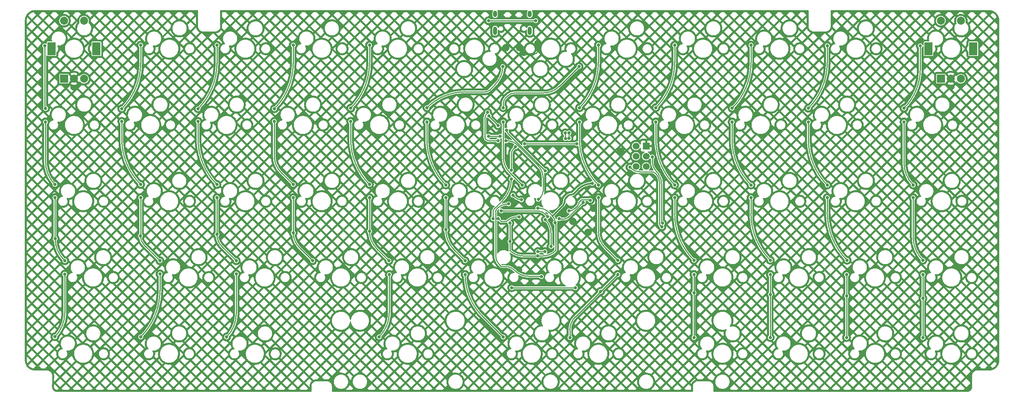
<source format=gbr>
%TF.GenerationSoftware,KiCad,Pcbnew,(6.0.7)*%
%TF.CreationDate,2022-10-27T18:23:27+02:00*%
%TF.ProjectId,the PETER keyboard,74686520-5045-4544-9552-206b6579626f,rev?*%
%TF.SameCoordinates,Original*%
%TF.FileFunction,Copper,L1,Top*%
%TF.FilePolarity,Positive*%
%FSLAX46Y46*%
G04 Gerber Fmt 4.6, Leading zero omitted, Abs format (unit mm)*
G04 Created by KiCad (PCBNEW (6.0.7)) date 2022-10-27 18:23:27*
%MOMM*%
%LPD*%
G01*
G04 APERTURE LIST*
%TA.AperFunction,ComponentPad*%
%ADD10R,2.000000X2.000000*%
%TD*%
%TA.AperFunction,ComponentPad*%
%ADD11C,2.000000*%
%TD*%
%TA.AperFunction,ComponentPad*%
%ADD12R,2.000000X3.200000*%
%TD*%
%TA.AperFunction,ComponentPad*%
%ADD13O,1.000000X1.600000*%
%TD*%
%TA.AperFunction,ComponentPad*%
%ADD14O,1.000000X2.100000*%
%TD*%
%TA.AperFunction,ComponentPad*%
%ADD15C,1.700000*%
%TD*%
%TA.AperFunction,ComponentPad*%
%ADD16R,1.700000X1.700000*%
%TD*%
%TA.AperFunction,ViaPad*%
%ADD17C,0.800000*%
%TD*%
%TA.AperFunction,Conductor*%
%ADD18C,0.250000*%
%TD*%
%TA.AperFunction,Conductor*%
%ADD19C,0.386000*%
%TD*%
%TA.AperFunction,Conductor*%
%ADD20C,0.254000*%
%TD*%
G04 APERTURE END LIST*
D10*
%TO.P,SW1,A,A*%
%TO.N,ROTARY_A*%
X32425000Y-64142000D03*
D11*
%TO.P,SW1,B,B*%
%TO.N,ROTARY_B*%
X37425000Y-64142000D03*
%TO.P,SW1,C,C*%
%TO.N,GND*%
X34925000Y-64142000D03*
D12*
%TO.P,SW1,MP*%
%TO.N,N/C*%
X29325000Y-56642000D03*
X40525000Y-56642000D03*
D11*
%TO.P,SW1,S1,S1*%
%TO.N,Net-(D1-Pad2)*%
X37425000Y-49642000D03*
%TO.P,SW1,S2,S2*%
%TO.N,COL0*%
X32425000Y-49642000D03*
%TD*%
D10*
%TO.P,SW12,A,A*%
%TO.N,ROTARY_D*%
X251373000Y-64142000D03*
D11*
%TO.P,SW12,B,B*%
%TO.N,ROTARY_C*%
X256373000Y-64142000D03*
%TO.P,SW12,C,C*%
%TO.N,GND*%
X253873000Y-64142000D03*
D12*
%TO.P,SW12,MP*%
%TO.N,N/C*%
X248273000Y-56642000D03*
X259473000Y-56642000D03*
D11*
%TO.P,SW12,S1,S1*%
%TO.N,Net-(D12-Pad2)*%
X256373000Y-49642000D03*
%TO.P,SW12,S2,S2*%
%TO.N,COL11*%
X251373000Y-49642000D03*
%TD*%
D13*
%TO.P,J1,S1,SHIELD*%
%TO.N,Net-(C_USBSHIELD1-Pad1)*%
X148720000Y-47972000D03*
X140080000Y-47972000D03*
D14*
X140080000Y-52152000D03*
X148720000Y-52152000D03*
%TD*%
D15*
%TO.P,J2,1,MISO*%
%TO.N,MISO*%
X175260000Y-86042500D03*
%TO.P,J2,2,VCC*%
%TO.N,+5V*%
X177800000Y-86042500D03*
%TO.P,J2,3,SCK*%
%TO.N,SCK*%
X175260000Y-83502500D03*
%TO.P,J2,4,MOSI*%
%TO.N,MOSI*%
X177800000Y-83502500D03*
%TO.P,J2,5,~{RST}*%
%TO.N,RESET*%
X175260000Y-80962500D03*
D16*
%TO.P,J2,6,GND*%
%TO.N,GND*%
X177800000Y-80962500D03*
%TD*%
D17*
%TO.N,GND*%
X171450000Y-82296000D03*
X150241000Y-109347000D03*
X163272432Y-102502199D03*
X253873000Y-66040000D03*
X159512000Y-99771200D03*
X150816799Y-55304201D03*
X150418800Y-95148400D03*
X179425600Y-80911700D03*
X144983200Y-94945200D03*
X147208086Y-57568500D03*
X142621000Y-99060000D03*
X164642800Y-96469200D03*
X141986000Y-105664000D03*
X146177000Y-56388000D03*
X142748000Y-56388000D03*
X34925000Y-66167000D03*
X156074059Y-100077896D03*
X145923000Y-111887000D03*
%TO.N,+5V*%
X155074586Y-100070162D03*
X146659600Y-94386400D03*
X150749000Y-108394795D03*
X143764000Y-104775000D03*
X150754763Y-96428500D03*
X164338000Y-90297000D03*
X144520286Y-93212286D03*
X143764000Y-100203000D03*
%TO.N,ROW0*%
X150241000Y-49657000D03*
X138430000Y-49657000D03*
%TO.N,ROW1*%
X138430000Y-78486000D03*
X141351000Y-78486000D03*
%TO.N,ROW2*%
X163830000Y-94488000D03*
X158496000Y-97155000D03*
X153162000Y-98602800D03*
X141605000Y-97155000D03*
%TO.N, ROW3*%
X144221200Y-116332000D03*
X160121600Y-116332000D03*
%TO.N,COL0*%
X30162500Y-128587500D03*
X27813000Y-74930000D03*
X30162500Y-90551000D03*
X27635200Y-55880000D03*
X32639000Y-109601000D03*
X32615975Y-112945080D03*
X30162500Y-93853000D03*
X27828306Y-71545875D03*
X30226000Y-104089200D03*
%TO.N,COL1*%
X56388000Y-112903000D03*
X51562000Y-128651000D03*
X51562000Y-90551000D03*
X51562000Y-55753000D03*
X46863000Y-74803000D03*
X51562000Y-93853000D03*
X51511200Y-103394500D03*
X46863000Y-71628000D03*
X56388000Y-109601000D03*
%TO.N,COL2*%
X73025000Y-128651000D03*
X65913000Y-74803000D03*
X70612000Y-93853000D03*
X75438000Y-109601000D03*
X70612000Y-90551000D03*
X65913000Y-71628000D03*
X70612000Y-103013500D03*
X70612000Y-55753000D03*
X75438000Y-112903000D03*
%TO.N,COL3*%
X84963000Y-74803000D03*
X89662000Y-102622900D03*
X89662000Y-55753000D03*
X94488000Y-109601000D03*
X89662000Y-90551000D03*
X89662000Y-93853000D03*
X84963000Y-71628000D03*
%TO.N,COL4*%
X113538000Y-109601000D03*
X108712000Y-90551000D03*
X108712000Y-55753000D03*
X108712000Y-93853000D03*
X111125000Y-128651000D03*
X104013000Y-71501000D03*
X108712000Y-102216500D03*
X113665000Y-113030000D03*
X104013000Y-74803000D03*
%TO.N,COL5*%
X132588000Y-109601000D03*
X127762000Y-101835500D03*
X142113000Y-128651000D03*
X132588000Y-113030000D03*
X123063000Y-74930000D03*
X141986000Y-61087000D03*
X127762000Y-93853000D03*
X127762000Y-90678000D03*
X123063000Y-71374000D03*
%TO.N,COL6*%
X142113000Y-71374000D03*
X143426500Y-95402400D03*
X151638000Y-113538000D03*
X142113000Y-74930000D03*
X146812000Y-90678000D03*
X161036000Y-61087000D03*
%TO.N,COL7*%
X166420800Y-117246900D03*
X170688000Y-113030000D03*
X165862000Y-93853000D03*
X158750000Y-128778000D03*
X170688000Y-109474000D03*
X165862000Y-90678000D03*
X161163000Y-71374000D03*
X161163000Y-74930000D03*
X165862000Y-55753000D03*
%TO.N,COL8*%
X184912000Y-55753000D03*
X184912000Y-93853000D03*
X189725442Y-117634300D03*
X180213000Y-74930000D03*
X189738000Y-109474000D03*
X189738000Y-128778000D03*
X184912000Y-90678000D03*
X180213000Y-71374000D03*
X189738000Y-113030000D03*
%TO.N,COL9*%
X199263000Y-71501000D03*
X203962000Y-93853000D03*
X208788000Y-128778000D03*
X203962000Y-55753000D03*
X203962000Y-90678000D03*
X208788000Y-109474000D03*
X208788000Y-118015300D03*
X199263000Y-74930000D03*
X208788000Y-113030000D03*
%TO.N,COL10*%
X227838000Y-118396300D03*
X218313000Y-74930000D03*
X223012000Y-90678000D03*
X227838000Y-128778000D03*
X227965000Y-109474000D03*
X227838000Y-113030000D03*
X223012000Y-93853000D03*
X223012000Y-55880000D03*
X218313000Y-71501000D03*
%TO.N,COL11*%
X244475000Y-93853000D03*
X246888000Y-128778000D03*
X242189000Y-71501000D03*
X246888000Y-109474000D03*
X246253000Y-55880000D03*
X244475000Y-90678000D03*
X246888000Y-113030000D03*
X246888000Y-119024400D03*
X242189000Y-74930000D03*
%TO.N,RESET*%
X156084089Y-99078443D03*
X162052000Y-94996000D03*
%TO.N,ROTARY_A*%
X138196500Y-72542400D03*
X142798800Y-79654400D03*
X150874098Y-94258621D03*
X140817600Y-79603600D03*
%TO.N,ROTARY_B*%
X140805500Y-75844400D03*
X152603200Y-87122000D03*
X138573500Y-73456800D03*
X142951200Y-76962000D03*
%TO.N,ROTARY_D*%
X157632400Y-79095600D03*
X157581600Y-77673200D03*
%TO.N,ROTARY_C*%
X158557944Y-79053500D03*
X158508103Y-77673200D03*
%TO.N,MISO*%
X181730246Y-101138297D03*
X150749000Y-107315000D03*
X152527000Y-107315000D03*
X173736000Y-86233000D03*
%TO.N,SCK*%
X139554500Y-99060000D03*
X147447000Y-80391000D03*
X145161000Y-81153000D03*
X146050000Y-98646700D03*
X140861500Y-99060000D03*
X160509500Y-80391000D03*
X144145000Y-86995000D03*
X144145000Y-89154000D03*
%TO.N,MOSI*%
X154051000Y-106045000D03*
X179324000Y-83693000D03*
X181864000Y-100221500D03*
X152623482Y-99356726D03*
%TD*%
D18*
%TO.N,GND*%
X147208086Y-57568500D02*
X147223716Y-57584130D01*
X150297216Y-57779585D02*
X150571200Y-57505600D01*
X150816799Y-56912672D02*
X150816799Y-55304201D01*
X148996400Y-58318386D02*
G75*
G02*
X147223716Y-57584130I0J2506986D01*
G01*
X150297209Y-57779578D02*
G75*
G02*
X148996400Y-58318400I-1300809J1300778D01*
G01*
X150816787Y-56912672D02*
G75*
G02*
X150571200Y-57505600I-838487J-28D01*
G01*
%TO.N,+5V*%
X150754763Y-96507882D02*
X150754763Y-96428500D01*
X147045387Y-108394795D02*
X150749000Y-108394795D01*
D19*
X157886400Y-93726000D02*
X158043905Y-93568495D01*
D18*
X143764000Y-100203000D02*
X143764000Y-104775000D01*
X150754763Y-96428500D02*
X150772017Y-96428500D01*
D19*
X157429200Y-94894400D02*
X157429200Y-94829778D01*
D18*
X155194000Y-107086400D02*
X155194000Y-100358452D01*
X143764000Y-104775000D02*
X143764000Y-107035600D01*
D19*
X160248600Y-92278200D02*
X160739078Y-91787723D01*
X159604884Y-92921916D02*
X160248600Y-92278200D01*
D18*
X150749000Y-108394795D02*
X152035256Y-108394795D01*
X144520286Y-93212286D02*
X145011900Y-93703900D01*
D19*
X154383618Y-98402018D02*
X157102491Y-95683145D01*
D18*
X153568400Y-97586800D02*
X154383618Y-98402018D01*
X155194013Y-107086413D02*
G75*
G02*
X152035256Y-108394795I-3158713J3158713D01*
G01*
X146659600Y-94386399D02*
G75*
G02*
X145011900Y-93703900I0J2330199D01*
G01*
X147045387Y-108394800D02*
G75*
G02*
X143764000Y-107035600I13J4640600D01*
G01*
X155074561Y-100070187D02*
G75*
G02*
X155194000Y-100358452I-288261J-288313D01*
G01*
X153568395Y-97586805D02*
G75*
G03*
X150772017Y-96428500I-2796395J-2796395D01*
G01*
D19*
X157429186Y-94894400D02*
G75*
G02*
X157102491Y-95683145I-1115486J0D01*
G01*
X159258000Y-93065604D02*
G75*
G03*
X158043905Y-93568495I0J-1716996D01*
G01*
X164338000Y-90296988D02*
G75*
G03*
X160739078Y-91787723I0J-5089612D01*
G01*
X157886406Y-93726006D02*
G75*
G03*
X157429200Y-94829778I1103794J-1103794D01*
G01*
X159604891Y-92921923D02*
G75*
G02*
X159258000Y-93065600I-346891J346923D01*
G01*
D18*
X155074620Y-100070162D02*
G75*
G03*
X154383618Y-98402018I-2359120J-38D01*
G01*
D20*
%TO.N,ROW0*%
X138430000Y-49657000D02*
X150241000Y-49657000D01*
%TO.N,ROW1*%
X138430000Y-78486000D02*
X141351000Y-78486000D01*
%TO.N,ROW2*%
X158925092Y-97155000D02*
X158496000Y-97155000D01*
X152450800Y-97840800D02*
X153126078Y-98516078D01*
X163684000Y-94342000D02*
X161611092Y-94342000D01*
X161055000Y-94969945D02*
X161055000Y-94969946D01*
X141605000Y-97155000D02*
X150795133Y-97155000D01*
X161611092Y-94342000D02*
X161105808Y-94847284D01*
X163830000Y-94488000D02*
X163684000Y-94342000D01*
X160712592Y-95796592D02*
X159961012Y-96548172D01*
X158496000Y-97155011D02*
G75*
G03*
X159961012Y-96548172I0J2071811D01*
G01*
X153162012Y-98602800D02*
G75*
G03*
X153126078Y-98516078I-122612J0D01*
G01*
X152450791Y-97840809D02*
G75*
G03*
X150795133Y-97155000I-1655691J-1655691D01*
G01*
X161055042Y-94969945D02*
G75*
G02*
X161105809Y-94847285I173458J45D01*
G01*
X160712579Y-95796579D02*
G75*
G03*
X161055000Y-94969946I-826679J826679D01*
G01*
%TO.N, ROW3*%
X144221200Y-116332000D02*
X160121600Y-116332000D01*
%TO.N,COL0*%
X32615975Y-112945080D02*
X32615975Y-122664288D01*
X27828306Y-71545875D02*
X27820653Y-71538222D01*
X27813000Y-74930000D02*
X27813000Y-84878806D01*
X32417182Y-109379183D02*
X32639000Y-109601000D01*
X27635200Y-55880000D02*
X27635200Y-71079676D01*
X30162500Y-93853000D02*
X30162500Y-103935898D01*
X27813000Y-71530569D02*
X27828306Y-71545875D01*
X32417175Y-109379190D02*
G75*
G02*
X30226000Y-104089200I5290025J5289990D01*
G01*
X30225999Y-104089201D02*
G75*
G02*
X30162500Y-103935898I153301J153301D01*
G01*
X30162498Y-128587498D02*
G75*
G03*
X32615975Y-122664288I-5923218J5923218D01*
G01*
X30162502Y-90550998D02*
G75*
G02*
X27813000Y-84878806I5672198J5672198D01*
G01*
X27828295Y-71545886D02*
G75*
G02*
X27635200Y-71079676I466205J466186D01*
G01*
X27813030Y-71519746D02*
G75*
G03*
X27820653Y-71538222I26070J-54D01*
G01*
%TO.N,COL1*%
X52451440Y-105664440D02*
X56388000Y-109601000D01*
X51562000Y-93853000D02*
X51562000Y-103271858D01*
X46863000Y-74803000D02*
X46863000Y-79206611D01*
X56388000Y-112903000D02*
X56388000Y-117000006D01*
X51562000Y-55753000D02*
X51562000Y-60283611D01*
X51562003Y-90550997D02*
G75*
G02*
X46863000Y-79206611I11344397J11344397D01*
G01*
X51511212Y-103394512D02*
G75*
G03*
X51562000Y-103271858I-122612J122612D01*
G01*
X51561998Y-128650998D02*
G75*
G03*
X56388000Y-117000006I-11650998J11650998D01*
G01*
X52451436Y-105664444D02*
G75*
G02*
X51511200Y-103394500I2269964J2269944D01*
G01*
X46863002Y-71628002D02*
G75*
G03*
X51562000Y-60283611I-11344402J11344392D01*
G01*
%TO.N,COL2*%
X65913000Y-74803000D02*
X65913000Y-79206611D01*
X71857569Y-106020568D02*
X75438000Y-109601000D01*
X75438000Y-112903000D02*
X75438000Y-122825503D01*
X70612000Y-93853000D02*
X70612000Y-103013500D01*
X70612000Y-55753000D02*
X70612000Y-60283611D01*
X71857576Y-106020561D02*
G75*
G02*
X70612000Y-103013500I3007024J3007061D01*
G01*
X65912997Y-71627997D02*
G75*
G03*
X70612000Y-60283611I-11344397J11344397D01*
G01*
X73024999Y-128650999D02*
G75*
G03*
X75438000Y-122825503I-5825499J5825499D01*
G01*
X70612003Y-90550997D02*
G75*
G02*
X65913000Y-79206611I11344397J11344397D01*
G01*
%TO.N,COL3*%
X89662000Y-55753000D02*
X89662000Y-60283611D01*
X89662000Y-102521036D02*
X89662000Y-93853000D01*
X94488000Y-109601000D02*
X91255792Y-106368792D01*
X84963000Y-83598036D02*
X84963000Y-74803000D01*
X89662000Y-90551000D02*
X86556792Y-87445792D01*
X84962990Y-83598036D02*
G75*
G03*
X86556793Y-87445791I5441610J36D01*
G01*
X84962997Y-71627997D02*
G75*
G03*
X89662000Y-60283611I-11344397J11344397D01*
G01*
X91255800Y-106368784D02*
G75*
G02*
X89662000Y-102521036I3847800J3847784D01*
G01*
%TO.N,COL4*%
X113665000Y-113030000D02*
X113665000Y-122518898D01*
X108712000Y-55753000D02*
X108712000Y-60156611D01*
X108712000Y-93853000D02*
X108712000Y-102216500D01*
X104013000Y-74803000D02*
X104013000Y-79206611D01*
X110521133Y-106584132D02*
X113538000Y-109601000D01*
X110521125Y-106584140D02*
G75*
G02*
X108712000Y-102216500I4367675J4367640D01*
G01*
X111125001Y-128651001D02*
G75*
G03*
X113665000Y-122518898I-6132101J6132101D01*
G01*
X104012997Y-71500997D02*
G75*
G03*
X108712000Y-60156611I-11344397J11344397D01*
G01*
X108712003Y-90550997D02*
G75*
G02*
X104013000Y-79206611I11344397J11344397D01*
G01*
%TO.N,COL5*%
X123063000Y-74930000D02*
X123063000Y-79333611D01*
X136898523Y-123436523D02*
X142113000Y-128651000D01*
X140171988Y-65466411D02*
X138598775Y-67039625D01*
X137700749Y-67411600D02*
X132629079Y-67411600D01*
X129840540Y-106853541D02*
X132588000Y-109601000D01*
X127762000Y-93853000D02*
X127762000Y-101835500D01*
X138598751Y-67039601D02*
G75*
G02*
X137700749Y-67411600I-898051J898001D01*
G01*
X136898533Y-123436513D02*
G75*
G02*
X132588000Y-113030000I10406467J10406513D01*
G01*
X129840537Y-106853544D02*
G75*
G02*
X127762000Y-101835500I5018063J5018044D01*
G01*
X140171984Y-65466407D02*
G75*
G03*
X141986000Y-61087000I-4379384J4379407D01*
G01*
X123063006Y-71374006D02*
G75*
G02*
X132629079Y-67411600I9566094J-9566094D01*
G01*
X127762003Y-90677997D02*
G75*
G02*
X123063000Y-79333611I11344397J11344397D01*
G01*
%TO.N,COL6*%
X142113000Y-70421500D02*
X142113000Y-71374000D01*
X148453978Y-113487200D02*
X151688800Y-113487200D01*
X141106026Y-110524425D02*
X141594478Y-111012878D01*
X141681200Y-111048800D02*
X142567161Y-111048800D01*
X142113000Y-74930000D02*
X142113000Y-83725036D01*
X143706792Y-87572792D02*
X146812000Y-90678000D01*
X140208000Y-97387158D02*
X140208000Y-108356400D01*
X142786519Y-68795480D02*
X143002000Y-68580000D01*
X152178036Y-67691000D02*
X145148235Y-67691000D01*
X156025792Y-66097207D02*
X161036000Y-61087000D01*
X141106036Y-110524415D02*
G75*
G02*
X140208000Y-108356400I2167964J2168015D01*
G01*
X145020013Y-112064788D02*
G75*
G03*
X142567161Y-111048800I-2452813J-2452812D01*
G01*
X141681200Y-111048812D02*
G75*
G02*
X141594478Y-111012878I0J122612D01*
G01*
X140207979Y-97387158D02*
G75*
G02*
X140533806Y-96600593I1112421J-42D01*
G01*
X148453978Y-113487208D02*
G75*
G02*
X145020001Y-112064800I22J4856408D01*
G01*
X152178036Y-67691010D02*
G75*
G03*
X156025792Y-66097207I-36J5441610D01*
G01*
X142112989Y-70421500D02*
G75*
G02*
X142786520Y-68795481I2299511J0D01*
G01*
X145148235Y-67691015D02*
G75*
G03*
X143002000Y-68580000I-35J-3035185D01*
G01*
X140533803Y-96600590D02*
G75*
G02*
X143426500Y-95402400I2892697J-2892710D01*
G01*
X142112990Y-83725036D02*
G75*
G03*
X143706793Y-87572791I5441610J36D01*
G01*
%TO.N,COL7*%
X167455792Y-106241792D02*
X170688000Y-109474000D01*
X161163000Y-74930000D02*
X161163500Y-74930500D01*
X165862000Y-55753000D02*
X165862000Y-60029611D01*
X161163500Y-74930500D02*
X161163500Y-79334818D01*
X158750000Y-128778000D02*
X158750000Y-126873000D01*
X165862000Y-102394036D02*
X165862000Y-93853000D01*
X170688000Y-113030000D02*
X160097038Y-123620961D01*
X165861990Y-102394036D02*
G75*
G03*
X167455793Y-106241791I5441610J36D01*
G01*
X160097034Y-123620957D02*
G75*
G03*
X158750000Y-126873000I3252066J-3252043D01*
G01*
X161162997Y-71373997D02*
G75*
G03*
X165862000Y-60029611I-11344397J11344397D01*
G01*
X165862005Y-90677995D02*
G75*
G02*
X161163500Y-79334818I11343195J11343195D01*
G01*
%TO.N,COL8*%
X189725442Y-117634300D02*
X189725442Y-128747683D01*
X184912000Y-93853000D02*
X184912000Y-97823006D01*
X180213000Y-74930000D02*
X180213000Y-79333611D01*
X184912000Y-55753000D02*
X184912000Y-60029611D01*
X189725442Y-113060317D02*
X189725442Y-117634300D01*
X184912003Y-90677997D02*
G75*
G02*
X180213000Y-79333611I11344397J11344397D01*
G01*
X180212997Y-71373997D02*
G75*
G03*
X184912000Y-60029611I-11344397J11344397D01*
G01*
X189737995Y-128778005D02*
G75*
G02*
X189725442Y-128747683I30305J30305D01*
G01*
X189738002Y-109473998D02*
G75*
G02*
X184912000Y-97823006I11650998J11650998D01*
G01*
X189725450Y-113060317D02*
G75*
G02*
X189738000Y-113030000I42850J17D01*
G01*
%TO.N,COL9*%
X203962000Y-93853000D02*
X203962000Y-97823006D01*
X208788000Y-113030000D02*
X208788000Y-118015300D01*
X199263000Y-74930000D02*
X199263000Y-79333611D01*
X208788000Y-118015300D02*
X208788000Y-128778000D01*
X203962000Y-55753000D02*
X203962000Y-60156611D01*
X203962003Y-90677997D02*
G75*
G02*
X199263000Y-79333611I11344397J11344397D01*
G01*
X199262997Y-71500997D02*
G75*
G03*
X203962000Y-60156611I-11344397J11344397D01*
G01*
X208788002Y-109473998D02*
G75*
G02*
X203962000Y-97823006I11650998J11650998D01*
G01*
%TO.N,COL10*%
X227838000Y-118396300D02*
X227838000Y-128778000D01*
X218313000Y-74930000D02*
X218313000Y-79333611D01*
X223012000Y-55880000D02*
X223012000Y-60156611D01*
X227838000Y-113030000D02*
X227838000Y-118396300D01*
X223012000Y-93853000D02*
X223012000Y-97516401D01*
X223012003Y-90677997D02*
G75*
G02*
X218313000Y-79333611I11344397J11344397D01*
G01*
X227965000Y-109474000D02*
G75*
G02*
X223012000Y-97516401I11957600J11957600D01*
G01*
X218312997Y-71500997D02*
G75*
G03*
X223012000Y-60156611I-11344397J11344397D01*
G01*
%TO.N,COL11*%
X242189000Y-74930000D02*
X242189000Y-85159108D01*
X246253000Y-55880000D02*
X246253000Y-61689637D01*
X244475000Y-93853000D02*
X244475000Y-103648503D01*
X246888000Y-113030000D02*
X246888000Y-119024400D01*
X246888000Y-119024400D02*
X246888000Y-128778000D01*
X242188989Y-71500989D02*
G75*
G03*
X246253000Y-61689637I-9811389J9811389D01*
G01*
X244475002Y-90677998D02*
G75*
G02*
X242189000Y-85159108I5518898J5518898D01*
G01*
X246888001Y-109473999D02*
G75*
G02*
X244475000Y-103648503I5825499J5825499D01*
G01*
%TO.N,RESET*%
X156346168Y-99187000D02*
X157353000Y-99187000D01*
X158220210Y-98827790D02*
X162052000Y-94996000D01*
X156084089Y-99078443D02*
X156138367Y-99132721D01*
X158220206Y-98827786D02*
G75*
G02*
X157353000Y-99187000I-867206J867186D01*
G01*
X156346168Y-99187032D02*
G75*
G02*
X156084090Y-99078442I32J370632D01*
G01*
%TO.N,ROTARY_A*%
X151459249Y-93673470D02*
X150874098Y-94258621D01*
X152044400Y-88771342D02*
X152044400Y-92260791D01*
X145578807Y-80633593D02*
X150862007Y-85916793D01*
X142798800Y-79654400D02*
X143214826Y-79654400D01*
X138469531Y-79603600D02*
X140817600Y-79603600D01*
X137515600Y-74186238D02*
X137515600Y-78649669D01*
X145578799Y-80633601D02*
G75*
G03*
X143214826Y-79654400I-2363999J-2363999D01*
G01*
X137794991Y-79324209D02*
G75*
G02*
X137515600Y-78649669I674509J674509D01*
G01*
X138469531Y-79603587D02*
G75*
G02*
X137795000Y-79324200I-31J953887D01*
G01*
X151459247Y-93673468D02*
G75*
G03*
X152044400Y-92260791I-1412647J1412668D01*
G01*
X137515616Y-74186238D02*
G75*
G02*
X138196500Y-72542400I2324684J38D01*
G01*
X152044382Y-88771342D02*
G75*
G03*
X150862007Y-85916793I-4036882J42D01*
G01*
D18*
%TO.N,ROTARY_B*%
X143310410Y-77829210D02*
X152603200Y-87122000D01*
X138683526Y-73722426D02*
X140805500Y-75844400D01*
X143310414Y-77829206D02*
G75*
G02*
X142951200Y-76962000I867186J867206D01*
G01*
X138683516Y-73722436D02*
G75*
G02*
X138573500Y-73456800I265684J265636D01*
G01*
%TO.N,ROTARY_D*%
X157581600Y-77673200D02*
X157581600Y-78972958D01*
X157632388Y-79095612D02*
G75*
G02*
X157581600Y-78972958I122612J122612D01*
G01*
D20*
%TO.N,ROTARY_C*%
X158508103Y-77673200D02*
X158508103Y-78933174D01*
X158557925Y-79053519D02*
G75*
G02*
X158508103Y-78933174I120375J120319D01*
G01*
%TO.N,MISO*%
X180082171Y-87753171D02*
X180403500Y-88074500D01*
X181604007Y-101086007D02*
X181406800Y-100888800D01*
X150749000Y-107315000D02*
X152527000Y-107315000D01*
X181102000Y-89760828D02*
X181102000Y-100152948D01*
X173736000Y-86233000D02*
X173998935Y-86495935D01*
X176123600Y-87376000D02*
X179171600Y-87376000D01*
X176123600Y-87376008D02*
G75*
G02*
X173998936Y-86495934I0J3004708D01*
G01*
X181406814Y-100888786D02*
G75*
G02*
X181102000Y-100152948I735886J735886D01*
G01*
X181101988Y-89760828D02*
G75*
G03*
X180403500Y-88074500I-2384788J28D01*
G01*
X181603991Y-101086023D02*
G75*
G03*
X181730246Y-101138297I126209J126223D01*
G01*
X180082162Y-87753180D02*
G75*
G03*
X179171600Y-87376000I-910562J-910520D01*
G01*
%TO.N,SCK*%
X140861500Y-99060000D02*
X141588500Y-99787000D01*
X145675061Y-98646700D02*
X146050000Y-98646700D01*
X147447000Y-80391000D02*
X160509500Y-80391000D01*
X141899936Y-94574064D02*
X140004800Y-96469200D01*
X141588500Y-99787000D02*
X142922134Y-99787000D01*
X139554500Y-97556320D02*
X139554500Y-99060000D01*
X144653000Y-81661000D02*
X145161000Y-81153000D01*
X144145000Y-86995000D02*
X144145000Y-82887420D01*
X144145009Y-82887420D02*
G75*
G02*
X144653000Y-81661000I1734391J20D01*
G01*
X139554509Y-97556320D02*
G75*
G02*
X140004800Y-96469200I1537391J20D01*
G01*
X141899930Y-94574058D02*
G75*
G03*
X144145000Y-89154000I-5420030J5420058D01*
G01*
X145675061Y-98646665D02*
G75*
G03*
X142922134Y-99787000I39J-3893235D01*
G01*
%TO.N,MOSI*%
X179324000Y-83693000D02*
X179324000Y-84963001D01*
X154051000Y-102803059D02*
X154051000Y-106045000D01*
X181660800Y-90604535D02*
X181660800Y-99730932D01*
X181660770Y-90604535D02*
G75*
G03*
X180222024Y-87131026I-4912270J35D01*
G01*
X154051014Y-102803059D02*
G75*
G03*
X152623482Y-99356726I-4873914J-41D01*
G01*
X181864009Y-100221491D02*
G75*
G02*
X181660800Y-99730932I490591J490591D01*
G01*
X180222036Y-87131014D02*
G75*
G02*
X179324000Y-84963001I2167964J2168014D01*
G01*
%TD*%
%TA.AperFunction,Conductor*%
%TO.N,GND*%
G36*
X65786020Y-46990980D02*
G01*
X65854138Y-47010993D01*
X65900622Y-47064656D01*
X65912000Y-47116980D01*
X65912000Y-51043845D01*
X65911109Y-51054000D01*
X65908070Y-51054000D01*
X65923767Y-51253443D01*
X65924921Y-51258250D01*
X65924922Y-51258256D01*
X65944800Y-51341052D01*
X65970470Y-51447975D01*
X65972363Y-51452546D01*
X65972364Y-51452548D01*
X66028310Y-51587613D01*
X66047029Y-51632806D01*
X66151560Y-51803385D01*
X66281488Y-51955512D01*
X66433615Y-52085440D01*
X66604194Y-52189971D01*
X66608764Y-52191864D01*
X66608768Y-52191866D01*
X66775411Y-52260891D01*
X66789025Y-52266530D01*
X66814696Y-52272693D01*
X66978744Y-52312078D01*
X66978750Y-52312079D01*
X66983557Y-52313233D01*
X67183000Y-52328930D01*
X67183000Y-52325725D01*
X67189975Y-52325000D01*
X70157345Y-52325000D01*
X70167500Y-52325891D01*
X70167500Y-52328930D01*
X70366943Y-52313233D01*
X70371750Y-52312079D01*
X70371756Y-52312078D01*
X70535804Y-52272693D01*
X70561475Y-52266530D01*
X70575089Y-52260891D01*
X70741732Y-52191866D01*
X70741736Y-52191864D01*
X70746306Y-52189971D01*
X70916885Y-52085440D01*
X71069012Y-51955512D01*
X71198940Y-51803385D01*
X71303471Y-51632806D01*
X71322191Y-51587613D01*
X71373844Y-51462909D01*
X71888596Y-51462909D01*
X72480493Y-52054806D01*
X73542568Y-50992731D01*
X74246845Y-50992731D01*
X75308920Y-52054806D01*
X76370995Y-50992731D01*
X77075272Y-50992731D01*
X78045178Y-51962637D01*
X78014411Y-51736565D01*
X78013867Y-51731923D01*
X78012079Y-51713767D01*
X78011707Y-51709110D01*
X78010567Y-51690470D01*
X78010368Y-51685803D01*
X78009974Y-51669410D01*
X78507862Y-51669410D01*
X78543028Y-51927804D01*
X78544336Y-51932290D01*
X78544336Y-51932292D01*
X78554778Y-51968118D01*
X78616000Y-52178162D01*
X78617960Y-52182414D01*
X78617961Y-52182416D01*
X78621444Y-52189971D01*
X78725177Y-52414984D01*
X78727737Y-52418889D01*
X78727740Y-52418894D01*
X78865592Y-52629154D01*
X78865596Y-52629159D01*
X78868158Y-52633067D01*
X78951660Y-52726623D01*
X79037680Y-52823000D01*
X79041804Y-52827621D01*
X79242300Y-52994371D01*
X79465240Y-53129655D01*
X79469548Y-53131462D01*
X79469549Y-53131462D01*
X79701413Y-53228691D01*
X79701418Y-53228693D01*
X79705728Y-53230500D01*
X79710260Y-53231651D01*
X79710263Y-53231652D01*
X79807250Y-53256283D01*
X79958480Y-53294690D01*
X80175072Y-53316500D01*
X80330206Y-53316500D01*
X80332531Y-53316327D01*
X80332537Y-53316327D01*
X80519407Y-53302440D01*
X80519411Y-53302439D01*
X80524059Y-53302094D01*
X80778405Y-53244542D01*
X80792706Y-53238981D01*
X80975348Y-53167955D01*
X81021450Y-53150027D01*
X81025504Y-53147710D01*
X81025508Y-53147708D01*
X81194290Y-53051240D01*
X81200164Y-53047883D01*
X81958851Y-53047883D01*
X82379988Y-53469020D01*
X83442063Y-52406945D01*
X84146340Y-52406945D01*
X85208415Y-53469020D01*
X86270490Y-52406945D01*
X86974767Y-52406945D01*
X88036842Y-53469020D01*
X89098917Y-52406945D01*
X89803194Y-52406945D01*
X90816921Y-53420672D01*
X90858401Y-53291088D01*
X90859907Y-53286667D01*
X90866110Y-53269507D01*
X90867782Y-53265139D01*
X90874778Y-53247824D01*
X90876607Y-53243528D01*
X90884062Y-53226881D01*
X90886051Y-53222651D01*
X91001389Y-52988768D01*
X91003535Y-52984612D01*
X91012206Y-52968560D01*
X91014501Y-52964494D01*
X91023980Y-52948402D01*
X91026425Y-52944421D01*
X91036260Y-52929057D01*
X91038853Y-52925168D01*
X91187495Y-52710902D01*
X91190228Y-52707114D01*
X91201173Y-52692523D01*
X91204045Y-52688838D01*
X91215797Y-52674325D01*
X91218806Y-52670748D01*
X91230807Y-52657003D01*
X91233945Y-52653540D01*
X91412624Y-52463599D01*
X91415889Y-52460255D01*
X91428873Y-52447440D01*
X91432259Y-52444220D01*
X91446028Y-52431603D01*
X91449529Y-52428512D01*
X91463427Y-52416694D01*
X91467044Y-52413732D01*
X91671836Y-52252287D01*
X91675556Y-52249465D01*
X91690289Y-52238711D01*
X91694115Y-52236025D01*
X91709597Y-52225582D01*
X91713519Y-52223041D01*
X91729013Y-52213406D01*
X91732015Y-52211616D01*
X90865269Y-51344869D01*
X89803194Y-52406945D01*
X89098917Y-52406945D01*
X88036842Y-51344869D01*
X86974767Y-52406945D01*
X86270490Y-52406945D01*
X85208415Y-51344869D01*
X84146340Y-52406945D01*
X83442063Y-52406945D01*
X82517812Y-51482694D01*
X82514682Y-51721862D01*
X82514535Y-51726529D01*
X82513621Y-51744740D01*
X82513300Y-51749401D01*
X82511673Y-51768006D01*
X82511179Y-51772657D01*
X82508915Y-51790769D01*
X82508250Y-51795395D01*
X82466332Y-52052779D01*
X82465495Y-52057375D01*
X82461896Y-52075265D01*
X82460889Y-52079832D01*
X82456529Y-52097991D01*
X82455353Y-52102518D01*
X82450440Y-52120081D01*
X82449100Y-52124550D01*
X82369599Y-52372912D01*
X82368093Y-52377333D01*
X82361890Y-52394493D01*
X82360218Y-52398861D01*
X82353222Y-52416176D01*
X82351393Y-52420472D01*
X82343938Y-52437119D01*
X82341949Y-52441349D01*
X82226611Y-52675232D01*
X82224465Y-52679388D01*
X82215794Y-52695440D01*
X82213499Y-52699506D01*
X82204020Y-52715598D01*
X82201575Y-52719579D01*
X82191740Y-52734943D01*
X82189147Y-52738832D01*
X82040505Y-52953098D01*
X82037772Y-52956886D01*
X82026827Y-52971477D01*
X82023955Y-52975162D01*
X82012203Y-52989675D01*
X82009194Y-52993252D01*
X81997193Y-53006997D01*
X81994055Y-53010460D01*
X81958851Y-53047883D01*
X81200164Y-53047883D01*
X81247855Y-53020625D01*
X81452647Y-52859180D01*
X81631326Y-52669239D01*
X81755452Y-52490313D01*
X81777303Y-52458815D01*
X81777305Y-52458812D01*
X81779968Y-52454973D01*
X81789665Y-52435309D01*
X81893241Y-52225278D01*
X81893242Y-52225275D01*
X81895306Y-52221090D01*
X81906352Y-52186584D01*
X81930119Y-52112335D01*
X81974807Y-51972728D01*
X81976451Y-51962637D01*
X82011178Y-51749401D01*
X82016725Y-51715344D01*
X82018798Y-51556999D01*
X82020077Y-51459267D01*
X82020077Y-51459264D01*
X82020138Y-51454590D01*
X81984972Y-51196196D01*
X81925668Y-50992731D01*
X82732126Y-50992731D01*
X83794201Y-52054806D01*
X84856277Y-50992731D01*
X85560553Y-50992731D01*
X86622628Y-52054806D01*
X87684704Y-50992731D01*
X88388980Y-50992731D01*
X89451056Y-52054806D01*
X90513131Y-50992731D01*
X91217407Y-50992731D01*
X92204944Y-51980267D01*
X92269101Y-51955318D01*
X92273488Y-51953705D01*
X92290725Y-51947728D01*
X92295166Y-51946280D01*
X92313025Y-51940820D01*
X92317520Y-51939536D01*
X92335152Y-51934853D01*
X92339689Y-51933738D01*
X92418350Y-51915939D01*
X92474622Y-51859667D01*
X93178900Y-51859667D01*
X93319415Y-51873816D01*
X93324056Y-51874370D01*
X93342129Y-51876870D01*
X93346745Y-51877596D01*
X93365136Y-51880839D01*
X93369719Y-51881736D01*
X93387552Y-51885567D01*
X93392103Y-51886633D01*
X93644855Y-51950823D01*
X93649360Y-51952056D01*
X93666864Y-51957199D01*
X93671324Y-51958600D01*
X93689035Y-51964526D01*
X93693443Y-51966093D01*
X93710517Y-51972520D01*
X93714855Y-51974245D01*
X93955343Y-52075090D01*
X93959617Y-52076976D01*
X93976162Y-52084647D01*
X93980362Y-52086690D01*
X93997002Y-52095168D01*
X94001124Y-52097365D01*
X94017067Y-52106247D01*
X94021111Y-52108599D01*
X94244051Y-52243883D01*
X94248004Y-52246384D01*
X94263245Y-52256425D01*
X94267098Y-52259067D01*
X94282301Y-52269912D01*
X94286051Y-52272693D01*
X94300493Y-52283825D01*
X94304140Y-52286746D01*
X94504636Y-52453496D01*
X94508171Y-52456548D01*
X94521755Y-52468725D01*
X94525178Y-52471910D01*
X94538612Y-52484883D01*
X94541914Y-52488193D01*
X94554558Y-52501344D01*
X94557732Y-52504770D01*
X94604994Y-52557723D01*
X94755772Y-52406945D01*
X95460048Y-52406945D01*
X96522123Y-53469020D01*
X97338127Y-52653016D01*
X97335392Y-52648083D01*
X97333203Y-52643956D01*
X97324957Y-52627685D01*
X97322922Y-52623477D01*
X97213745Y-52386655D01*
X97211867Y-52382375D01*
X97204847Y-52365531D01*
X97203129Y-52361184D01*
X97196589Y-52343691D01*
X97195033Y-52339281D01*
X97189284Y-52321971D01*
X97187896Y-52317515D01*
X97114924Y-52067157D01*
X97113701Y-52062653D01*
X97109249Y-52044965D01*
X97108192Y-52040409D01*
X97104309Y-52022142D01*
X97103422Y-52017551D01*
X97100293Y-51999575D01*
X97099577Y-51994959D01*
X97088134Y-51910880D01*
X96846664Y-51669410D01*
X97557862Y-51669410D01*
X97593028Y-51927804D01*
X97594336Y-51932290D01*
X97594336Y-51932292D01*
X97604778Y-51968118D01*
X97666000Y-52178162D01*
X97667960Y-52182414D01*
X97667961Y-52182416D01*
X97671444Y-52189971D01*
X97775177Y-52414984D01*
X97777737Y-52418889D01*
X97777740Y-52418894D01*
X97915592Y-52629154D01*
X97915596Y-52629159D01*
X97918158Y-52633067D01*
X98001660Y-52726623D01*
X98087680Y-52823000D01*
X98091804Y-52827621D01*
X98292300Y-52994371D01*
X98515240Y-53129655D01*
X98519548Y-53131462D01*
X98519549Y-53131462D01*
X98751413Y-53228691D01*
X98751418Y-53228693D01*
X98755728Y-53230500D01*
X98760260Y-53231651D01*
X98760263Y-53231652D01*
X98857250Y-53256283D01*
X99008480Y-53294690D01*
X99225072Y-53316500D01*
X99380206Y-53316500D01*
X99382531Y-53316327D01*
X99382537Y-53316327D01*
X99569407Y-53302440D01*
X99569411Y-53302439D01*
X99574059Y-53302094D01*
X99828405Y-53244542D01*
X99842706Y-53238981D01*
X100025348Y-53167955D01*
X100071450Y-53150027D01*
X100075504Y-53147710D01*
X100075508Y-53147708D01*
X100244290Y-53051240D01*
X100297855Y-53020625D01*
X100502647Y-52859180D01*
X100681326Y-52669239D01*
X100727615Y-52602514D01*
X101312471Y-52602514D01*
X102178978Y-53469020D01*
X103241053Y-52406945D01*
X103945329Y-52406945D01*
X105007405Y-53469020D01*
X106069480Y-52406945D01*
X106773757Y-52406945D01*
X107835832Y-53469020D01*
X108897907Y-52406945D01*
X109602184Y-52406945D01*
X110101777Y-52906538D01*
X110237495Y-52710902D01*
X110240228Y-52707114D01*
X110251173Y-52692523D01*
X110254045Y-52688838D01*
X110265797Y-52674325D01*
X110268806Y-52670748D01*
X110280807Y-52657003D01*
X110283945Y-52653540D01*
X110462624Y-52463599D01*
X110465889Y-52460255D01*
X110478873Y-52447440D01*
X110482259Y-52444220D01*
X110496028Y-52431603D01*
X110499529Y-52428512D01*
X110513427Y-52416694D01*
X110517044Y-52413732D01*
X110721836Y-52252287D01*
X110725556Y-52249465D01*
X110740289Y-52238711D01*
X110744115Y-52236025D01*
X110759597Y-52225582D01*
X110763519Y-52223041D01*
X110779013Y-52213406D01*
X110783027Y-52211012D01*
X111009432Y-52081610D01*
X111013534Y-52079366D01*
X111029702Y-52070905D01*
X111033882Y-52068815D01*
X111050739Y-52060775D01*
X111054992Y-52058842D01*
X111071734Y-52051606D01*
X111076056Y-52049833D01*
X111195628Y-52003334D01*
X112834223Y-52003334D01*
X113005343Y-52075090D01*
X113009617Y-52076976D01*
X113026162Y-52084647D01*
X113030362Y-52086690D01*
X113047002Y-52095168D01*
X113051124Y-52097365D01*
X113067067Y-52106247D01*
X113071111Y-52108599D01*
X113294051Y-52243883D01*
X113298004Y-52246384D01*
X113313245Y-52256425D01*
X113317098Y-52259067D01*
X113332301Y-52269912D01*
X113336051Y-52272693D01*
X113350493Y-52283825D01*
X113354140Y-52286746D01*
X113554636Y-52453496D01*
X113558171Y-52456548D01*
X113571755Y-52468725D01*
X113575178Y-52471910D01*
X113588612Y-52484883D01*
X113591914Y-52488193D01*
X113604558Y-52501344D01*
X113607732Y-52504770D01*
X113781378Y-52699324D01*
X113784424Y-52702866D01*
X113796057Y-52716915D01*
X113798970Y-52720569D01*
X113810339Y-52735385D01*
X113813113Y-52739143D01*
X113823677Y-52754021D01*
X113826313Y-52757883D01*
X113969294Y-52975966D01*
X113971785Y-52979924D01*
X113975549Y-52986157D01*
X114554761Y-52406945D01*
X115259038Y-52406945D01*
X116321113Y-53469020D01*
X116704542Y-53085591D01*
X116596622Y-52964676D01*
X116593576Y-52961134D01*
X116581943Y-52947085D01*
X116579030Y-52943431D01*
X116567661Y-52928615D01*
X116564887Y-52924857D01*
X116554323Y-52909979D01*
X116551687Y-52906117D01*
X116408706Y-52688034D01*
X116406215Y-52684076D01*
X116396785Y-52668458D01*
X116394446Y-52664417D01*
X116385392Y-52648083D01*
X116383203Y-52643956D01*
X116374957Y-52627685D01*
X116372922Y-52623477D01*
X116263745Y-52386655D01*
X116261867Y-52382375D01*
X116254847Y-52365531D01*
X116253129Y-52361184D01*
X116246589Y-52343691D01*
X116245033Y-52339281D01*
X116239284Y-52321971D01*
X116237896Y-52317515D01*
X116164924Y-52067157D01*
X116163701Y-52062653D01*
X116159249Y-52044965D01*
X116158192Y-52040409D01*
X116154309Y-52022142D01*
X116153422Y-52017551D01*
X116150293Y-51999575D01*
X116149577Y-51994959D01*
X116114411Y-51736565D01*
X116113867Y-51731923D01*
X116112079Y-51713767D01*
X116111707Y-51709110D01*
X116110567Y-51690470D01*
X116110368Y-51685803D01*
X116109974Y-51669410D01*
X116607862Y-51669410D01*
X116643028Y-51927804D01*
X116644336Y-51932290D01*
X116644336Y-51932292D01*
X116654778Y-51968118D01*
X116716000Y-52178162D01*
X116717960Y-52182414D01*
X116717961Y-52182416D01*
X116721444Y-52189971D01*
X116825177Y-52414984D01*
X116827737Y-52418889D01*
X116827740Y-52418894D01*
X116965592Y-52629154D01*
X116965596Y-52629159D01*
X116968158Y-52633067D01*
X117051660Y-52726623D01*
X117137680Y-52823000D01*
X117141804Y-52827621D01*
X117342300Y-52994371D01*
X117565240Y-53129655D01*
X117569548Y-53131462D01*
X117569549Y-53131462D01*
X117801413Y-53228691D01*
X117801418Y-53228693D01*
X117805728Y-53230500D01*
X117810260Y-53231651D01*
X117810263Y-53231652D01*
X117907250Y-53256283D01*
X118058480Y-53294690D01*
X118275072Y-53316500D01*
X118430206Y-53316500D01*
X118432531Y-53316327D01*
X118432537Y-53316327D01*
X118619407Y-53302440D01*
X118619411Y-53302439D01*
X118624059Y-53302094D01*
X118878405Y-53244542D01*
X118892706Y-53238981D01*
X119075348Y-53167955D01*
X119121450Y-53150027D01*
X119125504Y-53147710D01*
X119125508Y-53147708D01*
X119294290Y-53051240D01*
X119347855Y-53020625D01*
X119552647Y-52859180D01*
X119731326Y-52669239D01*
X119855452Y-52490313D01*
X119877303Y-52458815D01*
X119877305Y-52458812D01*
X119879968Y-52454973D01*
X119889665Y-52435309D01*
X119903653Y-52406945D01*
X120915892Y-52406945D01*
X121977968Y-53469020D01*
X123040043Y-52406945D01*
X123744319Y-52406945D01*
X124806395Y-53469020D01*
X125868470Y-52406945D01*
X126572746Y-52406945D01*
X127634822Y-53469020D01*
X128696897Y-52406945D01*
X129401174Y-52406945D01*
X130463249Y-53469020D01*
X131525324Y-52406945D01*
X132229601Y-52406945D01*
X133291676Y-53469020D01*
X134353751Y-52406945D01*
X135058028Y-52406945D01*
X136120103Y-53469020D01*
X137182178Y-52406945D01*
X137886455Y-52406945D01*
X138948530Y-53469020D01*
X139069623Y-53347927D01*
X139044240Y-53310995D01*
X139040134Y-53304616D01*
X139024863Y-53279251D01*
X139021148Y-53272638D01*
X139007122Y-53245809D01*
X139003810Y-53238981D01*
X138991697Y-53211964D01*
X138988804Y-53204954D01*
X138928873Y-53046351D01*
X138926406Y-53039177D01*
X138917625Y-53010897D01*
X138915595Y-53003586D01*
X138908374Y-52974185D01*
X138906787Y-52966767D01*
X138901469Y-52937646D01*
X138900332Y-52930148D01*
X138885108Y-52804344D01*
X138884709Y-52800578D01*
X138883373Y-52785835D01*
X138883088Y-52782050D01*
X138882175Y-52766913D01*
X138882003Y-52763119D01*
X138881557Y-52748308D01*
X138881500Y-52744516D01*
X139379500Y-52744516D01*
X139394724Y-52870320D01*
X139454655Y-53028923D01*
X139458956Y-53035181D01*
X139525129Y-53131462D01*
X139550688Y-53168651D01*
X139556358Y-53173703D01*
X139556359Y-53173704D01*
X139671608Y-53276388D01*
X139671612Y-53276390D01*
X139677279Y-53281440D01*
X139683988Y-53284992D01*
X139683989Y-53284993D01*
X139716941Y-53302440D01*
X139827119Y-53360776D01*
X139991559Y-53402081D01*
X139999157Y-53402121D01*
X139999159Y-53402121D01*
X140076332Y-53402525D01*
X140161105Y-53402969D01*
X140168492Y-53401195D01*
X140168496Y-53401195D01*
X140318583Y-53365161D01*
X140325968Y-53363388D01*
X140332712Y-53359907D01*
X140332715Y-53359906D01*
X140469883Y-53289108D01*
X140469884Y-53289108D01*
X140476631Y-53285625D01*
X140491519Y-53272638D01*
X140566243Y-53207452D01*
X140604396Y-53174169D01*
X140677753Y-53069793D01*
X140697518Y-53041670D01*
X140697519Y-53041668D01*
X140701887Y-53035453D01*
X140735855Y-52948330D01*
X141256267Y-52948330D01*
X141776957Y-53469020D01*
X142839033Y-52406945D01*
X143543309Y-52406945D01*
X144605385Y-53469020D01*
X145667460Y-52406945D01*
X146371736Y-52406945D01*
X147433812Y-53469020D01*
X147650521Y-53252311D01*
X147647122Y-53245809D01*
X147643810Y-53238981D01*
X147631697Y-53211964D01*
X147628804Y-53204954D01*
X147568873Y-53046351D01*
X147566406Y-53039177D01*
X147557625Y-53010897D01*
X147555595Y-53003586D01*
X147548374Y-52974185D01*
X147546787Y-52966767D01*
X147541469Y-52937646D01*
X147540332Y-52930148D01*
X147525108Y-52804344D01*
X147524709Y-52800578D01*
X147523373Y-52785835D01*
X147523088Y-52782050D01*
X147522175Y-52766913D01*
X147522003Y-52763119D01*
X147521557Y-52748308D01*
X147521500Y-52744516D01*
X147521500Y-52677571D01*
X147514415Y-52678980D01*
X147506281Y-52680323D01*
X147392981Y-52695239D01*
X147388887Y-52695710D01*
X147372868Y-52697288D01*
X147368757Y-52697625D01*
X147352311Y-52698703D01*
X147348195Y-52698905D01*
X147332105Y-52699432D01*
X147327980Y-52699500D01*
X147252020Y-52699500D01*
X147247895Y-52699432D01*
X147231805Y-52698905D01*
X147227689Y-52698703D01*
X147211243Y-52697625D01*
X147207132Y-52697288D01*
X147191113Y-52695710D01*
X147187019Y-52695239D01*
X147073719Y-52680323D01*
X147065585Y-52678980D01*
X147034026Y-52672703D01*
X147025996Y-52670831D01*
X146994224Y-52662318D01*
X146986333Y-52659924D01*
X146955860Y-52649580D01*
X146948143Y-52646676D01*
X146807173Y-52588284D01*
X146799665Y-52584882D01*
X146770808Y-52570652D01*
X146763535Y-52566765D01*
X146735049Y-52550319D01*
X146728045Y-52545963D01*
X146701288Y-52528084D01*
X146694587Y-52523283D01*
X146573533Y-52430395D01*
X146567159Y-52425163D01*
X146542966Y-52403946D01*
X146536949Y-52398310D01*
X146513690Y-52375051D01*
X146508054Y-52369034D01*
X146486837Y-52344841D01*
X146481605Y-52338467D01*
X146463634Y-52315047D01*
X146371736Y-52406945D01*
X145667460Y-52406945D01*
X144605385Y-51344869D01*
X143543309Y-52406945D01*
X142839033Y-52406945D01*
X142494042Y-52061954D01*
X142476284Y-52104827D01*
X142472882Y-52112335D01*
X142458652Y-52141192D01*
X142454765Y-52148465D01*
X142438319Y-52176951D01*
X142433963Y-52183955D01*
X142416084Y-52210712D01*
X142411283Y-52217413D01*
X142318395Y-52338467D01*
X142313163Y-52344841D01*
X142291946Y-52369034D01*
X142286310Y-52375051D01*
X142263051Y-52398310D01*
X142257034Y-52403946D01*
X142232841Y-52425163D01*
X142226467Y-52430395D01*
X142105413Y-52523283D01*
X142098712Y-52528084D01*
X142071955Y-52545963D01*
X142064951Y-52550319D01*
X142036465Y-52566765D01*
X142029192Y-52570652D01*
X142000335Y-52584882D01*
X141992827Y-52588284D01*
X141851857Y-52646676D01*
X141844140Y-52649580D01*
X141813667Y-52659924D01*
X141805776Y-52662318D01*
X141774004Y-52670831D01*
X141765974Y-52672703D01*
X141734415Y-52678980D01*
X141726281Y-52680323D01*
X141612981Y-52695239D01*
X141608887Y-52695710D01*
X141592868Y-52697288D01*
X141588757Y-52697625D01*
X141572311Y-52698703D01*
X141568195Y-52698905D01*
X141552105Y-52699432D01*
X141547980Y-52699500D01*
X141472020Y-52699500D01*
X141467895Y-52699432D01*
X141451805Y-52698905D01*
X141447689Y-52698703D01*
X141431243Y-52697625D01*
X141427132Y-52697288D01*
X141411113Y-52695710D01*
X141407019Y-52695239D01*
X141293719Y-52680323D01*
X141285585Y-52678980D01*
X141278500Y-52677571D01*
X141278500Y-52748174D01*
X141278432Y-52752299D01*
X141277905Y-52768389D01*
X141277703Y-52772505D01*
X141276625Y-52788951D01*
X141276289Y-52793054D01*
X141274712Y-52809073D01*
X141274240Y-52813175D01*
X141257216Y-52942488D01*
X141256267Y-52948330D01*
X140735855Y-52948330D01*
X140763476Y-52877487D01*
X140765852Y-52859443D01*
X140779962Y-52752261D01*
X140779962Y-52752260D01*
X140780500Y-52748174D01*
X140780500Y-51994414D01*
X140800502Y-51926293D01*
X140854158Y-51879800D01*
X140924432Y-51869696D01*
X140989012Y-51899190D01*
X141006463Y-51917710D01*
X141096696Y-52035304D01*
X141103242Y-52040327D01*
X141125459Y-52057375D01*
X141217750Y-52128192D01*
X141358720Y-52186584D01*
X141472020Y-52201500D01*
X141547980Y-52201500D01*
X141661280Y-52186584D01*
X141802250Y-52128192D01*
X141894541Y-52057375D01*
X141916758Y-52040327D01*
X141923304Y-52035304D01*
X142016192Y-51914250D01*
X142074584Y-51773280D01*
X142094500Y-51622000D01*
X142074584Y-51470720D01*
X142016192Y-51329750D01*
X141923304Y-51208696D01*
X141915308Y-51202560D01*
X141886709Y-51180616D01*
X141802250Y-51115808D01*
X141661280Y-51057416D01*
X141653092Y-51056338D01*
X141552067Y-51043038D01*
X141552066Y-51043038D01*
X141547980Y-51042500D01*
X141472020Y-51042500D01*
X141467934Y-51043038D01*
X141467933Y-51043038D01*
X141366908Y-51056338D01*
X141358720Y-51057416D01*
X141217750Y-51115808D01*
X141133291Y-51180616D01*
X141104693Y-51202560D01*
X141096696Y-51208696D01*
X141003808Y-51329750D01*
X140983300Y-51379260D01*
X140980318Y-51386460D01*
X140935770Y-51441741D01*
X140868406Y-51464162D01*
X140799615Y-51446604D01*
X140751237Y-51394642D01*
X140746043Y-51382780D01*
X140708029Y-51282180D01*
X140705345Y-51275077D01*
X140690476Y-51253443D01*
X140613614Y-51141608D01*
X140613613Y-51141607D01*
X140609312Y-51135349D01*
X140597514Y-51124837D01*
X140488392Y-51027612D01*
X140488388Y-51027610D01*
X140482721Y-51022560D01*
X140332881Y-50943224D01*
X140168441Y-50901919D01*
X140160843Y-50901879D01*
X140160841Y-50901879D01*
X140083668Y-50901475D01*
X139998895Y-50901031D01*
X139991508Y-50902805D01*
X139991504Y-50902805D01*
X139854579Y-50935679D01*
X139834032Y-50940612D01*
X139827288Y-50944093D01*
X139827285Y-50944094D01*
X139711377Y-51003919D01*
X139683369Y-51018375D01*
X139677647Y-51023367D01*
X139677645Y-51023368D01*
X139634993Y-51060576D01*
X139555604Y-51129831D01*
X139547327Y-51141608D01*
X139465346Y-51258256D01*
X139458113Y-51268547D01*
X139396524Y-51426513D01*
X139395532Y-51434046D01*
X139395532Y-51434047D01*
X139390704Y-51470720D01*
X139379500Y-51555826D01*
X139379500Y-52744516D01*
X138881500Y-52744516D01*
X138881500Y-51555826D01*
X138881568Y-51551701D01*
X138882095Y-51535611D01*
X138882297Y-51531495D01*
X138883375Y-51515049D01*
X138883711Y-51510946D01*
X138885288Y-51494927D01*
X138885760Y-51490825D01*
X138898372Y-51395027D01*
X137886455Y-52406945D01*
X137182178Y-52406945D01*
X136120103Y-51344869D01*
X135058028Y-52406945D01*
X134353751Y-52406945D01*
X133291676Y-51344869D01*
X132229601Y-52406945D01*
X131525324Y-52406945D01*
X130463249Y-51344869D01*
X129401174Y-52406945D01*
X128696897Y-52406945D01*
X127634822Y-51344869D01*
X126572746Y-52406945D01*
X125868470Y-52406945D01*
X124806395Y-51344869D01*
X123744319Y-52406945D01*
X123040043Y-52406945D01*
X121977968Y-51344869D01*
X120915892Y-52406945D01*
X119903653Y-52406945D01*
X119993241Y-52225278D01*
X119993242Y-52225275D01*
X119995306Y-52221090D01*
X120006352Y-52186584D01*
X120030119Y-52112335D01*
X120074807Y-51972728D01*
X120076451Y-51962637D01*
X120111178Y-51749401D01*
X120116725Y-51715344D01*
X120118798Y-51556999D01*
X120120077Y-51459267D01*
X120120077Y-51459264D01*
X120120138Y-51454590D01*
X120084972Y-51196196D01*
X120012000Y-50945838D01*
X120008774Y-50938839D01*
X119978700Y-50873606D01*
X119902823Y-50709016D01*
X119900260Y-50705106D01*
X119762408Y-50494846D01*
X119762404Y-50494841D01*
X119759842Y-50490933D01*
X119628997Y-50344333D01*
X119589313Y-50299871D01*
X119589311Y-50299869D01*
X119586196Y-50296379D01*
X119564593Y-50278412D01*
X120215998Y-50278412D01*
X120319294Y-50435966D01*
X120321785Y-50439924D01*
X120331215Y-50455542D01*
X120333554Y-50459583D01*
X120342608Y-50475917D01*
X120344797Y-50480044D01*
X120353043Y-50496315D01*
X120355078Y-50500523D01*
X120464255Y-50737345D01*
X120466133Y-50741625D01*
X120473153Y-50758469D01*
X120474871Y-50762816D01*
X120481411Y-50780309D01*
X120482967Y-50784719D01*
X120488716Y-50802029D01*
X120490104Y-50806485D01*
X120563076Y-51056843D01*
X120564299Y-51061347D01*
X120568751Y-51079035D01*
X120569808Y-51083591D01*
X120573691Y-51101858D01*
X120574578Y-51106449D01*
X120577707Y-51124425D01*
X120578423Y-51129041D01*
X120613589Y-51387435D01*
X120614133Y-51392077D01*
X120615921Y-51410233D01*
X120616293Y-51414890D01*
X120617433Y-51433530D01*
X120617632Y-51438197D01*
X120618070Y-51456434D01*
X120618095Y-51461108D01*
X120614682Y-51721862D01*
X120614535Y-51726529D01*
X120613621Y-51744740D01*
X120613300Y-51749401D01*
X120611673Y-51768006D01*
X120611179Y-51772657D01*
X120608915Y-51790769D01*
X120608250Y-51795395D01*
X120566439Y-52052121D01*
X121625829Y-50992731D01*
X122330106Y-50992731D01*
X123392181Y-52054806D01*
X124454256Y-50992731D01*
X125158533Y-50992731D01*
X126220608Y-52054806D01*
X127282684Y-50992731D01*
X127986960Y-50992731D01*
X129049035Y-52054806D01*
X130111111Y-50992731D01*
X130815387Y-50992731D01*
X131877462Y-52054806D01*
X132939538Y-50992731D01*
X133643814Y-50992731D01*
X134705890Y-52054806D01*
X135767965Y-50992731D01*
X136472241Y-50992731D01*
X137534317Y-52054806D01*
X138596392Y-50992731D01*
X138455894Y-50852233D01*
X142269594Y-50852233D01*
X142286310Y-50868949D01*
X142291946Y-50874966D01*
X142313163Y-50899159D01*
X142318395Y-50905533D01*
X142411283Y-51026587D01*
X142416084Y-51033288D01*
X142433963Y-51060045D01*
X142438319Y-51067049D01*
X142454765Y-51095535D01*
X142458652Y-51102808D01*
X142472882Y-51131665D01*
X142476284Y-51139173D01*
X142534676Y-51280143D01*
X142537580Y-51287860D01*
X142547924Y-51318333D01*
X142550318Y-51326224D01*
X142558831Y-51357996D01*
X142560703Y-51366023D01*
X142566981Y-51397582D01*
X142568324Y-51405719D01*
X142572302Y-51435937D01*
X143191171Y-52054806D01*
X144253246Y-50992731D01*
X144957523Y-50992731D01*
X146019598Y-52054806D01*
X146232306Y-51842098D01*
X146231676Y-51838281D01*
X146211760Y-51687001D01*
X146210952Y-51678794D01*
X146208848Y-51646685D01*
X146208578Y-51638446D01*
X146208578Y-51622000D01*
X146705500Y-51622000D01*
X146725416Y-51773280D01*
X146783808Y-51914250D01*
X146876696Y-52035304D01*
X146883242Y-52040327D01*
X146905459Y-52057375D01*
X146997750Y-52128192D01*
X147138720Y-52186584D01*
X147252020Y-52201500D01*
X147327980Y-52201500D01*
X147441280Y-52186584D01*
X147582250Y-52128192D01*
X147674541Y-52057375D01*
X147696758Y-52040327D01*
X147703304Y-52035304D01*
X147793537Y-51917710D01*
X147850875Y-51875843D01*
X147921746Y-51871621D01*
X147983649Y-51906385D01*
X148016930Y-51969098D01*
X148019500Y-51994414D01*
X148019500Y-52744516D01*
X148034724Y-52870320D01*
X148094655Y-53028923D01*
X148098956Y-53035181D01*
X148165129Y-53131462D01*
X148190688Y-53168651D01*
X148196358Y-53173703D01*
X148196359Y-53173704D01*
X148311608Y-53276388D01*
X148311612Y-53276390D01*
X148317279Y-53281440D01*
X148323988Y-53284992D01*
X148323989Y-53284993D01*
X148356941Y-53302440D01*
X148467119Y-53360776D01*
X148631559Y-53402081D01*
X148639157Y-53402121D01*
X148639159Y-53402121D01*
X148716332Y-53402525D01*
X148801105Y-53402969D01*
X148808492Y-53401195D01*
X148808496Y-53401195D01*
X148958583Y-53365161D01*
X148965968Y-53363388D01*
X148972712Y-53359907D01*
X148972715Y-53359906D01*
X149109883Y-53289108D01*
X149109884Y-53289108D01*
X149116631Y-53285625D01*
X149131519Y-53272638D01*
X149206243Y-53207452D01*
X149244396Y-53174169D01*
X149317753Y-53069793D01*
X149863012Y-53069793D01*
X150262239Y-53469020D01*
X151324314Y-52406945D01*
X152028591Y-52406945D01*
X153090666Y-53469020D01*
X154152741Y-52406945D01*
X154857018Y-52406945D01*
X155919093Y-53469020D01*
X156981168Y-52406945D01*
X157685445Y-52406945D01*
X158747520Y-53469020D01*
X159809595Y-52406945D01*
X160513872Y-52406945D01*
X161575947Y-53469020D01*
X162638023Y-52406945D01*
X163342299Y-52406945D01*
X164404374Y-53469020D01*
X165466450Y-52406945D01*
X166170726Y-52406945D01*
X167057545Y-53293763D01*
X167058401Y-53291088D01*
X167059907Y-53286667D01*
X167066110Y-53269507D01*
X167067782Y-53265139D01*
X167074778Y-53247824D01*
X167076607Y-53243528D01*
X167084062Y-53226881D01*
X167086051Y-53222651D01*
X167201389Y-52988768D01*
X167203535Y-52984612D01*
X167212206Y-52968560D01*
X167214501Y-52964494D01*
X167223980Y-52948402D01*
X167226425Y-52944421D01*
X167236260Y-52929057D01*
X167238853Y-52925168D01*
X167387495Y-52710902D01*
X167390228Y-52707114D01*
X167401173Y-52692523D01*
X167404045Y-52688838D01*
X167415797Y-52674325D01*
X167418806Y-52670748D01*
X167430807Y-52657003D01*
X167433945Y-52653540D01*
X167612624Y-52463599D01*
X167615889Y-52460255D01*
X167628873Y-52447440D01*
X167632259Y-52444220D01*
X167646028Y-52431603D01*
X167649529Y-52428512D01*
X167663427Y-52416694D01*
X167667044Y-52413732D01*
X167871836Y-52252287D01*
X167875556Y-52249465D01*
X167890289Y-52238711D01*
X167894115Y-52236025D01*
X167909597Y-52225582D01*
X167913519Y-52223041D01*
X167929013Y-52213406D01*
X167933027Y-52211012D01*
X168038602Y-52150670D01*
X167232802Y-51344869D01*
X166170726Y-52406945D01*
X165466450Y-52406945D01*
X164404374Y-51344869D01*
X163342299Y-52406945D01*
X162638023Y-52406945D01*
X161575947Y-51344869D01*
X160513872Y-52406945D01*
X159809595Y-52406945D01*
X158747520Y-51344869D01*
X157685445Y-52406945D01*
X156981168Y-52406945D01*
X155919093Y-51344869D01*
X154857018Y-52406945D01*
X154152741Y-52406945D01*
X153090666Y-51344869D01*
X152028591Y-52406945D01*
X151324314Y-52406945D01*
X150262239Y-51344869D01*
X149918500Y-51688608D01*
X149918500Y-52748174D01*
X149918432Y-52752299D01*
X149917905Y-52768389D01*
X149917703Y-52772505D01*
X149916625Y-52788951D01*
X149916289Y-52793054D01*
X149914712Y-52809073D01*
X149914240Y-52813175D01*
X149897216Y-52942488D01*
X149896000Y-52949976D01*
X149890376Y-52979044D01*
X149888712Y-52986444D01*
X149881183Y-53015768D01*
X149879076Y-53023056D01*
X149870000Y-53051240D01*
X149867458Y-53058389D01*
X149863012Y-53069793D01*
X149317753Y-53069793D01*
X149337518Y-53041670D01*
X149337519Y-53041668D01*
X149341887Y-53035453D01*
X149403476Y-52877487D01*
X149405852Y-52859443D01*
X149419962Y-52752261D01*
X149419962Y-52752260D01*
X149420500Y-52748174D01*
X149420500Y-51559484D01*
X149405276Y-51433680D01*
X149345345Y-51275077D01*
X149330476Y-51253443D01*
X149253614Y-51141608D01*
X149253613Y-51141607D01*
X149249312Y-51135349D01*
X149237514Y-51124837D01*
X149128392Y-51027612D01*
X149128388Y-51027610D01*
X149122721Y-51022560D01*
X149066384Y-50992731D01*
X150614377Y-50992731D01*
X151676452Y-52054806D01*
X152738528Y-50992731D01*
X153442804Y-50992731D01*
X154504879Y-52054806D01*
X155566955Y-50992731D01*
X156271231Y-50992731D01*
X157333307Y-52054806D01*
X158395382Y-50992731D01*
X159099658Y-50992731D01*
X160161734Y-52054806D01*
X161223809Y-50992731D01*
X161928086Y-50992731D01*
X162990161Y-52054806D01*
X164052236Y-50992731D01*
X164756513Y-50992731D01*
X165818588Y-52054806D01*
X166880663Y-50992731D01*
X167584940Y-50992731D01*
X168528760Y-51936551D01*
X168535152Y-51934853D01*
X168539688Y-51933738D01*
X168794034Y-51876186D01*
X168798304Y-51875302D01*
X169530796Y-51875302D01*
X169542129Y-51876870D01*
X169546745Y-51877596D01*
X169565136Y-51880839D01*
X169569719Y-51881736D01*
X169587552Y-51885567D01*
X169592103Y-51886633D01*
X169844855Y-51950823D01*
X169849360Y-51952056D01*
X169866864Y-51957199D01*
X169871324Y-51958600D01*
X169889035Y-51964526D01*
X169893443Y-51966093D01*
X169910517Y-51972520D01*
X169914855Y-51974245D01*
X170155343Y-52075090D01*
X170159617Y-52076976D01*
X170176162Y-52084647D01*
X170180362Y-52086690D01*
X170197002Y-52095168D01*
X170201124Y-52097365D01*
X170217067Y-52106247D01*
X170221111Y-52108599D01*
X170444051Y-52243883D01*
X170448004Y-52246384D01*
X170463245Y-52256425D01*
X170467098Y-52259067D01*
X170482301Y-52269912D01*
X170486051Y-52272693D01*
X170500493Y-52283825D01*
X170504140Y-52286746D01*
X170704636Y-52453496D01*
X170708171Y-52456548D01*
X170721755Y-52468725D01*
X170725178Y-52471910D01*
X170738612Y-52484883D01*
X170741914Y-52488193D01*
X170754558Y-52501344D01*
X170757732Y-52504770D01*
X170884004Y-52646245D01*
X171123304Y-52406945D01*
X171827580Y-52406945D01*
X172889656Y-53469020D01*
X173603033Y-52755643D01*
X173558706Y-52688034D01*
X173556215Y-52684076D01*
X173546785Y-52668458D01*
X173544446Y-52664417D01*
X173535392Y-52648083D01*
X173533203Y-52643956D01*
X173524957Y-52627685D01*
X173522922Y-52623477D01*
X173413745Y-52386655D01*
X173411867Y-52382375D01*
X173404847Y-52365531D01*
X173403129Y-52361184D01*
X173396589Y-52343691D01*
X173395033Y-52339281D01*
X173389284Y-52321971D01*
X173387896Y-52317515D01*
X173314924Y-52067157D01*
X173313701Y-52062653D01*
X173309249Y-52044965D01*
X173308192Y-52040409D01*
X173304309Y-52022142D01*
X173303422Y-52017551D01*
X173300293Y-51999575D01*
X173299577Y-51994959D01*
X173264411Y-51736565D01*
X173263867Y-51731923D01*
X173262464Y-51717677D01*
X173214197Y-51669410D01*
X173757862Y-51669410D01*
X173793028Y-51927804D01*
X173794336Y-51932290D01*
X173794336Y-51932292D01*
X173804778Y-51968118D01*
X173866000Y-52178162D01*
X173867960Y-52182414D01*
X173867961Y-52182416D01*
X173871444Y-52189971D01*
X173975177Y-52414984D01*
X173977737Y-52418889D01*
X173977740Y-52418894D01*
X174115592Y-52629154D01*
X174115596Y-52629159D01*
X174118158Y-52633067D01*
X174201660Y-52726623D01*
X174287680Y-52823000D01*
X174291804Y-52827621D01*
X174492300Y-52994371D01*
X174715240Y-53129655D01*
X174719548Y-53131462D01*
X174719549Y-53131462D01*
X174951413Y-53228691D01*
X174951418Y-53228693D01*
X174955728Y-53230500D01*
X174960260Y-53231651D01*
X174960263Y-53231652D01*
X175057250Y-53256283D01*
X175208480Y-53294690D01*
X175425072Y-53316500D01*
X175580206Y-53316500D01*
X175582531Y-53316327D01*
X175582537Y-53316327D01*
X175769407Y-53302440D01*
X175769411Y-53302439D01*
X175774059Y-53302094D01*
X176028405Y-53244542D01*
X176042706Y-53238981D01*
X176225348Y-53167955D01*
X176271450Y-53150027D01*
X176275504Y-53147710D01*
X176275508Y-53147708D01*
X176444290Y-53051240D01*
X176497855Y-53020625D01*
X176702647Y-52859180D01*
X176881326Y-52669239D01*
X177005452Y-52490313D01*
X177567803Y-52490313D01*
X178546510Y-53469020D01*
X179608585Y-52406945D01*
X180312862Y-52406945D01*
X181374937Y-53469020D01*
X182437012Y-52406945D01*
X183141289Y-52406945D01*
X184203364Y-53469020D01*
X185265440Y-52406945D01*
X185969716Y-52406945D01*
X186370396Y-52807625D01*
X186437495Y-52710902D01*
X186440228Y-52707114D01*
X186451173Y-52692523D01*
X186454045Y-52688838D01*
X186465797Y-52674325D01*
X186468806Y-52670748D01*
X186480807Y-52657003D01*
X186483945Y-52653540D01*
X186662624Y-52463599D01*
X186665889Y-52460255D01*
X186678873Y-52447440D01*
X186682259Y-52444220D01*
X186696028Y-52431603D01*
X186699529Y-52428512D01*
X186713427Y-52416694D01*
X186717044Y-52413732D01*
X186921836Y-52252287D01*
X186925556Y-52249465D01*
X186940289Y-52238711D01*
X186944115Y-52236025D01*
X186959597Y-52225582D01*
X186963519Y-52223041D01*
X186979013Y-52213406D01*
X186983027Y-52211012D01*
X187209432Y-52081610D01*
X187213534Y-52079366D01*
X187229702Y-52070905D01*
X187233882Y-52068815D01*
X187250739Y-52060775D01*
X187254992Y-52058842D01*
X187268902Y-52052830D01*
X189152258Y-52052830D01*
X189205342Y-52075090D01*
X189209617Y-52076976D01*
X189226162Y-52084647D01*
X189230362Y-52086690D01*
X189247002Y-52095168D01*
X189251124Y-52097365D01*
X189267067Y-52106247D01*
X189271111Y-52108599D01*
X189494051Y-52243883D01*
X189498004Y-52246384D01*
X189513245Y-52256425D01*
X189517098Y-52259067D01*
X189532301Y-52269912D01*
X189536051Y-52272693D01*
X189550493Y-52283825D01*
X189554140Y-52286746D01*
X189754636Y-52453496D01*
X189758171Y-52456548D01*
X189771755Y-52468725D01*
X189775178Y-52471910D01*
X189788612Y-52484883D01*
X189791914Y-52488193D01*
X189804558Y-52501344D01*
X189807732Y-52504770D01*
X189981378Y-52699324D01*
X189984424Y-52702866D01*
X189996057Y-52716915D01*
X189998970Y-52720569D01*
X190010339Y-52735385D01*
X190013113Y-52739143D01*
X190023677Y-52754021D01*
X190026313Y-52757883D01*
X190169294Y-52975966D01*
X190171785Y-52979924D01*
X190181215Y-52995542D01*
X190183554Y-52999583D01*
X190192608Y-53015917D01*
X190194797Y-53020044D01*
X190203043Y-53036315D01*
X190205078Y-53040522D01*
X190231470Y-53097769D01*
X190922294Y-52406945D01*
X191626570Y-52406945D01*
X192688646Y-53469020D01*
X192984014Y-53173652D01*
X192973442Y-53162656D01*
X192970268Y-53159230D01*
X192796622Y-52964676D01*
X192793576Y-52961134D01*
X192781943Y-52947085D01*
X192779030Y-52943431D01*
X192767661Y-52928615D01*
X192764887Y-52924857D01*
X192754323Y-52909979D01*
X192751687Y-52906117D01*
X192608706Y-52688034D01*
X192606215Y-52684076D01*
X192596785Y-52668458D01*
X192594446Y-52664417D01*
X192585392Y-52648083D01*
X192583203Y-52643956D01*
X192574957Y-52627685D01*
X192572922Y-52623477D01*
X192463745Y-52386655D01*
X192461867Y-52382375D01*
X192454847Y-52365531D01*
X192453129Y-52361184D01*
X192446589Y-52343691D01*
X192445033Y-52339281D01*
X192439284Y-52321971D01*
X192437896Y-52317515D01*
X192364924Y-52067157D01*
X192363701Y-52062653D01*
X192359249Y-52044965D01*
X192358192Y-52040409D01*
X192354309Y-52022142D01*
X192353422Y-52017551D01*
X192350293Y-51999575D01*
X192349577Y-51994959D01*
X192314411Y-51736565D01*
X192313867Y-51731923D01*
X192312767Y-51720748D01*
X191626570Y-52406945D01*
X190922294Y-52406945D01*
X189860219Y-51344869D01*
X189152258Y-52052830D01*
X187268902Y-52052830D01*
X187271734Y-52051606D01*
X187276056Y-52049833D01*
X187519101Y-51955318D01*
X187523488Y-51953705D01*
X187540725Y-51947728D01*
X187545166Y-51946280D01*
X187563025Y-51940820D01*
X187567520Y-51939536D01*
X187585152Y-51934853D01*
X187589689Y-51933738D01*
X187614945Y-51928023D01*
X187031791Y-51344869D01*
X185969716Y-52406945D01*
X185265440Y-52406945D01*
X184203364Y-51344869D01*
X183141289Y-52406945D01*
X182437012Y-52406945D01*
X181374937Y-51344869D01*
X180312862Y-52406945D01*
X179608585Y-52406945D01*
X178546510Y-51344869D01*
X177667213Y-52224167D01*
X177619599Y-52372912D01*
X177618093Y-52377333D01*
X177611890Y-52394493D01*
X177610218Y-52398861D01*
X177603222Y-52416176D01*
X177601393Y-52420472D01*
X177593938Y-52437119D01*
X177591949Y-52441349D01*
X177567803Y-52490313D01*
X177005452Y-52490313D01*
X177027303Y-52458815D01*
X177027305Y-52458812D01*
X177029968Y-52454973D01*
X177039665Y-52435309D01*
X177143241Y-52225278D01*
X177143242Y-52225275D01*
X177145306Y-52221090D01*
X177156352Y-52186584D01*
X177180119Y-52112335D01*
X177224807Y-51972728D01*
X177226451Y-51962637D01*
X177261178Y-51749401D01*
X177266725Y-51715344D01*
X177268798Y-51556999D01*
X177270077Y-51459267D01*
X177270077Y-51459264D01*
X177270138Y-51454590D01*
X177234972Y-51196196D01*
X177175668Y-50992731D01*
X178898648Y-50992731D01*
X179960724Y-52054806D01*
X181022799Y-50992731D01*
X181727075Y-50992731D01*
X182789151Y-52054806D01*
X183851226Y-50992731D01*
X184555503Y-50992731D01*
X185617578Y-52054806D01*
X186679653Y-50992731D01*
X187383930Y-50992731D01*
X188240699Y-51849500D01*
X188302928Y-51849500D01*
X188306093Y-51849540D01*
X188318432Y-51849850D01*
X188321587Y-51849969D01*
X188334211Y-51850603D01*
X188337364Y-51850801D01*
X188349672Y-51851729D01*
X188352823Y-51852006D01*
X188569415Y-51873816D01*
X188574056Y-51874370D01*
X188592129Y-51876870D01*
X188596745Y-51877596D01*
X188615136Y-51880839D01*
X188619180Y-51881631D01*
X189508080Y-50992731D01*
X190212357Y-50992731D01*
X191274432Y-52054806D01*
X191659828Y-51669410D01*
X192807862Y-51669410D01*
X192843028Y-51927804D01*
X192844336Y-51932290D01*
X192844336Y-51932292D01*
X192854778Y-51968118D01*
X192916000Y-52178162D01*
X192917960Y-52182414D01*
X192917961Y-52182416D01*
X192921444Y-52189971D01*
X193025177Y-52414984D01*
X193027737Y-52418889D01*
X193027740Y-52418894D01*
X193165592Y-52629154D01*
X193165596Y-52629159D01*
X193168158Y-52633067D01*
X193251660Y-52726623D01*
X193337680Y-52823000D01*
X193341804Y-52827621D01*
X193542300Y-52994371D01*
X193765240Y-53129655D01*
X193769548Y-53131462D01*
X193769549Y-53131462D01*
X194001413Y-53228691D01*
X194001418Y-53228693D01*
X194005728Y-53230500D01*
X194010260Y-53231651D01*
X194010263Y-53231652D01*
X194107250Y-53256283D01*
X194258480Y-53294690D01*
X194475072Y-53316500D01*
X194630206Y-53316500D01*
X194632531Y-53316327D01*
X194632537Y-53316327D01*
X194819407Y-53302440D01*
X194819411Y-53302439D01*
X194824059Y-53302094D01*
X195078405Y-53244542D01*
X195092706Y-53238981D01*
X195275348Y-53167955D01*
X195321450Y-53150027D01*
X195325504Y-53147710D01*
X195325508Y-53147708D01*
X195494290Y-53051240D01*
X195547855Y-53020625D01*
X195752647Y-52859180D01*
X195931326Y-52669239D01*
X196055452Y-52490313D01*
X196077303Y-52458815D01*
X196077305Y-52458812D01*
X196079968Y-52454973D01*
X196089665Y-52435309D01*
X196103653Y-52406945D01*
X197283425Y-52406945D01*
X198345500Y-53469020D01*
X199407575Y-52406945D01*
X200111852Y-52406945D01*
X201173927Y-53469020D01*
X202236002Y-52406945D01*
X202940279Y-52406945D01*
X204002354Y-53469020D01*
X205064429Y-52406945D01*
X205768706Y-52406945D01*
X205771769Y-52410008D01*
X205862931Y-52338141D01*
X208665937Y-52338141D01*
X208804636Y-52453496D01*
X208808171Y-52456548D01*
X208821755Y-52468725D01*
X208825178Y-52471910D01*
X208838612Y-52484883D01*
X208841914Y-52488193D01*
X208854558Y-52501344D01*
X208857732Y-52504770D01*
X209031378Y-52699324D01*
X209034424Y-52702866D01*
X209046057Y-52716915D01*
X209048970Y-52720569D01*
X209060339Y-52735385D01*
X209063113Y-52739143D01*
X209073677Y-52754021D01*
X209076313Y-52757883D01*
X209219294Y-52975966D01*
X209221785Y-52979924D01*
X209231215Y-52995542D01*
X209233554Y-52999583D01*
X209242608Y-53015917D01*
X209244797Y-53020044D01*
X209253043Y-53036315D01*
X209255078Y-53040523D01*
X209275919Y-53085731D01*
X209659208Y-53469020D01*
X210721284Y-52406945D01*
X209659208Y-51344869D01*
X208665937Y-52338141D01*
X205862931Y-52338141D01*
X205971836Y-52252287D01*
X205975556Y-52249465D01*
X205990289Y-52238711D01*
X205994115Y-52236025D01*
X206009597Y-52225582D01*
X206013519Y-52223041D01*
X206029013Y-52213406D01*
X206033027Y-52211012D01*
X206259432Y-52081610D01*
X206263534Y-52079366D01*
X206279702Y-52070905D01*
X206283882Y-52068815D01*
X206300739Y-52060775D01*
X206304992Y-52058842D01*
X206321734Y-52051606D01*
X206326056Y-52049833D01*
X206569101Y-51955318D01*
X206573488Y-51953705D01*
X206590725Y-51947728D01*
X206595166Y-51946280D01*
X206613025Y-51940820D01*
X206617520Y-51939536D01*
X206635152Y-51934853D01*
X206639688Y-51933738D01*
X206894034Y-51876186D01*
X206898604Y-51875240D01*
X206916526Y-51871877D01*
X206921136Y-51871101D01*
X206939606Y-51868340D01*
X206944240Y-51867735D01*
X206962378Y-51865708D01*
X206967034Y-51865274D01*
X207160887Y-51850868D01*
X207163233Y-51850716D01*
X207172355Y-51850209D01*
X207174682Y-51850101D01*
X207184020Y-51849755D01*
X207186348Y-51849691D01*
X207195457Y-51849522D01*
X207197794Y-51849500D01*
X207335412Y-51849500D01*
X206830781Y-51344869D01*
X205768706Y-52406945D01*
X205064429Y-52406945D01*
X204002354Y-51344869D01*
X202940279Y-52406945D01*
X202236002Y-52406945D01*
X201173927Y-51344869D01*
X200111852Y-52406945D01*
X199407575Y-52406945D01*
X198345500Y-51344869D01*
X197283425Y-52406945D01*
X196103653Y-52406945D01*
X196193241Y-52225278D01*
X196193242Y-52225275D01*
X196195306Y-52221090D01*
X196206352Y-52186584D01*
X196230119Y-52112335D01*
X196274807Y-51972728D01*
X196276451Y-51962637D01*
X196311178Y-51749401D01*
X196316725Y-51715344D01*
X196318798Y-51556999D01*
X196320077Y-51459267D01*
X196320077Y-51459264D01*
X196320138Y-51454590D01*
X196284972Y-51196196D01*
X196212000Y-50945838D01*
X196208774Y-50938839D01*
X196178700Y-50873606D01*
X196102823Y-50709016D01*
X196100260Y-50705106D01*
X195962408Y-50494846D01*
X195962404Y-50494841D01*
X195959842Y-50490933D01*
X195860476Y-50379602D01*
X196482340Y-50379602D01*
X196519294Y-50435966D01*
X196521785Y-50439924D01*
X196531215Y-50455542D01*
X196533554Y-50459583D01*
X196542608Y-50475917D01*
X196544797Y-50480044D01*
X196553043Y-50496315D01*
X196555078Y-50500523D01*
X196664255Y-50737345D01*
X196666133Y-50741625D01*
X196673153Y-50758469D01*
X196674871Y-50762816D01*
X196681411Y-50780309D01*
X196682967Y-50784719D01*
X196688716Y-50802029D01*
X196690104Y-50806485D01*
X196763076Y-51056843D01*
X196764299Y-51061347D01*
X196768751Y-51079035D01*
X196769808Y-51083591D01*
X196773691Y-51101858D01*
X196774578Y-51106449D01*
X196777707Y-51124425D01*
X196778423Y-51129041D01*
X196813589Y-51387435D01*
X196814133Y-51392077D01*
X196815921Y-51410233D01*
X196816293Y-51414890D01*
X196817433Y-51433530D01*
X196817632Y-51438197D01*
X196818070Y-51456434D01*
X196818095Y-51461108D01*
X196814682Y-51721862D01*
X196814535Y-51726529D01*
X196813621Y-51744740D01*
X196813300Y-51749401D01*
X196811673Y-51768006D01*
X196811179Y-51772657D01*
X196808915Y-51790769D01*
X196808250Y-51795395D01*
X196789150Y-51912670D01*
X196931286Y-52054806D01*
X197993362Y-50992731D01*
X198697638Y-50992731D01*
X199759713Y-52054806D01*
X200821789Y-50992731D01*
X201526065Y-50992731D01*
X202588141Y-52054806D01*
X203650216Y-50992731D01*
X204354492Y-50992731D01*
X205416568Y-52054806D01*
X206478643Y-50992731D01*
X207182920Y-50992731D01*
X208244995Y-52054806D01*
X209307070Y-50992731D01*
X210011347Y-50992731D01*
X211073422Y-52054806D01*
X211367676Y-51760552D01*
X211364411Y-51736566D01*
X211363867Y-51731923D01*
X211362079Y-51713767D01*
X211361707Y-51709110D01*
X211360567Y-51690470D01*
X211360368Y-51685803D01*
X211359974Y-51669410D01*
X211857862Y-51669410D01*
X211893028Y-51927804D01*
X211894336Y-51932290D01*
X211894336Y-51932292D01*
X211904778Y-51968118D01*
X211966000Y-52178162D01*
X211967960Y-52182414D01*
X211967961Y-52182416D01*
X211971444Y-52189971D01*
X212075177Y-52414984D01*
X212077737Y-52418889D01*
X212077740Y-52418894D01*
X212215592Y-52629154D01*
X212215596Y-52629159D01*
X212218158Y-52633067D01*
X212301660Y-52726623D01*
X212387680Y-52823000D01*
X212391804Y-52827621D01*
X212592300Y-52994371D01*
X212815240Y-53129655D01*
X212819548Y-53131462D01*
X212819549Y-53131462D01*
X213051413Y-53228691D01*
X213051418Y-53228693D01*
X213055728Y-53230500D01*
X213060260Y-53231651D01*
X213060263Y-53231652D01*
X213157250Y-53256283D01*
X213308480Y-53294690D01*
X213525072Y-53316500D01*
X213680206Y-53316500D01*
X213682531Y-53316327D01*
X213682537Y-53316327D01*
X213869407Y-53302440D01*
X213869411Y-53302439D01*
X213874059Y-53302094D01*
X214076517Y-53256283D01*
X215103326Y-53256283D01*
X215316063Y-53469020D01*
X216378138Y-52406945D01*
X217082414Y-52406945D01*
X218144490Y-53469020D01*
X218858453Y-52755057D01*
X223087381Y-52755057D01*
X223801344Y-53469020D01*
X224487739Y-52782625D01*
X224537495Y-52710902D01*
X224540228Y-52707114D01*
X224551173Y-52692523D01*
X224554045Y-52688838D01*
X224565797Y-52674325D01*
X224568806Y-52670748D01*
X224580807Y-52657003D01*
X224583945Y-52653540D01*
X224762624Y-52463599D01*
X224765889Y-52460255D01*
X224778873Y-52447440D01*
X224782259Y-52444220D01*
X224796028Y-52431603D01*
X224799529Y-52428512D01*
X224813427Y-52416694D01*
X224817044Y-52413732D01*
X224846771Y-52390297D01*
X224217070Y-51760596D01*
X224191064Y-51823382D01*
X224189080Y-51827917D01*
X224180994Y-51845456D01*
X224178837Y-51849904D01*
X224169861Y-51867521D01*
X224167527Y-51871887D01*
X224158087Y-51888743D01*
X224155586Y-51893011D01*
X224051055Y-52063590D01*
X224048388Y-52067756D01*
X224037652Y-52083824D01*
X224034819Y-52087888D01*
X224023197Y-52103883D01*
X224020211Y-52107828D01*
X224008258Y-52122989D01*
X224005122Y-52126809D01*
X223875194Y-52278936D01*
X223871906Y-52282636D01*
X223858794Y-52296820D01*
X223855366Y-52300385D01*
X223841385Y-52314366D01*
X223837820Y-52317794D01*
X223823636Y-52330906D01*
X223819936Y-52334194D01*
X223667809Y-52464122D01*
X223663989Y-52467258D01*
X223648828Y-52479211D01*
X223644883Y-52482197D01*
X223628888Y-52493819D01*
X223624824Y-52496652D01*
X223608756Y-52507388D01*
X223604590Y-52510055D01*
X223434011Y-52614586D01*
X223429743Y-52617087D01*
X223412887Y-52626527D01*
X223408521Y-52628861D01*
X223390904Y-52637837D01*
X223386456Y-52639994D01*
X223368917Y-52648080D01*
X223364382Y-52650064D01*
X223179551Y-52726623D01*
X223174941Y-52728427D01*
X223156822Y-52735111D01*
X223152151Y-52736731D01*
X223133347Y-52742841D01*
X223128613Y-52744277D01*
X223110020Y-52749521D01*
X223105231Y-52750771D01*
X223087381Y-52755057D01*
X218858453Y-52755057D01*
X218927002Y-52686508D01*
X218839018Y-52650064D01*
X218834483Y-52648080D01*
X218816944Y-52639994D01*
X218812496Y-52637837D01*
X218794879Y-52628861D01*
X218790513Y-52626527D01*
X218773657Y-52617087D01*
X218769389Y-52614586D01*
X218598810Y-52510055D01*
X218594644Y-52507388D01*
X218578576Y-52496652D01*
X218574512Y-52493819D01*
X218558517Y-52482197D01*
X218554572Y-52479211D01*
X218539411Y-52467258D01*
X218535591Y-52464122D01*
X218383464Y-52334194D01*
X218379764Y-52330906D01*
X218365580Y-52317794D01*
X218362015Y-52314366D01*
X218348034Y-52300385D01*
X218344606Y-52296820D01*
X218331494Y-52282636D01*
X218328206Y-52278936D01*
X218198278Y-52126809D01*
X218195142Y-52122989D01*
X218183189Y-52107828D01*
X218180203Y-52103883D01*
X218168581Y-52087888D01*
X218165748Y-52083824D01*
X218155012Y-52067756D01*
X218152345Y-52063590D01*
X218047814Y-51893011D01*
X218045313Y-51888743D01*
X218035873Y-51871887D01*
X218033539Y-51867521D01*
X218024563Y-51849904D01*
X218022406Y-51845456D01*
X218014320Y-51827917D01*
X218012336Y-51823382D01*
X217935777Y-51638551D01*
X217933973Y-51633941D01*
X217927289Y-51615822D01*
X217925669Y-51611151D01*
X217919559Y-51592347D01*
X217918123Y-51587613D01*
X217914520Y-51574839D01*
X217082414Y-52406945D01*
X216378138Y-52406945D01*
X215845413Y-51874220D01*
X215816332Y-52052779D01*
X215815495Y-52057375D01*
X215811896Y-52075265D01*
X215810889Y-52079832D01*
X215806529Y-52097991D01*
X215805353Y-52102518D01*
X215800440Y-52120081D01*
X215799100Y-52124550D01*
X215719599Y-52372912D01*
X215718093Y-52377333D01*
X215711890Y-52394493D01*
X215710218Y-52398861D01*
X215703222Y-52416176D01*
X215701393Y-52420472D01*
X215693938Y-52437119D01*
X215691949Y-52441349D01*
X215576611Y-52675232D01*
X215574465Y-52679388D01*
X215565794Y-52695440D01*
X215563499Y-52699506D01*
X215554020Y-52715598D01*
X215551575Y-52719579D01*
X215541740Y-52734943D01*
X215539147Y-52738832D01*
X215390505Y-52953098D01*
X215387772Y-52956886D01*
X215376827Y-52971477D01*
X215373955Y-52975162D01*
X215362203Y-52989675D01*
X215359194Y-52993252D01*
X215347193Y-53006997D01*
X215344055Y-53010460D01*
X215165376Y-53200401D01*
X215162111Y-53203745D01*
X215149127Y-53216560D01*
X215145741Y-53219780D01*
X215131972Y-53232397D01*
X215128471Y-53235488D01*
X215114573Y-53247306D01*
X215110956Y-53250268D01*
X215103326Y-53256283D01*
X214076517Y-53256283D01*
X214128405Y-53244542D01*
X214142706Y-53238981D01*
X214325348Y-53167955D01*
X214371450Y-53150027D01*
X214375504Y-53147710D01*
X214375508Y-53147708D01*
X214544290Y-53051240D01*
X214597855Y-53020625D01*
X214802647Y-52859180D01*
X214981326Y-52669239D01*
X215105452Y-52490313D01*
X215127303Y-52458815D01*
X215127305Y-52458812D01*
X215129968Y-52454973D01*
X215139665Y-52435309D01*
X215243241Y-52225278D01*
X215243242Y-52225275D01*
X215245306Y-52221090D01*
X215256352Y-52186584D01*
X215280119Y-52112335D01*
X215324807Y-51972728D01*
X215326451Y-51962637D01*
X215361178Y-51749401D01*
X215366725Y-51715344D01*
X215368798Y-51556999D01*
X215370077Y-51459267D01*
X215370077Y-51459264D01*
X215370138Y-51454590D01*
X215334972Y-51196196D01*
X215262000Y-50945838D01*
X215258774Y-50938839D01*
X215238573Y-50895022D01*
X215765910Y-50895022D01*
X215813076Y-51056843D01*
X215814299Y-51061347D01*
X215818751Y-51079035D01*
X215819808Y-51083591D01*
X215823691Y-51101858D01*
X215824578Y-51106449D01*
X215827707Y-51124425D01*
X215828423Y-51129041D01*
X215832190Y-51156720D01*
X216730276Y-52054806D01*
X217792352Y-50992731D01*
X216730276Y-49930656D01*
X215765910Y-50895022D01*
X215238573Y-50895022D01*
X215228700Y-50873606D01*
X215152823Y-50709016D01*
X215150260Y-50705106D01*
X215012408Y-50494846D01*
X215012404Y-50494841D01*
X215009842Y-50490933D01*
X214878997Y-50344333D01*
X214839313Y-50299871D01*
X214839311Y-50299869D01*
X214836196Y-50296379D01*
X214635700Y-50129629D01*
X214412760Y-49994345D01*
X214408451Y-49992538D01*
X214176587Y-49895309D01*
X214176582Y-49895307D01*
X214172272Y-49893500D01*
X214167740Y-49892349D01*
X214167737Y-49892348D01*
X213946669Y-49836205D01*
X213919520Y-49829310D01*
X213702928Y-49807500D01*
X213547794Y-49807500D01*
X213545469Y-49807673D01*
X213545463Y-49807673D01*
X213358593Y-49821560D01*
X213358589Y-49821561D01*
X213353941Y-49821906D01*
X213099595Y-49879458D01*
X213095243Y-49881150D01*
X213095241Y-49881151D01*
X212964715Y-49931910D01*
X212856550Y-49973973D01*
X212852496Y-49976290D01*
X212852492Y-49976292D01*
X212761705Y-50028182D01*
X212630145Y-50103375D01*
X212425353Y-50264820D01*
X212246674Y-50454761D01*
X212153581Y-50588954D01*
X212129271Y-50623997D01*
X212098032Y-50669027D01*
X212095966Y-50673217D01*
X212095964Y-50673220D01*
X211995274Y-50877401D01*
X211982694Y-50902910D01*
X211981272Y-50907353D01*
X211981271Y-50907355D01*
X211951791Y-50999450D01*
X211903193Y-51151272D01*
X211902443Y-51155879D01*
X211902442Y-51155882D01*
X211885779Y-51258198D01*
X211861275Y-51408656D01*
X211860146Y-51494927D01*
X211857931Y-51664161D01*
X211857862Y-51669410D01*
X211359974Y-51669410D01*
X211359930Y-51667566D01*
X211359905Y-51662892D01*
X211363318Y-51402138D01*
X211363465Y-51397471D01*
X211364379Y-51379260D01*
X211364700Y-51374599D01*
X211366327Y-51355994D01*
X211366821Y-51351343D01*
X211369085Y-51333231D01*
X211369750Y-51328605D01*
X211411668Y-51071221D01*
X211412505Y-51066625D01*
X211416104Y-51048735D01*
X211417111Y-51044168D01*
X211421471Y-51026009D01*
X211422647Y-51021482D01*
X211427560Y-51003919D01*
X211428900Y-50999450D01*
X211508401Y-50751088D01*
X211509907Y-50746667D01*
X211516110Y-50729507D01*
X211517782Y-50725139D01*
X211524778Y-50707824D01*
X211526607Y-50703528D01*
X211534062Y-50686881D01*
X211536051Y-50682651D01*
X211631621Y-50488855D01*
X211073422Y-49930656D01*
X210011347Y-50992731D01*
X209307070Y-50992731D01*
X208244995Y-49930656D01*
X207182920Y-50992731D01*
X206478643Y-50992731D01*
X205416568Y-49930656D01*
X204354492Y-50992731D01*
X203650216Y-50992731D01*
X202588141Y-49930656D01*
X201526065Y-50992731D01*
X200821789Y-50992731D01*
X199759713Y-49930656D01*
X198697638Y-50992731D01*
X197993362Y-50992731D01*
X196931286Y-49930656D01*
X196482340Y-50379602D01*
X195860476Y-50379602D01*
X195828997Y-50344333D01*
X195789313Y-50299871D01*
X195789311Y-50299869D01*
X195786196Y-50296379D01*
X195585700Y-50129629D01*
X195362760Y-49994345D01*
X195358451Y-49992538D01*
X195126587Y-49895309D01*
X195126582Y-49895307D01*
X195122272Y-49893500D01*
X195117740Y-49892349D01*
X195117737Y-49892348D01*
X194896669Y-49836205D01*
X194869520Y-49829310D01*
X194652928Y-49807500D01*
X194497794Y-49807500D01*
X194495469Y-49807673D01*
X194495463Y-49807673D01*
X194308593Y-49821560D01*
X194308589Y-49821561D01*
X194303941Y-49821906D01*
X194049595Y-49879458D01*
X194045243Y-49881150D01*
X194045241Y-49881151D01*
X193914715Y-49931910D01*
X193806550Y-49973973D01*
X193802496Y-49976290D01*
X193802492Y-49976292D01*
X193711705Y-50028182D01*
X193580145Y-50103375D01*
X193375353Y-50264820D01*
X193196674Y-50454761D01*
X193103581Y-50588954D01*
X193079271Y-50623997D01*
X193048032Y-50669027D01*
X193045966Y-50673217D01*
X193045964Y-50673220D01*
X192945274Y-50877401D01*
X192932694Y-50902910D01*
X192931272Y-50907353D01*
X192931271Y-50907355D01*
X192901791Y-50999450D01*
X192853193Y-51151272D01*
X192852443Y-51155879D01*
X192852442Y-51155882D01*
X192835779Y-51258198D01*
X192811275Y-51408656D01*
X192810146Y-51494927D01*
X192807931Y-51664161D01*
X192807862Y-51669410D01*
X191659828Y-51669410D01*
X192336507Y-50992731D01*
X191274432Y-49930656D01*
X190212357Y-50992731D01*
X189508080Y-50992731D01*
X188446005Y-49930656D01*
X187383930Y-50992731D01*
X186679653Y-50992731D01*
X185617578Y-49930656D01*
X184555503Y-50992731D01*
X183851226Y-50992731D01*
X182789151Y-49930656D01*
X181727075Y-50992731D01*
X181022799Y-50992731D01*
X179960724Y-49930656D01*
X178898648Y-50992731D01*
X177175668Y-50992731D01*
X177162000Y-50945838D01*
X177158774Y-50938839D01*
X177128700Y-50873606D01*
X177052823Y-50709016D01*
X177050260Y-50705106D01*
X176912408Y-50494846D01*
X176912404Y-50494841D01*
X176909842Y-50490933D01*
X176778997Y-50344333D01*
X176739313Y-50299871D01*
X176739311Y-50299869D01*
X176736196Y-50296379D01*
X176535700Y-50129629D01*
X176312760Y-49994345D01*
X176308451Y-49992538D01*
X176076587Y-49895309D01*
X176076582Y-49895307D01*
X176072272Y-49893500D01*
X176067740Y-49892349D01*
X176067737Y-49892348D01*
X175846669Y-49836205D01*
X175819520Y-49829310D01*
X175602928Y-49807500D01*
X175447794Y-49807500D01*
X175445469Y-49807673D01*
X175445463Y-49807673D01*
X175258593Y-49821560D01*
X175258589Y-49821561D01*
X175253941Y-49821906D01*
X174999595Y-49879458D01*
X174995243Y-49881150D01*
X174995241Y-49881151D01*
X174864715Y-49931910D01*
X174756550Y-49973973D01*
X174752496Y-49976290D01*
X174752492Y-49976292D01*
X174661705Y-50028182D01*
X174530145Y-50103375D01*
X174325353Y-50264820D01*
X174146674Y-50454761D01*
X174053581Y-50588954D01*
X174029271Y-50623997D01*
X173998032Y-50669027D01*
X173995966Y-50673217D01*
X173995964Y-50673220D01*
X173895274Y-50877401D01*
X173882694Y-50902910D01*
X173881272Y-50907353D01*
X173881271Y-50907355D01*
X173851791Y-50999450D01*
X173803193Y-51151272D01*
X173802443Y-51155879D01*
X173802442Y-51155882D01*
X173785779Y-51258198D01*
X173761275Y-51408656D01*
X173760146Y-51494927D01*
X173757931Y-51664161D01*
X173757862Y-51669410D01*
X173214197Y-51669410D01*
X172889656Y-51344869D01*
X171827580Y-52406945D01*
X171123304Y-52406945D01*
X170061229Y-51344869D01*
X169530796Y-51875302D01*
X168798304Y-51875302D01*
X168798604Y-51875240D01*
X168816526Y-51871877D01*
X168821136Y-51871101D01*
X168832404Y-51869417D01*
X169709090Y-50992731D01*
X170413367Y-50992731D01*
X171475442Y-52054806D01*
X172537518Y-50992731D01*
X171475442Y-49930656D01*
X170413367Y-50992731D01*
X169709090Y-50992731D01*
X168647015Y-49930656D01*
X167584940Y-50992731D01*
X166880663Y-50992731D01*
X165818588Y-49930656D01*
X164756513Y-50992731D01*
X164052236Y-50992731D01*
X162990161Y-49930656D01*
X161928086Y-50992731D01*
X161223809Y-50992731D01*
X160161734Y-49930656D01*
X159099658Y-50992731D01*
X158395382Y-50992731D01*
X157333307Y-49930656D01*
X156271231Y-50992731D01*
X155566955Y-50992731D01*
X154504879Y-49930656D01*
X153442804Y-50992731D01*
X152738528Y-50992731D01*
X151676452Y-49930656D01*
X150614377Y-50992731D01*
X149066384Y-50992731D01*
X148972881Y-50943224D01*
X148808441Y-50901919D01*
X148800843Y-50901879D01*
X148800841Y-50901879D01*
X148723668Y-50901475D01*
X148638895Y-50901031D01*
X148631508Y-50902805D01*
X148631504Y-50902805D01*
X148494579Y-50935679D01*
X148474032Y-50940612D01*
X148467288Y-50944093D01*
X148467285Y-50944094D01*
X148351377Y-51003919D01*
X148323369Y-51018375D01*
X148317647Y-51023367D01*
X148317645Y-51023368D01*
X148274993Y-51060576D01*
X148195604Y-51129831D01*
X148187327Y-51141608D01*
X148105346Y-51258256D01*
X148098113Y-51268547D01*
X148095353Y-51275627D01*
X148095351Y-51275630D01*
X148072365Y-51334586D01*
X148054948Y-51379260D01*
X148053284Y-51383527D01*
X148009904Y-51439729D01*
X147943025Y-51463556D01*
X147873881Y-51447443D01*
X147824425Y-51396505D01*
X147819482Y-51385977D01*
X147816700Y-51379260D01*
X147796192Y-51329750D01*
X147703304Y-51208696D01*
X147695308Y-51202560D01*
X147666709Y-51180616D01*
X147582250Y-51115808D01*
X147441280Y-51057416D01*
X147433092Y-51056338D01*
X147332067Y-51043038D01*
X147332066Y-51043038D01*
X147327980Y-51042500D01*
X147252020Y-51042500D01*
X147247934Y-51043038D01*
X147247933Y-51043038D01*
X147146908Y-51056338D01*
X147138720Y-51057416D01*
X146997750Y-51115808D01*
X146913291Y-51180616D01*
X146884693Y-51202560D01*
X146876696Y-51208696D01*
X146783808Y-51329750D01*
X146725416Y-51470720D01*
X146705500Y-51622000D01*
X146208578Y-51622000D01*
X146208578Y-51605554D01*
X146208848Y-51597315D01*
X146210952Y-51565206D01*
X146211760Y-51556999D01*
X146231676Y-51405719D01*
X146233019Y-51397582D01*
X146239297Y-51366023D01*
X146241169Y-51357996D01*
X146249682Y-51326224D01*
X146252076Y-51318333D01*
X146262420Y-51287860D01*
X146265324Y-51280143D01*
X146323716Y-51139173D01*
X146327118Y-51131665D01*
X146341348Y-51102808D01*
X146345235Y-51095535D01*
X146361681Y-51067049D01*
X146366037Y-51060045D01*
X146383916Y-51033288D01*
X146388717Y-51026587D01*
X146481605Y-50905533D01*
X146486837Y-50899159D01*
X146508054Y-50874966D01*
X146513690Y-50868949D01*
X146536949Y-50845690D01*
X146542966Y-50840054D01*
X146567159Y-50818837D01*
X146573533Y-50813605D01*
X146694587Y-50720717D01*
X146701288Y-50715916D01*
X146728045Y-50698037D01*
X146735049Y-50693681D01*
X146763535Y-50677235D01*
X146765257Y-50676315D01*
X146571442Y-50482500D01*
X145467754Y-50482500D01*
X144957523Y-50992731D01*
X144253246Y-50992731D01*
X143743015Y-50482500D01*
X142639327Y-50482500D01*
X142269594Y-50852233D01*
X138455894Y-50852233D01*
X138359337Y-50755676D01*
X138208237Y-50735783D01*
X138200103Y-50734440D01*
X138168544Y-50728163D01*
X138160514Y-50726291D01*
X138128742Y-50717778D01*
X138120850Y-50715384D01*
X138090378Y-50705040D01*
X138082662Y-50702136D01*
X137936583Y-50641628D01*
X137929076Y-50638227D01*
X137900218Y-50623997D01*
X137892944Y-50620109D01*
X137864458Y-50603663D01*
X137857454Y-50599307D01*
X137830697Y-50581428D01*
X137823996Y-50576627D01*
X137698555Y-50480373D01*
X137692181Y-50475141D01*
X137667988Y-50453924D01*
X137661971Y-50448288D01*
X137638712Y-50425029D01*
X137633076Y-50419012D01*
X137611859Y-50394819D01*
X137606627Y-50388445D01*
X137510373Y-50263004D01*
X137505572Y-50256303D01*
X137487693Y-50229546D01*
X137483337Y-50222542D01*
X137466891Y-50194056D01*
X137463003Y-50186782D01*
X137448773Y-50157924D01*
X137445372Y-50150417D01*
X137407057Y-50057916D01*
X136472241Y-50992731D01*
X135767965Y-50992731D01*
X134705890Y-49930656D01*
X133643814Y-50992731D01*
X132939538Y-50992731D01*
X131877462Y-49930656D01*
X130815387Y-50992731D01*
X130111111Y-50992731D01*
X129049035Y-49930656D01*
X127986960Y-50992731D01*
X127282684Y-50992731D01*
X126220608Y-49930656D01*
X125158533Y-50992731D01*
X124454256Y-50992731D01*
X123392181Y-49930656D01*
X122330106Y-50992731D01*
X121625829Y-50992731D01*
X120563754Y-49930656D01*
X120215998Y-50278412D01*
X119564593Y-50278412D01*
X119385700Y-50129629D01*
X119162760Y-49994345D01*
X119158451Y-49992538D01*
X118926587Y-49895309D01*
X118926582Y-49895307D01*
X118922272Y-49893500D01*
X118917740Y-49892349D01*
X118917737Y-49892348D01*
X118696669Y-49836205D01*
X118669520Y-49829310D01*
X118452928Y-49807500D01*
X118297794Y-49807500D01*
X118295469Y-49807673D01*
X118295463Y-49807673D01*
X118108593Y-49821560D01*
X118108589Y-49821561D01*
X118103941Y-49821906D01*
X117849595Y-49879458D01*
X117845243Y-49881150D01*
X117845241Y-49881151D01*
X117714715Y-49931910D01*
X117606550Y-49973973D01*
X117602496Y-49976290D01*
X117602492Y-49976292D01*
X117511705Y-50028182D01*
X117380145Y-50103375D01*
X117175353Y-50264820D01*
X116996674Y-50454761D01*
X116903581Y-50588954D01*
X116879271Y-50623997D01*
X116848032Y-50669027D01*
X116845966Y-50673217D01*
X116845964Y-50673220D01*
X116745274Y-50877401D01*
X116732694Y-50902910D01*
X116731272Y-50907353D01*
X116731271Y-50907355D01*
X116701791Y-50999450D01*
X116653193Y-51151272D01*
X116652443Y-51155879D01*
X116652442Y-51155882D01*
X116635779Y-51258198D01*
X116611275Y-51408656D01*
X116610146Y-51494927D01*
X116607931Y-51664161D01*
X116607862Y-51669410D01*
X116109974Y-51669410D01*
X116109930Y-51667566D01*
X116109905Y-51662892D01*
X116111322Y-51554661D01*
X115259038Y-52406945D01*
X114554761Y-52406945D01*
X113492687Y-51344870D01*
X112834223Y-52003334D01*
X111195628Y-52003334D01*
X111287138Y-51967748D01*
X110664259Y-51344869D01*
X109602184Y-52406945D01*
X108897907Y-52406945D01*
X107835832Y-51344869D01*
X106773757Y-52406945D01*
X106069480Y-52406945D01*
X105007405Y-51344869D01*
X103945329Y-52406945D01*
X103241053Y-52406945D01*
X102178978Y-51344869D01*
X101525137Y-51998710D01*
X101516331Y-52052779D01*
X101515495Y-52057375D01*
X101511896Y-52075265D01*
X101510889Y-52079832D01*
X101506529Y-52097991D01*
X101505353Y-52102518D01*
X101500440Y-52120081D01*
X101499100Y-52124550D01*
X101419599Y-52372912D01*
X101418093Y-52377333D01*
X101411890Y-52394493D01*
X101410218Y-52398861D01*
X101403222Y-52416176D01*
X101401393Y-52420472D01*
X101393938Y-52437119D01*
X101391949Y-52441349D01*
X101312471Y-52602514D01*
X100727615Y-52602514D01*
X100805452Y-52490313D01*
X100827303Y-52458815D01*
X100827305Y-52458812D01*
X100829968Y-52454973D01*
X100839665Y-52435309D01*
X100943241Y-52225278D01*
X100943242Y-52225275D01*
X100945306Y-52221090D01*
X100956352Y-52186584D01*
X100980119Y-52112335D01*
X101024807Y-51972728D01*
X101026451Y-51962637D01*
X101061178Y-51749401D01*
X101066725Y-51715344D01*
X101068798Y-51556999D01*
X101070077Y-51459267D01*
X101070077Y-51459264D01*
X101070138Y-51454590D01*
X101034972Y-51196196D01*
X100975668Y-50992731D01*
X102531116Y-50992731D01*
X103593191Y-52054806D01*
X104655267Y-50992731D01*
X105359543Y-50992731D01*
X106421618Y-52054806D01*
X107483694Y-50992731D01*
X108187970Y-50992731D01*
X109250045Y-52054806D01*
X110312121Y-50992731D01*
X111016397Y-50992731D01*
X111877050Y-51853384D01*
X111910887Y-51850869D01*
X111913233Y-51850716D01*
X111922355Y-51850209D01*
X111924682Y-51850101D01*
X111934020Y-51849755D01*
X111936348Y-51849691D01*
X111945457Y-51849522D01*
X111947794Y-51849500D01*
X112102928Y-51849500D01*
X112106093Y-51849540D01*
X112118432Y-51849850D01*
X112121587Y-51849969D01*
X112134211Y-51850603D01*
X112137364Y-51850801D01*
X112149672Y-51851729D01*
X112152823Y-51852006D01*
X112269522Y-51863757D01*
X113140548Y-50992731D01*
X113844824Y-50992731D01*
X114906900Y-52054806D01*
X115968975Y-50992731D01*
X114906900Y-49930656D01*
X113844824Y-50992731D01*
X113140548Y-50992731D01*
X112078473Y-49930656D01*
X111016397Y-50992731D01*
X110312121Y-50992731D01*
X109250045Y-49930656D01*
X108187970Y-50992731D01*
X107483694Y-50992731D01*
X106421618Y-49930656D01*
X105359543Y-50992731D01*
X104655267Y-50992731D01*
X103593191Y-49930656D01*
X102531116Y-50992731D01*
X100975668Y-50992731D01*
X100962000Y-50945838D01*
X100958774Y-50938839D01*
X100928700Y-50873606D01*
X100852823Y-50709016D01*
X100850260Y-50705106D01*
X100712408Y-50494846D01*
X100712404Y-50494841D01*
X100709842Y-50490933D01*
X100578997Y-50344333D01*
X100539313Y-50299871D01*
X100539311Y-50299869D01*
X100536196Y-50296379D01*
X100335700Y-50129629D01*
X100112760Y-49994345D01*
X100108451Y-49992538D01*
X99876587Y-49895309D01*
X99876582Y-49895307D01*
X99872272Y-49893500D01*
X99867740Y-49892349D01*
X99867737Y-49892348D01*
X99646669Y-49836205D01*
X99619520Y-49829310D01*
X99402928Y-49807500D01*
X99247794Y-49807500D01*
X99245469Y-49807673D01*
X99245463Y-49807673D01*
X99058593Y-49821560D01*
X99058589Y-49821561D01*
X99053941Y-49821906D01*
X98799595Y-49879458D01*
X98795243Y-49881150D01*
X98795241Y-49881151D01*
X98664715Y-49931910D01*
X98556550Y-49973973D01*
X98552496Y-49976290D01*
X98552492Y-49976292D01*
X98461705Y-50028182D01*
X98330145Y-50103375D01*
X98125353Y-50264820D01*
X97946674Y-50454761D01*
X97853581Y-50588954D01*
X97829271Y-50623997D01*
X97798032Y-50669027D01*
X97795966Y-50673217D01*
X97795964Y-50673220D01*
X97695274Y-50877401D01*
X97682694Y-50902910D01*
X97681272Y-50907353D01*
X97681271Y-50907355D01*
X97651791Y-50999450D01*
X97603193Y-51151272D01*
X97602443Y-51155879D01*
X97602442Y-51155882D01*
X97585779Y-51258198D01*
X97561275Y-51408656D01*
X97560146Y-51494927D01*
X97557931Y-51664161D01*
X97557862Y-51669410D01*
X96846664Y-51669410D01*
X96522123Y-51344869D01*
X95460048Y-52406945D01*
X94755772Y-52406945D01*
X93693697Y-51344870D01*
X93178900Y-51859667D01*
X92474622Y-51859667D01*
X93341558Y-50992731D01*
X94045835Y-50992731D01*
X95107910Y-52054806D01*
X96169985Y-50992731D01*
X95107910Y-49930656D01*
X94045835Y-50992731D01*
X93341558Y-50992731D01*
X92279483Y-49930656D01*
X91217407Y-50992731D01*
X90513131Y-50992731D01*
X89451056Y-49930656D01*
X88388980Y-50992731D01*
X87684704Y-50992731D01*
X86622628Y-49930656D01*
X85560553Y-50992731D01*
X84856277Y-50992731D01*
X83794201Y-49930656D01*
X82732126Y-50992731D01*
X81925668Y-50992731D01*
X81912000Y-50945838D01*
X81908774Y-50938839D01*
X81878700Y-50873606D01*
X81802823Y-50709016D01*
X81800260Y-50705106D01*
X81662408Y-50494846D01*
X81662404Y-50494841D01*
X81659842Y-50490933D01*
X81528997Y-50344333D01*
X81489313Y-50299871D01*
X81489311Y-50299869D01*
X81486196Y-50296379D01*
X81285700Y-50129629D01*
X81062760Y-49994345D01*
X81058451Y-49992538D01*
X80826587Y-49895309D01*
X80826582Y-49895307D01*
X80822272Y-49893500D01*
X80817740Y-49892349D01*
X80817737Y-49892348D01*
X80596669Y-49836205D01*
X80569520Y-49829310D01*
X80352928Y-49807500D01*
X80197794Y-49807500D01*
X80195469Y-49807673D01*
X80195463Y-49807673D01*
X80008593Y-49821560D01*
X80008589Y-49821561D01*
X80003941Y-49821906D01*
X79749595Y-49879458D01*
X79745243Y-49881150D01*
X79745241Y-49881151D01*
X79614715Y-49931910D01*
X79506550Y-49973973D01*
X79502496Y-49976290D01*
X79502492Y-49976292D01*
X79411705Y-50028182D01*
X79280145Y-50103375D01*
X79075353Y-50264820D01*
X78896674Y-50454761D01*
X78803581Y-50588954D01*
X78779271Y-50623997D01*
X78748032Y-50669027D01*
X78745966Y-50673217D01*
X78745964Y-50673220D01*
X78645274Y-50877401D01*
X78632694Y-50902910D01*
X78631272Y-50907353D01*
X78631271Y-50907355D01*
X78601791Y-50999450D01*
X78553193Y-51151272D01*
X78552443Y-51155879D01*
X78552442Y-51155882D01*
X78535779Y-51258198D01*
X78511275Y-51408656D01*
X78510146Y-51494927D01*
X78507931Y-51664161D01*
X78507862Y-51669410D01*
X78009974Y-51669410D01*
X78009930Y-51667566D01*
X78009905Y-51662892D01*
X78013318Y-51402138D01*
X78013465Y-51397471D01*
X78014379Y-51379260D01*
X78014700Y-51374599D01*
X78016327Y-51355994D01*
X78016821Y-51351343D01*
X78019085Y-51333231D01*
X78019750Y-51328605D01*
X78061668Y-51071221D01*
X78062505Y-51066625D01*
X78066104Y-51048735D01*
X78067111Y-51044168D01*
X78071471Y-51026009D01*
X78072647Y-51021482D01*
X78077560Y-51003919D01*
X78078900Y-50999450D01*
X78158401Y-50751088D01*
X78159907Y-50746667D01*
X78166110Y-50729507D01*
X78167782Y-50725139D01*
X78174778Y-50707824D01*
X78176607Y-50703528D01*
X78184062Y-50686881D01*
X78186051Y-50682651D01*
X78301389Y-50448768D01*
X78303535Y-50444612D01*
X78312206Y-50428560D01*
X78314501Y-50424494D01*
X78323980Y-50408402D01*
X78326425Y-50404421D01*
X78336260Y-50389057D01*
X78338853Y-50385168D01*
X78442481Y-50235790D01*
X78137347Y-49930656D01*
X77075272Y-50992731D01*
X76370995Y-50992731D01*
X75308920Y-49930656D01*
X74246845Y-50992731D01*
X73542568Y-50992731D01*
X72480493Y-49930656D01*
X71936500Y-50474649D01*
X71936500Y-51035877D01*
X71939024Y-51075096D01*
X71938896Y-51093074D01*
X71923199Y-51292517D01*
X71922713Y-51297445D01*
X71920442Y-51316627D01*
X71919765Y-51321524D01*
X71916672Y-51341052D01*
X71915802Y-51345921D01*
X71912034Y-51364865D01*
X71910974Y-51369699D01*
X71888596Y-51462909D01*
X71373844Y-51462909D01*
X71378136Y-51452548D01*
X71378137Y-51452546D01*
X71380030Y-51447975D01*
X71405700Y-51341052D01*
X71425578Y-51258256D01*
X71425579Y-51258250D01*
X71426733Y-51253443D01*
X71442430Y-51054000D01*
X71439225Y-51054000D01*
X71438500Y-51047025D01*
X71438500Y-49578518D01*
X72832631Y-49578518D01*
X73894706Y-50640593D01*
X74956782Y-49578518D01*
X75661058Y-49578518D01*
X76723134Y-50640593D01*
X77785209Y-49578518D01*
X77785208Y-49578517D01*
X78489486Y-49578517D01*
X78776917Y-49865949D01*
X78971836Y-49712287D01*
X78975556Y-49709465D01*
X78990289Y-49698711D01*
X78994115Y-49696025D01*
X79009597Y-49685582D01*
X79013519Y-49683041D01*
X79029013Y-49673406D01*
X79033027Y-49671012D01*
X79207771Y-49571137D01*
X81325293Y-49571137D01*
X81544051Y-49703883D01*
X81548004Y-49706384D01*
X81563245Y-49716425D01*
X81567098Y-49719067D01*
X81582301Y-49729912D01*
X81586051Y-49732693D01*
X81600493Y-49743825D01*
X81604140Y-49746746D01*
X81804636Y-49913496D01*
X81808171Y-49916548D01*
X81821755Y-49928725D01*
X81825178Y-49931910D01*
X81838612Y-49944883D01*
X81841914Y-49948193D01*
X81854558Y-49961344D01*
X81857732Y-49964770D01*
X82031378Y-50159324D01*
X82034424Y-50162866D01*
X82046057Y-50176915D01*
X82048970Y-50180569D01*
X82060339Y-50195385D01*
X82063113Y-50199143D01*
X82073677Y-50214021D01*
X82076313Y-50217883D01*
X82219294Y-50435966D01*
X82221785Y-50439924D01*
X82231215Y-50455542D01*
X82233554Y-50459583D01*
X82242608Y-50475917D01*
X82244797Y-50480044D01*
X82253043Y-50496315D01*
X82255078Y-50500524D01*
X82268043Y-50528648D01*
X82379988Y-50640593D01*
X83442063Y-49578518D01*
X84146340Y-49578518D01*
X85208415Y-50640593D01*
X86270490Y-49578518D01*
X86974767Y-49578518D01*
X88036842Y-50640593D01*
X89098917Y-49578518D01*
X89803194Y-49578518D01*
X90865269Y-50640593D01*
X91927344Y-49578518D01*
X92631621Y-49578518D01*
X93693696Y-50640593D01*
X94755772Y-49578518D01*
X95460048Y-49578518D01*
X96522123Y-50640593D01*
X97584199Y-49578518D01*
X97530579Y-49524898D01*
X98342095Y-49524898D01*
X98350739Y-49520775D01*
X98354992Y-49518842D01*
X98371734Y-49511606D01*
X98376056Y-49509833D01*
X98619101Y-49415318D01*
X98623488Y-49413705D01*
X98640725Y-49407728D01*
X98645166Y-49406280D01*
X98663025Y-49400820D01*
X98667520Y-49399536D01*
X98685152Y-49394853D01*
X98689688Y-49393738D01*
X98944034Y-49336186D01*
X98948604Y-49335240D01*
X98966526Y-49331877D01*
X98971136Y-49331101D01*
X98989606Y-49328340D01*
X98994240Y-49327735D01*
X99012378Y-49325708D01*
X99017034Y-49325274D01*
X99210887Y-49310868D01*
X99213233Y-49310716D01*
X99222355Y-49310209D01*
X99224682Y-49310101D01*
X99234020Y-49309755D01*
X99236348Y-49309691D01*
X99245457Y-49309522D01*
X99247794Y-49309500D01*
X99402928Y-49309500D01*
X99406093Y-49309540D01*
X99418432Y-49309850D01*
X99421587Y-49309969D01*
X99434211Y-49310603D01*
X99437364Y-49310801D01*
X99449672Y-49311729D01*
X99452823Y-49312006D01*
X99669415Y-49333816D01*
X99674056Y-49334370D01*
X99692129Y-49336870D01*
X99696745Y-49337596D01*
X99715136Y-49340839D01*
X99719719Y-49341736D01*
X99737552Y-49345567D01*
X99742103Y-49346633D01*
X99994855Y-49410823D01*
X99999360Y-49412056D01*
X100016864Y-49417199D01*
X100021324Y-49418600D01*
X100039035Y-49424526D01*
X100043443Y-49426093D01*
X100060517Y-49432520D01*
X100064855Y-49434245D01*
X100305343Y-49535090D01*
X100309617Y-49536976D01*
X100326162Y-49544647D01*
X100330362Y-49546690D01*
X100347002Y-49555168D01*
X100351124Y-49557365D01*
X100367067Y-49566247D01*
X100371110Y-49568599D01*
X100403121Y-49588023D01*
X100412626Y-49578518D01*
X101116902Y-49578518D01*
X102178978Y-50640593D01*
X103241053Y-49578518D01*
X103945329Y-49578518D01*
X105007405Y-50640593D01*
X106069480Y-49578518D01*
X106773757Y-49578518D01*
X107835832Y-50640593D01*
X108897907Y-49578518D01*
X109602184Y-49578518D01*
X110664259Y-50640593D01*
X111726334Y-49578518D01*
X112430611Y-49578518D01*
X113492686Y-50640593D01*
X114554761Y-49578518D01*
X115259038Y-49578518D01*
X116311522Y-50631002D01*
X116401389Y-50448768D01*
X116403535Y-50444612D01*
X116412206Y-50428560D01*
X116414501Y-50424494D01*
X116423980Y-50408402D01*
X116426425Y-50404421D01*
X116436260Y-50389057D01*
X116438853Y-50385168D01*
X116587495Y-50170902D01*
X116590228Y-50167114D01*
X116601173Y-50152523D01*
X116604045Y-50148838D01*
X116615797Y-50134325D01*
X116618806Y-50130748D01*
X116630807Y-50117003D01*
X116633945Y-50113540D01*
X116812624Y-49923599D01*
X116815889Y-49920255D01*
X116828873Y-49907440D01*
X116832259Y-49904220D01*
X116846028Y-49891603D01*
X116849529Y-49888512D01*
X116863427Y-49876694D01*
X116867044Y-49873732D01*
X117071836Y-49712287D01*
X117075556Y-49709465D01*
X117090289Y-49698711D01*
X117094115Y-49696025D01*
X117109597Y-49685582D01*
X117113519Y-49683041D01*
X117129013Y-49673406D01*
X117133027Y-49671012D01*
X117351064Y-49546393D01*
X117114171Y-49309500D01*
X118356483Y-49309500D01*
X118452928Y-49309500D01*
X118456093Y-49309540D01*
X118468432Y-49309850D01*
X118471587Y-49309969D01*
X118484211Y-49310603D01*
X118487364Y-49310801D01*
X118499672Y-49311729D01*
X118502823Y-49312006D01*
X118719415Y-49333816D01*
X118724056Y-49334370D01*
X118742129Y-49336870D01*
X118746745Y-49337596D01*
X118765136Y-49340839D01*
X118769719Y-49341736D01*
X118787552Y-49345567D01*
X118792103Y-49346633D01*
X119044855Y-49410823D01*
X119049360Y-49412056D01*
X119066864Y-49417199D01*
X119071324Y-49418600D01*
X119089035Y-49424526D01*
X119093443Y-49426093D01*
X119110517Y-49432520D01*
X119114855Y-49434245D01*
X119355343Y-49535090D01*
X119359617Y-49536976D01*
X119376162Y-49544647D01*
X119380362Y-49546690D01*
X119397002Y-49555168D01*
X119401124Y-49557365D01*
X119417067Y-49566247D01*
X119421111Y-49568599D01*
X119644051Y-49703883D01*
X119648004Y-49706384D01*
X119663245Y-49716425D01*
X119667098Y-49719067D01*
X119682301Y-49729912D01*
X119686051Y-49732693D01*
X119700493Y-49743825D01*
X119704140Y-49746746D01*
X119889351Y-49900783D01*
X120211616Y-49578518D01*
X120915892Y-49578518D01*
X121977968Y-50640593D01*
X123040043Y-49578518D01*
X123744319Y-49578518D01*
X124806395Y-50640593D01*
X125868470Y-49578518D01*
X126572746Y-49578518D01*
X127634822Y-50640593D01*
X128696897Y-49578518D01*
X129401174Y-49578518D01*
X130463249Y-50640593D01*
X131525324Y-49578518D01*
X132229601Y-49578518D01*
X133291676Y-50640593D01*
X134353751Y-49578518D01*
X135058028Y-49578518D01*
X136120103Y-50640593D01*
X137103696Y-49657000D01*
X137824318Y-49657000D01*
X137844956Y-49813762D01*
X137905464Y-49959841D01*
X138001718Y-50085282D01*
X138127159Y-50181536D01*
X138273238Y-50242044D01*
X138281426Y-50243122D01*
X138327654Y-50249208D01*
X138430000Y-50262682D01*
X138438188Y-50261604D01*
X138446225Y-50260546D01*
X138532346Y-50249208D01*
X138578574Y-50243122D01*
X138586762Y-50242044D01*
X138732841Y-50181536D01*
X138816942Y-50117003D01*
X138851731Y-50090309D01*
X138851732Y-50090308D01*
X138858282Y-50085282D01*
X138863308Y-50078732D01*
X138863311Y-50078729D01*
X138897789Y-50033796D01*
X138955127Y-49991929D01*
X138997751Y-49984500D01*
X149673249Y-49984500D01*
X149741370Y-50004502D01*
X149773211Y-50033796D01*
X149807689Y-50078729D01*
X149807692Y-50078732D01*
X149812718Y-50085282D01*
X149819268Y-50090308D01*
X149819269Y-50090309D01*
X149854058Y-50117003D01*
X149938159Y-50181536D01*
X150084238Y-50242044D01*
X150092426Y-50243122D01*
X150138654Y-50249208D01*
X150241000Y-50262682D01*
X150249188Y-50261604D01*
X150257225Y-50260546D01*
X150343346Y-50249208D01*
X150389574Y-50243122D01*
X150397762Y-50242044D01*
X150543841Y-50181536D01*
X150669282Y-50085282D01*
X150765536Y-49959841D01*
X150826044Y-49813762D01*
X150846682Y-49657000D01*
X150836350Y-49578518D01*
X152028591Y-49578518D01*
X153090666Y-50640593D01*
X154152741Y-49578518D01*
X154857018Y-49578518D01*
X155919093Y-50640593D01*
X156981168Y-49578518D01*
X157685445Y-49578518D01*
X158747520Y-50640593D01*
X159809595Y-49578518D01*
X160513872Y-49578518D01*
X161575947Y-50640593D01*
X162638023Y-49578518D01*
X163342299Y-49578518D01*
X164404374Y-50640593D01*
X165466450Y-49578518D01*
X166170726Y-49578518D01*
X167232802Y-50640593D01*
X168294877Y-49578518D01*
X168999153Y-49578518D01*
X170061229Y-50640593D01*
X171123304Y-49578518D01*
X171827580Y-49578518D01*
X172889656Y-50640593D01*
X173951731Y-49578518D01*
X173788469Y-49415256D01*
X174819270Y-49415256D01*
X174823488Y-49413705D01*
X174840725Y-49407728D01*
X174845166Y-49406280D01*
X174863025Y-49400820D01*
X174867520Y-49399536D01*
X174885152Y-49394853D01*
X174889688Y-49393738D01*
X175144034Y-49336186D01*
X175148604Y-49335240D01*
X175166526Y-49331877D01*
X175171136Y-49331101D01*
X175189606Y-49328340D01*
X175194240Y-49327735D01*
X175212378Y-49325708D01*
X175217034Y-49325274D01*
X175410887Y-49310868D01*
X175413233Y-49310716D01*
X175422355Y-49310209D01*
X175424682Y-49310101D01*
X175434020Y-49309755D01*
X175436348Y-49309691D01*
X175445457Y-49309522D01*
X175447794Y-49309500D01*
X175602928Y-49309500D01*
X175606093Y-49309540D01*
X175618432Y-49309850D01*
X175621587Y-49309969D01*
X175634211Y-49310603D01*
X175637364Y-49310801D01*
X175649672Y-49311729D01*
X175652823Y-49312006D01*
X175869415Y-49333816D01*
X175874056Y-49334370D01*
X175892129Y-49336870D01*
X175896745Y-49337596D01*
X175915136Y-49340839D01*
X175919719Y-49341736D01*
X175937552Y-49345567D01*
X175942103Y-49346633D01*
X176194855Y-49410823D01*
X176199360Y-49412056D01*
X176216864Y-49417199D01*
X176221324Y-49418600D01*
X176239035Y-49424526D01*
X176243443Y-49426093D01*
X176260517Y-49432520D01*
X176264855Y-49434245D01*
X176505343Y-49535090D01*
X176509617Y-49536976D01*
X176526162Y-49544647D01*
X176530362Y-49546690D01*
X176547002Y-49555168D01*
X176551124Y-49557365D01*
X176567067Y-49566247D01*
X176571111Y-49568599D01*
X176707384Y-49651292D01*
X176780158Y-49578518D01*
X177484435Y-49578518D01*
X178546510Y-50640593D01*
X179608585Y-49578518D01*
X180312862Y-49578518D01*
X181374937Y-50640593D01*
X182437012Y-49578518D01*
X183141289Y-49578518D01*
X184203364Y-50640593D01*
X185265440Y-49578518D01*
X185969716Y-49578518D01*
X187031791Y-50640593D01*
X188093867Y-49578518D01*
X188798143Y-49578518D01*
X189860219Y-50640593D01*
X190922294Y-49578518D01*
X191626570Y-49578518D01*
X192566853Y-50518800D01*
X192601389Y-50448768D01*
X192603535Y-50444612D01*
X192612206Y-50428560D01*
X192614501Y-50424494D01*
X192623980Y-50408402D01*
X192626425Y-50404421D01*
X192636260Y-50389057D01*
X192638853Y-50385168D01*
X192787495Y-50170902D01*
X192790228Y-50167114D01*
X192801173Y-50152523D01*
X192804045Y-50148838D01*
X192815797Y-50134325D01*
X192818806Y-50130748D01*
X192830807Y-50117003D01*
X192833945Y-50113540D01*
X193012624Y-49923599D01*
X193015889Y-49920255D01*
X193028873Y-49907440D01*
X193032259Y-49904220D01*
X193046028Y-49891603D01*
X193049529Y-49888512D01*
X193063427Y-49876694D01*
X193067044Y-49873732D01*
X193271836Y-49712287D01*
X193275556Y-49709465D01*
X193290289Y-49698711D01*
X193294115Y-49696025D01*
X193309597Y-49685582D01*
X193313519Y-49683041D01*
X193329013Y-49673406D01*
X193333027Y-49671012D01*
X193559432Y-49541610D01*
X193563534Y-49539366D01*
X193579702Y-49530905D01*
X193583882Y-49528815D01*
X193600739Y-49520775D01*
X193604992Y-49518842D01*
X193621734Y-49511606D01*
X193626056Y-49509833D01*
X193666362Y-49494159D01*
X193485918Y-49313715D01*
X194719800Y-49313715D01*
X194919415Y-49333816D01*
X194924056Y-49334370D01*
X194942129Y-49336870D01*
X194946745Y-49337596D01*
X194965136Y-49340839D01*
X194969719Y-49341736D01*
X194987552Y-49345567D01*
X194992103Y-49346633D01*
X195244855Y-49410823D01*
X195249360Y-49412056D01*
X195266864Y-49417199D01*
X195271324Y-49418600D01*
X195289035Y-49424526D01*
X195293443Y-49426093D01*
X195310517Y-49432520D01*
X195314855Y-49434245D01*
X195555343Y-49535090D01*
X195559617Y-49536976D01*
X195576162Y-49544647D01*
X195580362Y-49546690D01*
X195597002Y-49555168D01*
X195601124Y-49557365D01*
X195617067Y-49566247D01*
X195621111Y-49568599D01*
X195844051Y-49703883D01*
X195848004Y-49706384D01*
X195863245Y-49716425D01*
X195867098Y-49719067D01*
X195882301Y-49729912D01*
X195886051Y-49732693D01*
X195900493Y-49743825D01*
X195904140Y-49746746D01*
X196104636Y-49913496D01*
X196108171Y-49916548D01*
X196121755Y-49928725D01*
X196125178Y-49931910D01*
X196138612Y-49944883D01*
X196141914Y-49948193D01*
X196154558Y-49961344D01*
X196157732Y-49964770D01*
X196174316Y-49983350D01*
X196579148Y-49578518D01*
X197283425Y-49578518D01*
X198345500Y-50640593D01*
X199407575Y-49578518D01*
X200111852Y-49578518D01*
X201173927Y-50640593D01*
X202236002Y-49578518D01*
X202940279Y-49578518D01*
X204002354Y-50640593D01*
X205064429Y-49578518D01*
X205768706Y-49578518D01*
X206830781Y-50640593D01*
X207892857Y-49578518D01*
X208597133Y-49578518D01*
X209659208Y-50640593D01*
X210721284Y-49578518D01*
X210721283Y-49578517D01*
X211425561Y-49578517D01*
X211921094Y-50074050D01*
X212062624Y-49923599D01*
X212065889Y-49920255D01*
X212078873Y-49907440D01*
X212082259Y-49904220D01*
X212096028Y-49891603D01*
X212099529Y-49888512D01*
X212113427Y-49876694D01*
X212117044Y-49873732D01*
X212321836Y-49712287D01*
X212325556Y-49709465D01*
X212340289Y-49698711D01*
X212344115Y-49696025D01*
X212359597Y-49685582D01*
X212363519Y-49683041D01*
X212379013Y-49673406D01*
X212383027Y-49671012D01*
X212609432Y-49541610D01*
X212613534Y-49539366D01*
X212629702Y-49530905D01*
X212633882Y-49528815D01*
X212650739Y-49520775D01*
X212654992Y-49518842D01*
X212671734Y-49511606D01*
X212676056Y-49509833D01*
X212845052Y-49444114D01*
X214388391Y-49444114D01*
X214605343Y-49535090D01*
X214609617Y-49536976D01*
X214626162Y-49544647D01*
X214630362Y-49546690D01*
X214647002Y-49555168D01*
X214651124Y-49557365D01*
X214667067Y-49566247D01*
X214671111Y-49568599D01*
X214894051Y-49703883D01*
X214898004Y-49706384D01*
X214913245Y-49716425D01*
X214917098Y-49719067D01*
X214932301Y-49729912D01*
X214936051Y-49732693D01*
X214950493Y-49743825D01*
X214954140Y-49746746D01*
X215154636Y-49913496D01*
X215158171Y-49916548D01*
X215171755Y-49928725D01*
X215175178Y-49931910D01*
X215188612Y-49944883D01*
X215191914Y-49948193D01*
X215204558Y-49961344D01*
X215207732Y-49964770D01*
X215381378Y-50159324D01*
X215384424Y-50162866D01*
X215396057Y-50176915D01*
X215398970Y-50180569D01*
X215410339Y-50195385D01*
X215413113Y-50199143D01*
X215423677Y-50214021D01*
X215426313Y-50217883D01*
X215550047Y-50406609D01*
X216378138Y-49578518D01*
X217082414Y-49578518D01*
X217839400Y-50335503D01*
X217839400Y-48821532D01*
X217082414Y-49578518D01*
X216378138Y-49578518D01*
X215316063Y-48516442D01*
X214388391Y-49444114D01*
X212845052Y-49444114D01*
X212919101Y-49415318D01*
X212923488Y-49413705D01*
X212940725Y-49407728D01*
X212945166Y-49406280D01*
X212963025Y-49400820D01*
X212967520Y-49399536D01*
X212985152Y-49394853D01*
X212989688Y-49393738D01*
X213244034Y-49336186D01*
X213248604Y-49335240D01*
X213266526Y-49331877D01*
X213271136Y-49331101D01*
X213289606Y-49328340D01*
X213294240Y-49327735D01*
X213298457Y-49327264D01*
X212487636Y-48516442D01*
X211425561Y-49578517D01*
X210721283Y-49578517D01*
X209659208Y-48516442D01*
X208597133Y-49578518D01*
X207892857Y-49578518D01*
X206830781Y-48516442D01*
X205768706Y-49578518D01*
X205064429Y-49578518D01*
X204002354Y-48516442D01*
X202940279Y-49578518D01*
X202236002Y-49578518D01*
X201173927Y-48516442D01*
X200111852Y-49578518D01*
X199407575Y-49578518D01*
X198345500Y-48516442D01*
X197283425Y-49578518D01*
X196579148Y-49578518D01*
X195517073Y-48516442D01*
X194719800Y-49313715D01*
X193485918Y-49313715D01*
X192688646Y-48516442D01*
X191626570Y-49578518D01*
X190922294Y-49578518D01*
X189860219Y-48516442D01*
X188798143Y-49578518D01*
X188093867Y-49578518D01*
X187031791Y-48516442D01*
X185969716Y-49578518D01*
X185265440Y-49578518D01*
X184203364Y-48516442D01*
X183141289Y-49578518D01*
X182437012Y-49578518D01*
X181374937Y-48516442D01*
X180312862Y-49578518D01*
X179608585Y-49578518D01*
X178546510Y-48516442D01*
X177484435Y-49578518D01*
X176780158Y-49578518D01*
X175718083Y-48516442D01*
X174819270Y-49415256D01*
X173788469Y-49415256D01*
X172889656Y-48516442D01*
X171827580Y-49578518D01*
X171123304Y-49578518D01*
X170061229Y-48516442D01*
X168999153Y-49578518D01*
X168294877Y-49578518D01*
X167232802Y-48516442D01*
X166170726Y-49578518D01*
X165466450Y-49578518D01*
X164404374Y-48516442D01*
X163342299Y-49578518D01*
X162638023Y-49578518D01*
X161575947Y-48516442D01*
X160513872Y-49578518D01*
X159809595Y-49578518D01*
X158747520Y-48516442D01*
X157685445Y-49578518D01*
X156981168Y-49578518D01*
X155919093Y-48516442D01*
X154857018Y-49578518D01*
X154152741Y-49578518D01*
X153090666Y-48516442D01*
X152028591Y-49578518D01*
X150836350Y-49578518D01*
X150832846Y-49551906D01*
X150827122Y-49508426D01*
X150826044Y-49500238D01*
X150765536Y-49354159D01*
X150686173Y-49250731D01*
X150674305Y-49235264D01*
X150669282Y-49228718D01*
X150543841Y-49132464D01*
X150397762Y-49071956D01*
X150241000Y-49051318D01*
X150084238Y-49071956D01*
X149938159Y-49132464D01*
X149812718Y-49228718D01*
X149807692Y-49235268D01*
X149807689Y-49235271D01*
X149773211Y-49280204D01*
X149715873Y-49322071D01*
X149673249Y-49329500D01*
X138997751Y-49329500D01*
X138929630Y-49309498D01*
X138897789Y-49280204D01*
X138863311Y-49235271D01*
X138863308Y-49235268D01*
X138858282Y-49228718D01*
X138732841Y-49132464D01*
X138586762Y-49071956D01*
X138430000Y-49051318D01*
X138273238Y-49071956D01*
X138127159Y-49132464D01*
X138001718Y-49228718D01*
X137996695Y-49235264D01*
X137984827Y-49250731D01*
X137905464Y-49354159D01*
X137844956Y-49500238D01*
X137843878Y-49508426D01*
X137838154Y-49551906D01*
X137824318Y-49657000D01*
X137103696Y-49657000D01*
X137182178Y-49578518D01*
X136120103Y-48516442D01*
X135058028Y-49578518D01*
X134353751Y-49578518D01*
X133291676Y-48516442D01*
X132229601Y-49578518D01*
X131525324Y-49578518D01*
X130463249Y-48516442D01*
X129401174Y-49578518D01*
X128696897Y-49578518D01*
X127634822Y-48516442D01*
X126572746Y-49578518D01*
X125868470Y-49578518D01*
X124806395Y-48516442D01*
X123744319Y-49578518D01*
X123040043Y-49578518D01*
X121977968Y-48516442D01*
X120915892Y-49578518D01*
X120211616Y-49578518D01*
X119149540Y-48516442D01*
X118356483Y-49309500D01*
X117114171Y-49309500D01*
X116321113Y-48516442D01*
X115259038Y-49578518D01*
X114554761Y-49578518D01*
X113492686Y-48516442D01*
X112430611Y-49578518D01*
X111726334Y-49578518D01*
X110664259Y-48516442D01*
X109602184Y-49578518D01*
X108897907Y-49578518D01*
X107835832Y-48516442D01*
X106773757Y-49578518D01*
X106069480Y-49578518D01*
X105007405Y-48516442D01*
X103945329Y-49578518D01*
X103241053Y-49578518D01*
X102178978Y-48516442D01*
X101116902Y-49578518D01*
X100412626Y-49578518D01*
X99350551Y-48516442D01*
X98342095Y-49524898D01*
X97530579Y-49524898D01*
X96522123Y-48516442D01*
X95460048Y-49578518D01*
X94755772Y-49578518D01*
X93693696Y-48516442D01*
X92631621Y-49578518D01*
X91927344Y-49578518D01*
X90865269Y-48516442D01*
X89803194Y-49578518D01*
X89098917Y-49578518D01*
X88036842Y-48516442D01*
X86974767Y-49578518D01*
X86270490Y-49578518D01*
X85208415Y-48516442D01*
X84146340Y-49578518D01*
X83442063Y-49578518D01*
X82379988Y-48516442D01*
X81325293Y-49571137D01*
X79207771Y-49571137D01*
X79259432Y-49541610D01*
X79263534Y-49539366D01*
X79279702Y-49530905D01*
X79283882Y-49528815D01*
X79300739Y-49520775D01*
X79304992Y-49518842D01*
X79321734Y-49511606D01*
X79326056Y-49509833D01*
X79569101Y-49415318D01*
X79573488Y-49413705D01*
X79590725Y-49407728D01*
X79595166Y-49406280D01*
X79613025Y-49400820D01*
X79617520Y-49399536D01*
X79635152Y-49394853D01*
X79639688Y-49393738D01*
X79894034Y-49336186D01*
X79898604Y-49335240D01*
X79916526Y-49331877D01*
X79921136Y-49331101D01*
X79939606Y-49328340D01*
X79944240Y-49327735D01*
X79962378Y-49325708D01*
X79967034Y-49325274D01*
X80160887Y-49310868D01*
X80163233Y-49310716D01*
X80172355Y-49310209D01*
X80174682Y-49310101D01*
X80184020Y-49309755D01*
X80186348Y-49309691D01*
X80195457Y-49309522D01*
X80197794Y-49309500D01*
X80344618Y-49309500D01*
X79551561Y-48516442D01*
X78489486Y-49578517D01*
X77785208Y-49578517D01*
X76723134Y-48516442D01*
X75661058Y-49578518D01*
X74956782Y-49578518D01*
X73894706Y-48516442D01*
X72832631Y-49578518D01*
X71438500Y-49578518D01*
X71438500Y-48682386D01*
X71936500Y-48682386D01*
X72480493Y-49226379D01*
X73542568Y-48164304D01*
X74246845Y-48164304D01*
X75308920Y-49226379D01*
X76370995Y-48164304D01*
X77075272Y-48164304D01*
X78137347Y-49226379D01*
X79199422Y-48164304D01*
X79903699Y-48164304D01*
X80965774Y-49226379D01*
X82027849Y-48164305D01*
X82027848Y-48164304D01*
X82732126Y-48164304D01*
X83794201Y-49226379D01*
X84856276Y-48164305D01*
X84856275Y-48164304D01*
X85560553Y-48164304D01*
X86622628Y-49226379D01*
X87684703Y-48164305D01*
X88388981Y-48164305D01*
X89451056Y-49226379D01*
X90513130Y-48164305D01*
X91217408Y-48164305D01*
X92279483Y-49226379D01*
X93341558Y-48164304D01*
X94045835Y-48164304D01*
X95107910Y-49226379D01*
X96169985Y-48164304D01*
X96874262Y-48164304D01*
X97936337Y-49226379D01*
X98998412Y-48164304D01*
X99702689Y-48164304D01*
X100764764Y-49226379D01*
X101826839Y-48164304D01*
X102531116Y-48164304D01*
X103593191Y-49226379D01*
X104655266Y-48164305D01*
X104655265Y-48164304D01*
X105359543Y-48164304D01*
X106421618Y-49226379D01*
X107483693Y-48164305D01*
X107483692Y-48164304D01*
X108187970Y-48164304D01*
X109250045Y-49226379D01*
X110312120Y-48164305D01*
X111016398Y-48164305D01*
X112078473Y-49226379D01*
X113140547Y-48164305D01*
X113844825Y-48164305D01*
X114906900Y-49226379D01*
X115968975Y-48164304D01*
X116673252Y-48164304D01*
X117735327Y-49226379D01*
X118797402Y-48164304D01*
X119501679Y-48164304D01*
X120563754Y-49226379D01*
X121625829Y-48164304D01*
X122330106Y-48164304D01*
X123392181Y-49226379D01*
X124454256Y-48164304D01*
X125158533Y-48164304D01*
X126220608Y-49226379D01*
X127282683Y-48164305D01*
X127282682Y-48164304D01*
X127986960Y-48164304D01*
X129049035Y-49226379D01*
X130111110Y-48164305D01*
X130111109Y-48164304D01*
X130815387Y-48164304D01*
X131877462Y-49226379D01*
X132939537Y-48164305D01*
X133643815Y-48164305D01*
X134705890Y-49226379D01*
X135767964Y-48164305D01*
X136472242Y-48164305D01*
X137453806Y-49145868D01*
X137463003Y-49127218D01*
X137466891Y-49119944D01*
X137483337Y-49091458D01*
X137487693Y-49084454D01*
X137505572Y-49057697D01*
X137510373Y-49050996D01*
X137606627Y-48925555D01*
X137611859Y-48919181D01*
X137633076Y-48894988D01*
X137638712Y-48888971D01*
X137661971Y-48865712D01*
X137667988Y-48860076D01*
X137692181Y-48838859D01*
X137698555Y-48833627D01*
X137823996Y-48737373D01*
X137830697Y-48732572D01*
X137857454Y-48714693D01*
X137864458Y-48710337D01*
X137892944Y-48693891D01*
X137900218Y-48690003D01*
X137929076Y-48675773D01*
X137936583Y-48672372D01*
X138082662Y-48611864D01*
X138090378Y-48608960D01*
X138120850Y-48598616D01*
X138128742Y-48596222D01*
X138160514Y-48587709D01*
X138168544Y-48585837D01*
X138176427Y-48584269D01*
X138596392Y-48164304D01*
X137921088Y-47489000D01*
X137147547Y-47489000D01*
X136472242Y-48164305D01*
X135767964Y-48164305D01*
X135767965Y-48164304D01*
X135092661Y-47489000D01*
X134319120Y-47489000D01*
X133643815Y-48164305D01*
X132939537Y-48164305D01*
X132264232Y-47489000D01*
X131490691Y-47489000D01*
X130815387Y-48164304D01*
X130111109Y-48164304D01*
X129435805Y-47489000D01*
X128662264Y-47489000D01*
X127986960Y-48164304D01*
X127282682Y-48164304D01*
X126607378Y-47489000D01*
X125833837Y-47489000D01*
X125158533Y-48164304D01*
X124454256Y-48164304D01*
X123778952Y-47489000D01*
X123005410Y-47489000D01*
X122330106Y-48164304D01*
X121625829Y-48164304D01*
X120950525Y-47489000D01*
X120176983Y-47489000D01*
X119501679Y-48164304D01*
X118797402Y-48164304D01*
X118122098Y-47489000D01*
X117348556Y-47489000D01*
X116673252Y-48164304D01*
X115968975Y-48164304D01*
X115293671Y-47489000D01*
X114520130Y-47489000D01*
X113844825Y-48164305D01*
X113140547Y-48164305D01*
X113140548Y-48164304D01*
X112465244Y-47489000D01*
X111691703Y-47489000D01*
X111016398Y-48164305D01*
X110312120Y-48164305D01*
X109636815Y-47489000D01*
X108863274Y-47489000D01*
X108187970Y-48164304D01*
X107483692Y-48164304D01*
X106808388Y-47489000D01*
X106034847Y-47489000D01*
X105359543Y-48164304D01*
X104655265Y-48164304D01*
X103979961Y-47489000D01*
X103206420Y-47489000D01*
X102531116Y-48164304D01*
X101826839Y-48164304D01*
X101151535Y-47489000D01*
X100377993Y-47489000D01*
X99702689Y-48164304D01*
X98998412Y-48164304D01*
X98323108Y-47489000D01*
X97549566Y-47489000D01*
X96874262Y-48164304D01*
X96169985Y-48164304D01*
X95494681Y-47489000D01*
X94721139Y-47489000D01*
X94045835Y-48164304D01*
X93341558Y-48164304D01*
X92666254Y-47489000D01*
X91892713Y-47489000D01*
X91217408Y-48164305D01*
X90513130Y-48164305D01*
X90513131Y-48164304D01*
X89837827Y-47489000D01*
X89064286Y-47489000D01*
X88388981Y-48164305D01*
X87684703Y-48164305D01*
X87009398Y-47489000D01*
X86235857Y-47489000D01*
X85560553Y-48164304D01*
X84856275Y-48164304D01*
X84180971Y-47489000D01*
X83407430Y-47489000D01*
X82732126Y-48164304D01*
X82027848Y-48164304D01*
X81352544Y-47489000D01*
X80579003Y-47489000D01*
X79903699Y-48164304D01*
X79199422Y-48164304D01*
X78524118Y-47489000D01*
X77750576Y-47489000D01*
X77075272Y-48164304D01*
X76370995Y-48164304D01*
X75695691Y-47489000D01*
X74922149Y-47489000D01*
X74246845Y-48164304D01*
X73542568Y-48164304D01*
X72867264Y-47489000D01*
X72093722Y-47489000D01*
X71936500Y-47646222D01*
X71936500Y-48682386D01*
X71438500Y-48682386D01*
X71438500Y-47117000D01*
X71458502Y-47048879D01*
X71512158Y-47002386D01*
X71564500Y-46991000D01*
X139461864Y-46991000D01*
X139529985Y-47011002D01*
X139576478Y-47064658D01*
X139586582Y-47134932D01*
X139556597Y-47198965D01*
X139555604Y-47199831D01*
X139551239Y-47206041D01*
X139551236Y-47206045D01*
X139462839Y-47331822D01*
X139458113Y-47338547D01*
X139433368Y-47402014D01*
X139400083Y-47487386D01*
X139396524Y-47496513D01*
X139379500Y-47625826D01*
X139379500Y-48314516D01*
X139394724Y-48440320D01*
X139454655Y-48598923D01*
X139458956Y-48605181D01*
X139544050Y-48728992D01*
X139550688Y-48738651D01*
X139556358Y-48743703D01*
X139556359Y-48743704D01*
X139671608Y-48846388D01*
X139671612Y-48846390D01*
X139677279Y-48851440D01*
X139683988Y-48854992D01*
X139683989Y-48854993D01*
X139744920Y-48887254D01*
X139827119Y-48930776D01*
X139991559Y-48972081D01*
X139999157Y-48972121D01*
X139999159Y-48972121D01*
X140076332Y-48972525D01*
X140161105Y-48972969D01*
X140168492Y-48971195D01*
X140168496Y-48971195D01*
X140318583Y-48935161D01*
X140325968Y-48933388D01*
X140332712Y-48929907D01*
X140332715Y-48929906D01*
X140469883Y-48859108D01*
X140469884Y-48859108D01*
X140476631Y-48855625D01*
X140494668Y-48839891D01*
X140598671Y-48749163D01*
X140604396Y-48744169D01*
X140657478Y-48668641D01*
X140697518Y-48611670D01*
X140697519Y-48611668D01*
X140701887Y-48605453D01*
X140763476Y-48447487D01*
X140766857Y-48421809D01*
X140779962Y-48322261D01*
X140779962Y-48322260D01*
X140780500Y-48318174D01*
X140780500Y-48164304D01*
X142129096Y-48164304D01*
X142796292Y-48831500D01*
X143586050Y-48831500D01*
X144253246Y-48164304D01*
X144957523Y-48164304D01*
X145624719Y-48831500D01*
X146414477Y-48831500D01*
X147081673Y-48164304D01*
X146406369Y-47489000D01*
X145632827Y-47489000D01*
X144957523Y-48164304D01*
X144253246Y-48164304D01*
X143577942Y-47489000D01*
X142804400Y-47489000D01*
X142129096Y-48164304D01*
X140780500Y-48164304D01*
X140780500Y-47629484D01*
X140765276Y-47503680D01*
X140705345Y-47345077D01*
X140696235Y-47331822D01*
X140613614Y-47211608D01*
X140613613Y-47211607D01*
X140609312Y-47205349D01*
X140603662Y-47200315D01*
X140573621Y-47136001D01*
X140583122Y-47065643D01*
X140629152Y-47011590D01*
X140698180Y-46991000D01*
X148101864Y-46991000D01*
X148169985Y-47011002D01*
X148216478Y-47064658D01*
X148226582Y-47134932D01*
X148196597Y-47198965D01*
X148195604Y-47199831D01*
X148191239Y-47206041D01*
X148191236Y-47206045D01*
X148102839Y-47331822D01*
X148098113Y-47338547D01*
X148073368Y-47402014D01*
X148040083Y-47487386D01*
X148036524Y-47496513D01*
X148019500Y-47625826D01*
X148019500Y-48314516D01*
X148034724Y-48440320D01*
X148094655Y-48598923D01*
X148098956Y-48605181D01*
X148184050Y-48728992D01*
X148190688Y-48738651D01*
X148196358Y-48743703D01*
X148196359Y-48743704D01*
X148311608Y-48846388D01*
X148311612Y-48846390D01*
X148317279Y-48851440D01*
X148323988Y-48854992D01*
X148323989Y-48854993D01*
X148384920Y-48887254D01*
X148467119Y-48930776D01*
X148631559Y-48972081D01*
X148639157Y-48972121D01*
X148639159Y-48972121D01*
X148716332Y-48972525D01*
X148801105Y-48972969D01*
X148808492Y-48971195D01*
X148808496Y-48971195D01*
X148958583Y-48935161D01*
X148965968Y-48933388D01*
X148972712Y-48929907D01*
X148972715Y-48929906D01*
X149109883Y-48859108D01*
X149109884Y-48859108D01*
X149116631Y-48855625D01*
X149134668Y-48839891D01*
X149238671Y-48749163D01*
X149244396Y-48744169D01*
X149297478Y-48668641D01*
X149337518Y-48611670D01*
X149337519Y-48611668D01*
X149341887Y-48605453D01*
X149403476Y-48447487D01*
X149406857Y-48421809D01*
X149419962Y-48322261D01*
X149419962Y-48322260D01*
X149420500Y-48318174D01*
X149420500Y-48164304D01*
X150614377Y-48164304D01*
X151676452Y-49226379D01*
X152738527Y-48164305D01*
X152738526Y-48164304D01*
X153442804Y-48164304D01*
X154504879Y-49226379D01*
X155566954Y-48164305D01*
X156271232Y-48164305D01*
X157333307Y-49226379D01*
X158395381Y-48164305D01*
X159099659Y-48164305D01*
X160161734Y-49226379D01*
X161223809Y-48164304D01*
X161928086Y-48164304D01*
X162990161Y-49226379D01*
X164052236Y-48164304D01*
X164756513Y-48164304D01*
X165818588Y-49226379D01*
X166880663Y-48164304D01*
X167584940Y-48164304D01*
X168647015Y-49226379D01*
X169709090Y-48164304D01*
X170413367Y-48164304D01*
X171475442Y-49226379D01*
X172537517Y-48164305D01*
X172537516Y-48164304D01*
X173241794Y-48164304D01*
X174303869Y-49226379D01*
X175365944Y-48164305D01*
X175365943Y-48164304D01*
X176070221Y-48164304D01*
X177132296Y-49226379D01*
X178194371Y-48164305D01*
X178898649Y-48164305D01*
X179960724Y-49226379D01*
X181022798Y-48164305D01*
X181727076Y-48164305D01*
X182789151Y-49226379D01*
X183851226Y-48164304D01*
X184555503Y-48164304D01*
X185617578Y-49226379D01*
X186679653Y-48164304D01*
X187383930Y-48164304D01*
X188446005Y-49226379D01*
X189508080Y-48164304D01*
X190212357Y-48164304D01*
X191274432Y-49226379D01*
X192336507Y-48164304D01*
X193040784Y-48164304D01*
X194102859Y-49226379D01*
X195164934Y-48164305D01*
X195164933Y-48164304D01*
X195869211Y-48164304D01*
X196931286Y-49226379D01*
X197993361Y-48164305D01*
X197993360Y-48164304D01*
X198697638Y-48164304D01*
X199759713Y-49226379D01*
X200821788Y-48164305D01*
X201526066Y-48164305D01*
X202588141Y-49226379D01*
X203650215Y-48164305D01*
X204354493Y-48164305D01*
X205416568Y-49226379D01*
X206478643Y-48164304D01*
X207182920Y-48164304D01*
X208244995Y-49226379D01*
X209307070Y-48164304D01*
X210011347Y-48164304D01*
X211073422Y-49226379D01*
X212135497Y-48164304D01*
X212839774Y-48164304D01*
X213901849Y-49226379D01*
X214963924Y-48164304D01*
X215668201Y-48164304D01*
X216730276Y-49226379D01*
X217792351Y-48164305D01*
X217117046Y-47489000D01*
X216343505Y-47489000D01*
X215668201Y-48164304D01*
X214963924Y-48164304D01*
X214288620Y-47489000D01*
X213515078Y-47489000D01*
X212839774Y-48164304D01*
X212135497Y-48164304D01*
X211460193Y-47489000D01*
X210686651Y-47489000D01*
X210011347Y-48164304D01*
X209307070Y-48164304D01*
X208631766Y-47489000D01*
X207858224Y-47489000D01*
X207182920Y-48164304D01*
X206478643Y-48164304D01*
X205803339Y-47489000D01*
X205029798Y-47489000D01*
X204354493Y-48164305D01*
X203650215Y-48164305D01*
X203650216Y-48164304D01*
X202974912Y-47489000D01*
X202201371Y-47489000D01*
X201526066Y-48164305D01*
X200821788Y-48164305D01*
X200146483Y-47489000D01*
X199372942Y-47489000D01*
X198697638Y-48164304D01*
X197993360Y-48164304D01*
X197318056Y-47489000D01*
X196544515Y-47489000D01*
X195869211Y-48164304D01*
X195164933Y-48164304D01*
X194489629Y-47489000D01*
X193716088Y-47489000D01*
X193040784Y-48164304D01*
X192336507Y-48164304D01*
X191661203Y-47489000D01*
X190887661Y-47489000D01*
X190212357Y-48164304D01*
X189508080Y-48164304D01*
X188832776Y-47489000D01*
X188059234Y-47489000D01*
X187383930Y-48164304D01*
X186679653Y-48164304D01*
X186004349Y-47489000D01*
X185230807Y-47489000D01*
X184555503Y-48164304D01*
X183851226Y-48164304D01*
X183175922Y-47489000D01*
X182402381Y-47489000D01*
X181727076Y-48164305D01*
X181022798Y-48164305D01*
X181022799Y-48164304D01*
X180347495Y-47489000D01*
X179573954Y-47489000D01*
X178898649Y-48164305D01*
X178194371Y-48164305D01*
X177519066Y-47489000D01*
X176745525Y-47489000D01*
X176070221Y-48164304D01*
X175365943Y-48164304D01*
X174690639Y-47489000D01*
X173917098Y-47489000D01*
X173241794Y-48164304D01*
X172537516Y-48164304D01*
X171862212Y-47489000D01*
X171088671Y-47489000D01*
X170413367Y-48164304D01*
X169709090Y-48164304D01*
X169033786Y-47489000D01*
X168260244Y-47489000D01*
X167584940Y-48164304D01*
X166880663Y-48164304D01*
X166205359Y-47489000D01*
X165431817Y-47489000D01*
X164756513Y-48164304D01*
X164052236Y-48164304D01*
X163376932Y-47489000D01*
X162603390Y-47489000D01*
X161928086Y-48164304D01*
X161223809Y-48164304D01*
X160548505Y-47489000D01*
X159774964Y-47489000D01*
X159099659Y-48164305D01*
X158395381Y-48164305D01*
X158395382Y-48164304D01*
X157720078Y-47489000D01*
X156946537Y-47489000D01*
X156271232Y-48164305D01*
X155566954Y-48164305D01*
X154891649Y-47489000D01*
X154118108Y-47489000D01*
X153442804Y-48164304D01*
X152738526Y-48164304D01*
X152063222Y-47489000D01*
X151289681Y-47489000D01*
X150614377Y-48164304D01*
X149420500Y-48164304D01*
X149420500Y-47629484D01*
X149405276Y-47503680D01*
X149345345Y-47345077D01*
X149336235Y-47331822D01*
X149253614Y-47211608D01*
X149253613Y-47211607D01*
X149249312Y-47205349D01*
X149243662Y-47200315D01*
X149213621Y-47136001D01*
X149223122Y-47065643D01*
X149269152Y-47011590D01*
X149338180Y-46991000D01*
X218211400Y-46991000D01*
X218279521Y-47011002D01*
X218326014Y-47064658D01*
X218337400Y-47117000D01*
X218337400Y-51043845D01*
X218336509Y-51054000D01*
X218333470Y-51054000D01*
X218349167Y-51253443D01*
X218350321Y-51258250D01*
X218350322Y-51258256D01*
X218370200Y-51341052D01*
X218395870Y-51447975D01*
X218397763Y-51452546D01*
X218397764Y-51452548D01*
X218453710Y-51587613D01*
X218472429Y-51632806D01*
X218576960Y-51803385D01*
X218706888Y-51955512D01*
X218859015Y-52085440D01*
X219029594Y-52189971D01*
X219034164Y-52191864D01*
X219034168Y-52191866D01*
X219200811Y-52260891D01*
X219214425Y-52266530D01*
X219240096Y-52272693D01*
X219404144Y-52312078D01*
X219404150Y-52312079D01*
X219408957Y-52313233D01*
X219608400Y-52328930D01*
X219608400Y-52325725D01*
X219615375Y-52325000D01*
X222584845Y-52325000D01*
X222595000Y-52325891D01*
X222595000Y-52328930D01*
X222794443Y-52313233D01*
X222799250Y-52312079D01*
X222799256Y-52312078D01*
X222963304Y-52272693D01*
X222988975Y-52266530D01*
X223002589Y-52260891D01*
X223169232Y-52191866D01*
X223169236Y-52191864D01*
X223173806Y-52189971D01*
X223344385Y-52085440D01*
X223496512Y-51955512D01*
X223626440Y-51803385D01*
X223730971Y-51632806D01*
X223749691Y-51587613D01*
X223805636Y-51452548D01*
X223805637Y-51452546D01*
X223807530Y-51447975D01*
X223833200Y-51341052D01*
X223853078Y-51258256D01*
X223853079Y-51258250D01*
X223854233Y-51253443D01*
X223858641Y-51197431D01*
X224358183Y-51197431D01*
X225215558Y-52054806D01*
X226277633Y-50992731D01*
X226981909Y-50992731D01*
X228043985Y-52054806D01*
X229106060Y-50992731D01*
X229810337Y-50992731D01*
X230410817Y-51593211D01*
X230413318Y-51402138D01*
X230413465Y-51397471D01*
X230414379Y-51379260D01*
X230414700Y-51374599D01*
X230416327Y-51355994D01*
X230416821Y-51351343D01*
X230419085Y-51333231D01*
X230419750Y-51328605D01*
X230461668Y-51071221D01*
X230462505Y-51066625D01*
X230466104Y-51048735D01*
X230467111Y-51044168D01*
X230471471Y-51026009D01*
X230472647Y-51021482D01*
X230477560Y-51003919D01*
X230478900Y-50999450D01*
X230558401Y-50751088D01*
X230559907Y-50746667D01*
X230566110Y-50729507D01*
X230567782Y-50725139D01*
X230574778Y-50707824D01*
X230576607Y-50703528D01*
X230584062Y-50686881D01*
X230586051Y-50682651D01*
X230701389Y-50448768D01*
X230703535Y-50444612D01*
X230712206Y-50428560D01*
X230714501Y-50424494D01*
X230723980Y-50408402D01*
X230726425Y-50404421D01*
X230736260Y-50389057D01*
X230738853Y-50385168D01*
X230887495Y-50170902D01*
X230890228Y-50167114D01*
X230901173Y-50152523D01*
X230904045Y-50148838D01*
X230915797Y-50134325D01*
X230918806Y-50130748D01*
X230930807Y-50117003D01*
X230933945Y-50113540D01*
X230992767Y-50051011D01*
X230872412Y-49930656D01*
X229810337Y-50992731D01*
X229106060Y-50992731D01*
X228043985Y-49930656D01*
X226981909Y-50992731D01*
X226277633Y-50992731D01*
X225215558Y-49930656D01*
X224364000Y-50782213D01*
X224364000Y-51035877D01*
X224366524Y-51075096D01*
X224366396Y-51093074D01*
X224358183Y-51197431D01*
X223858641Y-51197431D01*
X223869930Y-51054000D01*
X223866725Y-51054000D01*
X223866000Y-51047025D01*
X223866000Y-49578518D01*
X225567696Y-49578518D01*
X226629771Y-50640593D01*
X227691846Y-49578518D01*
X228396123Y-49578518D01*
X229458198Y-50640593D01*
X230520274Y-49578518D01*
X231224550Y-49578518D01*
X231364278Y-49718246D01*
X231371836Y-49712287D01*
X231375556Y-49709465D01*
X231390289Y-49698711D01*
X231394115Y-49696025D01*
X231409597Y-49685582D01*
X231413519Y-49683041D01*
X231429013Y-49673406D01*
X231433027Y-49671012D01*
X231594857Y-49578518D01*
X234052977Y-49578518D01*
X235115053Y-50640593D01*
X236177128Y-49578518D01*
X236881404Y-49578518D01*
X237943480Y-50640593D01*
X239005555Y-49578518D01*
X239709831Y-49578518D01*
X240771907Y-50640593D01*
X241833982Y-49578518D01*
X242538259Y-49578518D01*
X243600334Y-50640593D01*
X244662409Y-49578518D01*
X245366686Y-49578518D01*
X246428761Y-50640593D01*
X247490836Y-49578518D01*
X248195113Y-49578518D01*
X249257188Y-50640593D01*
X249749157Y-50148624D01*
X249699523Y-49953190D01*
X249698231Y-49947564D01*
X249693690Y-49925491D01*
X249692656Y-49919811D01*
X249689049Y-49897036D01*
X249688277Y-49891312D01*
X249685776Y-49868920D01*
X249685267Y-49863175D01*
X249670837Y-49643011D01*
X249670591Y-49637248D01*
X249670148Y-49614726D01*
X249670162Y-49610440D01*
X250167770Y-49610440D01*
X250182200Y-49830604D01*
X250183621Y-49836200D01*
X250183622Y-49836205D01*
X250213333Y-49953190D01*
X250236511Y-50044452D01*
X250238928Y-50049694D01*
X250238928Y-50049695D01*
X250297578Y-50176915D01*
X250328883Y-50244821D01*
X250456222Y-50425002D01*
X250614264Y-50578961D01*
X250619060Y-50582166D01*
X250619063Y-50582168D01*
X250699656Y-50636018D01*
X250797717Y-50701540D01*
X250803020Y-50703818D01*
X250803023Y-50703820D01*
X250981057Y-50780309D01*
X251000436Y-50788635D01*
X251059629Y-50802029D01*
X251209995Y-50836054D01*
X251210001Y-50836055D01*
X251215632Y-50837329D01*
X251221403Y-50837556D01*
X251221405Y-50837556D01*
X251284989Y-50840054D01*
X251436098Y-50845991D01*
X251545275Y-50830161D01*
X251648738Y-50815160D01*
X251648743Y-50815159D01*
X251654452Y-50814331D01*
X251659916Y-50812476D01*
X251659921Y-50812475D01*
X251857907Y-50745268D01*
X251857912Y-50745266D01*
X251863379Y-50743410D01*
X251890605Y-50728163D01*
X251944398Y-50698037D01*
X252055884Y-50635602D01*
X252069838Y-50623997D01*
X252221086Y-50498204D01*
X252225518Y-50494518D01*
X252270924Y-50439924D01*
X252362908Y-50329326D01*
X252362910Y-50329323D01*
X252366602Y-50324884D01*
X252454027Y-50168775D01*
X252471586Y-50137422D01*
X252471587Y-50137420D01*
X252474410Y-50132379D01*
X252476266Y-50126912D01*
X252476268Y-50126907D01*
X252543475Y-49928921D01*
X252543476Y-49928916D01*
X252545331Y-49923452D01*
X252546159Y-49917743D01*
X252546160Y-49917738D01*
X252574563Y-49721841D01*
X252576991Y-49705098D01*
X252578643Y-49642000D01*
X252572810Y-49578518D01*
X253851967Y-49578518D01*
X254617782Y-50344333D01*
X254738095Y-50170902D01*
X254740828Y-50167114D01*
X254750559Y-50154142D01*
X254699523Y-49953190D01*
X254698231Y-49947564D01*
X254693690Y-49925491D01*
X254692656Y-49919811D01*
X254689049Y-49897036D01*
X254688277Y-49891312D01*
X254685776Y-49868920D01*
X254685267Y-49863175D01*
X254670837Y-49643011D01*
X254670591Y-49637248D01*
X254670148Y-49614726D01*
X254670167Y-49608953D01*
X254670770Y-49585902D01*
X254671053Y-49580135D01*
X254672674Y-49557654D01*
X254673221Y-49551906D01*
X254699154Y-49332799D01*
X254699964Y-49327082D01*
X254703635Y-49304850D01*
X254704705Y-49299180D01*
X254709499Y-49276626D01*
X254710828Y-49271011D01*
X254716517Y-49249208D01*
X254718102Y-49243656D01*
X254783530Y-49032943D01*
X254785368Y-49027470D01*
X254793031Y-49006273D01*
X254795118Y-49000889D01*
X254803943Y-48979585D01*
X254806273Y-48974307D01*
X254815838Y-48953911D01*
X254818408Y-48948742D01*
X254921140Y-48753482D01*
X254923946Y-48748434D01*
X254935342Y-48728992D01*
X254938373Y-48724082D01*
X254950931Y-48704745D01*
X254954183Y-48699980D01*
X254967305Y-48681668D01*
X254970774Y-48677053D01*
X255016566Y-48618966D01*
X254914042Y-48516442D01*
X253851967Y-49578518D01*
X252572810Y-49578518D01*
X252558454Y-49422289D01*
X252554348Y-49407728D01*
X252508658Y-49245725D01*
X252498565Y-49209936D01*
X252400980Y-49012053D01*
X252392644Y-49000889D01*
X252272420Y-48839891D01*
X252272420Y-48839890D01*
X252268967Y-48835267D01*
X252168393Y-48742297D01*
X252111189Y-48689418D01*
X252111186Y-48689416D01*
X252106949Y-48685499D01*
X251920350Y-48567764D01*
X251715421Y-48486006D01*
X251709761Y-48484880D01*
X251709757Y-48484879D01*
X251504691Y-48444089D01*
X251504688Y-48444089D01*
X251499024Y-48442962D01*
X251493249Y-48442886D01*
X251493245Y-48442886D01*
X251382504Y-48441437D01*
X251278406Y-48440074D01*
X251272709Y-48441053D01*
X251272708Y-48441053D01*
X251066654Y-48476459D01*
X251066653Y-48476459D01*
X251060957Y-48477438D01*
X250853957Y-48553804D01*
X250848996Y-48556756D01*
X250848995Y-48556756D01*
X250800115Y-48585837D01*
X250664341Y-48666614D01*
X250498457Y-48812090D01*
X250361863Y-48985360D01*
X250259131Y-49180620D01*
X250193703Y-49391333D01*
X250167770Y-49610440D01*
X249670162Y-49610440D01*
X249670167Y-49608953D01*
X249670770Y-49585902D01*
X249671053Y-49580135D01*
X249672674Y-49557654D01*
X249673221Y-49551906D01*
X249699154Y-49332799D01*
X249699964Y-49327082D01*
X249703635Y-49304850D01*
X249704705Y-49299180D01*
X249709499Y-49276626D01*
X249710828Y-49271011D01*
X249716517Y-49249208D01*
X249718102Y-49243656D01*
X249781198Y-49040454D01*
X249257187Y-48516443D01*
X248195113Y-49578518D01*
X247490836Y-49578518D01*
X246428761Y-48516442D01*
X245366686Y-49578518D01*
X244662409Y-49578518D01*
X243600334Y-48516442D01*
X242538259Y-49578518D01*
X241833982Y-49578518D01*
X240771907Y-48516442D01*
X239709831Y-49578518D01*
X239005555Y-49578518D01*
X237943480Y-48516442D01*
X236881404Y-49578518D01*
X236177128Y-49578518D01*
X235115053Y-48516442D01*
X234052977Y-49578518D01*
X231594857Y-49578518D01*
X231659432Y-49541610D01*
X231663534Y-49539366D01*
X231679702Y-49530905D01*
X231683882Y-49528815D01*
X231700739Y-49520775D01*
X231704992Y-49518842D01*
X231721734Y-49511606D01*
X231726056Y-49509833D01*
X231969101Y-49415318D01*
X231973488Y-49413705D01*
X231990725Y-49407728D01*
X231995166Y-49406280D01*
X232013025Y-49400820D01*
X232017520Y-49399536D01*
X232035152Y-49394853D01*
X232039688Y-49393738D01*
X232294034Y-49336186D01*
X232298604Y-49335240D01*
X232316526Y-49331877D01*
X232321136Y-49331101D01*
X232339606Y-49328340D01*
X232344240Y-49327735D01*
X232362378Y-49325708D01*
X232367034Y-49325274D01*
X232560887Y-49310868D01*
X232563233Y-49310716D01*
X232572355Y-49310209D01*
X232574682Y-49310101D01*
X232584020Y-49309755D01*
X232586348Y-49309691D01*
X232595457Y-49309522D01*
X232597794Y-49309500D01*
X232752928Y-49309500D01*
X232756093Y-49309540D01*
X232768432Y-49309850D01*
X232771587Y-49309969D01*
X232784211Y-49310603D01*
X232787364Y-49310801D01*
X232799672Y-49311729D01*
X232802823Y-49312006D01*
X233019415Y-49333816D01*
X233024056Y-49334370D01*
X233042129Y-49336870D01*
X233046745Y-49337596D01*
X233065136Y-49340839D01*
X233069719Y-49341736D01*
X233087552Y-49345567D01*
X233092103Y-49346633D01*
X233125229Y-49355046D01*
X232286625Y-48516442D01*
X231224550Y-49578518D01*
X230520274Y-49578518D01*
X229458198Y-48516442D01*
X228396123Y-49578518D01*
X227691846Y-49578518D01*
X226629771Y-48516442D01*
X225567696Y-49578518D01*
X223866000Y-49578518D01*
X223866000Y-48374822D01*
X224364000Y-48374822D01*
X225215558Y-49226379D01*
X226277632Y-48164305D01*
X226981910Y-48164305D01*
X228043985Y-49226379D01*
X229106060Y-48164304D01*
X229810337Y-48164304D01*
X230872412Y-49226379D01*
X231934487Y-48164304D01*
X232638764Y-48164304D01*
X233700839Y-49226379D01*
X234762914Y-48164304D01*
X235467191Y-48164304D01*
X236529266Y-49226379D01*
X237591341Y-48164304D01*
X238295618Y-48164304D01*
X239357693Y-49226379D01*
X240419768Y-48164305D01*
X240419767Y-48164304D01*
X241124045Y-48164304D01*
X242186120Y-49226379D01*
X243248195Y-48164305D01*
X243248194Y-48164304D01*
X243952472Y-48164304D01*
X245014547Y-49226379D01*
X246076622Y-48164305D01*
X246780900Y-48164305D01*
X247842975Y-49226379D01*
X248905049Y-48164305D01*
X249609327Y-48164305D01*
X250037471Y-48592449D01*
X250107368Y-48503784D01*
X250111045Y-48499333D01*
X250125790Y-48482296D01*
X250129665Y-48478020D01*
X250145538Y-48461293D01*
X250149605Y-48457199D01*
X250165850Y-48441579D01*
X250170104Y-48437673D01*
X250335988Y-48292197D01*
X250340413Y-48288492D01*
X250358016Y-48274427D01*
X250362607Y-48270928D01*
X250381261Y-48257375D01*
X250386009Y-48254089D01*
X250404827Y-48241693D01*
X250409717Y-48238630D01*
X250534647Y-48164304D01*
X252437754Y-48164304D01*
X253499829Y-49226379D01*
X254561904Y-48164304D01*
X255266181Y-48164304D01*
X255368514Y-48266637D01*
X255381261Y-48257375D01*
X255386009Y-48254089D01*
X255404827Y-48241693D01*
X255409717Y-48238630D01*
X255599333Y-48125820D01*
X255604361Y-48122982D01*
X255624232Y-48112361D01*
X255629382Y-48109759D01*
X255650194Y-48099832D01*
X255655460Y-48097466D01*
X255676223Y-48088706D01*
X255681591Y-48086585D01*
X255888591Y-48010219D01*
X255894049Y-48008346D01*
X255915524Y-48001523D01*
X255921066Y-47999901D01*
X255943339Y-47993933D01*
X255948948Y-47992567D01*
X255970958Y-47987738D01*
X255976622Y-47986631D01*
X256194071Y-47949267D01*
X256199780Y-47948420D01*
X256222139Y-47945625D01*
X256227883Y-47945040D01*
X256250870Y-47943231D01*
X256256634Y-47942910D01*
X256279154Y-47942173D01*
X256284924Y-47942117D01*
X256505542Y-47945005D01*
X256511309Y-47945212D01*
X256533800Y-47946538D01*
X256539553Y-47947010D01*
X256562485Y-47949420D01*
X256568214Y-47950155D01*
X256590495Y-47953535D01*
X256596178Y-47954531D01*
X256812575Y-47997575D01*
X256818206Y-47998830D01*
X256840082Y-48004233D01*
X256845656Y-48005746D01*
X256867765Y-48012295D01*
X256873263Y-48014062D01*
X256894552Y-48021445D01*
X256899958Y-48023459D01*
X257104887Y-48105217D01*
X257110199Y-48107478D01*
X257130722Y-48116777D01*
X257135922Y-48119279D01*
X257156467Y-48129747D01*
X257161548Y-48132484D01*
X257181137Y-48143623D01*
X257186089Y-48146591D01*
X257322178Y-48232457D01*
X257390331Y-48164304D01*
X258094608Y-48164304D01*
X259156683Y-49226379D01*
X260218758Y-48164304D01*
X260923035Y-48164304D01*
X261985110Y-49226379D01*
X263047185Y-48164305D01*
X263047184Y-48164304D01*
X263751462Y-48164304D01*
X264813537Y-49226379D01*
X265305923Y-48733993D01*
X265295958Y-48709938D01*
X265256392Y-48622024D01*
X265189595Y-48501164D01*
X265138479Y-48416607D01*
X265059293Y-48305003D01*
X264997706Y-48226392D01*
X264906911Y-48124791D01*
X264836038Y-48053917D01*
X264734436Y-47963116D01*
X264655787Y-47901499D01*
X264544222Y-47822339D01*
X264459698Y-47771241D01*
X264338788Y-47704415D01*
X264250905Y-47664861D01*
X263751462Y-48164304D01*
X263047184Y-48164304D01*
X262371880Y-47489000D01*
X261598339Y-47489000D01*
X260923035Y-48164304D01*
X260218758Y-48164304D01*
X259543454Y-47489000D01*
X258769912Y-47489000D01*
X258094608Y-48164304D01*
X257390331Y-48164304D01*
X256715027Y-47489000D01*
X255941485Y-47489000D01*
X255266181Y-48164304D01*
X254561904Y-48164304D01*
X253886600Y-47489000D01*
X253113058Y-47489000D01*
X252437754Y-48164304D01*
X250534647Y-48164304D01*
X250599333Y-48125820D01*
X250604361Y-48122982D01*
X250624232Y-48112361D01*
X250629382Y-48109759D01*
X250650194Y-48099832D01*
X250655460Y-48097466D01*
X250676223Y-48088706D01*
X250681591Y-48086585D01*
X250888591Y-48010219D01*
X250894049Y-48008346D01*
X250915524Y-48001523D01*
X250921066Y-47999901D01*
X250943339Y-47993933D01*
X250948948Y-47992567D01*
X250970958Y-47987738D01*
X250976622Y-47986631D01*
X251194071Y-47949267D01*
X251199780Y-47948420D01*
X251222139Y-47945625D01*
X251227883Y-47945040D01*
X251250870Y-47943231D01*
X251256634Y-47942910D01*
X251279154Y-47942173D01*
X251284924Y-47942117D01*
X251505542Y-47945005D01*
X251511309Y-47945212D01*
X251514578Y-47945405D01*
X251058173Y-47489000D01*
X250284632Y-47489000D01*
X249609327Y-48164305D01*
X248905049Y-48164305D01*
X248905050Y-48164304D01*
X248229746Y-47489000D01*
X247456205Y-47489000D01*
X246780900Y-48164305D01*
X246076622Y-48164305D01*
X245401317Y-47489000D01*
X244627776Y-47489000D01*
X243952472Y-48164304D01*
X243248194Y-48164304D01*
X242572890Y-47489000D01*
X241799349Y-47489000D01*
X241124045Y-48164304D01*
X240419767Y-48164304D01*
X239744463Y-47489000D01*
X238970922Y-47489000D01*
X238295618Y-48164304D01*
X237591341Y-48164304D01*
X236916037Y-47489000D01*
X236142495Y-47489000D01*
X235467191Y-48164304D01*
X234762914Y-48164304D01*
X234087610Y-47489000D01*
X233314068Y-47489000D01*
X232638764Y-48164304D01*
X231934487Y-48164304D01*
X231259183Y-47489000D01*
X230485641Y-47489000D01*
X229810337Y-48164304D01*
X229106060Y-48164304D01*
X228430756Y-47489000D01*
X227657215Y-47489000D01*
X226981910Y-48164305D01*
X226277632Y-48164305D01*
X226277633Y-48164304D01*
X225602329Y-47489000D01*
X224828788Y-47489000D01*
X224364000Y-47953787D01*
X224364000Y-48374822D01*
X223866000Y-48374822D01*
X223866000Y-47117000D01*
X223886002Y-47048879D01*
X223939658Y-47002386D01*
X223992000Y-46991000D01*
X263427290Y-46991000D01*
X263434356Y-46991198D01*
X263667731Y-47004307D01*
X263668092Y-47004328D01*
X263689793Y-47005638D01*
X263710136Y-47006867D01*
X263723647Y-47008419D01*
X263900882Y-47038535D01*
X263902487Y-47038818D01*
X264001637Y-47056989D01*
X264013806Y-47059850D01*
X264140532Y-47096360D01*
X264150712Y-47099293D01*
X264175168Y-47106339D01*
X264177767Y-47107118D01*
X264241398Y-47126947D01*
X264285254Y-47140614D01*
X264295979Y-47144497D01*
X264446632Y-47206902D01*
X264450111Y-47208405D01*
X264557097Y-47256556D01*
X264566335Y-47261178D01*
X264706918Y-47338878D01*
X264711153Y-47341327D01*
X264813533Y-47403219D01*
X264821261Y-47408287D01*
X264924021Y-47481200D01*
X264930171Y-47485563D01*
X264951177Y-47500468D01*
X264955968Y-47504041D01*
X265051060Y-47578542D01*
X265057276Y-47583745D01*
X265112697Y-47633273D01*
X265175663Y-47689544D01*
X265180798Y-47694399D01*
X265266431Y-47780033D01*
X265271266Y-47785147D01*
X265377075Y-47903549D01*
X265382284Y-47909772D01*
X265456781Y-48004862D01*
X265460345Y-48009641D01*
X265552531Y-48139567D01*
X265557599Y-48147295D01*
X265619505Y-48249701D01*
X265621954Y-48253936D01*
X265628974Y-48266637D01*
X265699641Y-48394501D01*
X265704249Y-48403711D01*
X265747285Y-48499333D01*
X265752393Y-48510683D01*
X265753902Y-48514176D01*
X265771539Y-48556756D01*
X265794366Y-48611864D01*
X265816316Y-48664857D01*
X265820199Y-48675583D01*
X265847115Y-48761958D01*
X265853682Y-48783033D01*
X265854456Y-48785614D01*
X265862084Y-48812090D01*
X265900959Y-48947031D01*
X265903819Y-48959198D01*
X265922009Y-49058457D01*
X265922244Y-49059788D01*
X265951220Y-49230327D01*
X265952393Y-49237231D01*
X265953943Y-49250731D01*
X265956353Y-49290587D01*
X265956385Y-49291127D01*
X265969637Y-49527104D01*
X265969835Y-49534169D01*
X265969838Y-92013424D01*
X265969839Y-109003789D01*
X265969840Y-134489457D01*
X265969642Y-134496521D01*
X265959537Y-134676468D01*
X265957256Y-134717077D01*
X265957223Y-134717637D01*
X265953870Y-134772944D01*
X265952321Y-134786424D01*
X265923246Y-134957552D01*
X265922997Y-134958958D01*
X265904173Y-135061683D01*
X265903652Y-135064525D01*
X265900793Y-135076690D01*
X265891618Y-135108539D01*
X265855450Y-135234080D01*
X265854674Y-135236668D01*
X265819922Y-135348193D01*
X265816042Y-135358908D01*
X265786560Y-135430085D01*
X265754899Y-135506523D01*
X265753389Y-135510017D01*
X265703843Y-135620104D01*
X265699222Y-135629340D01*
X265622922Y-135767396D01*
X265620473Y-135771632D01*
X265557046Y-135876554D01*
X265551978Y-135884282D01*
X265502932Y-135953407D01*
X265465802Y-136005739D01*
X265461284Y-136012106D01*
X265457708Y-136016900D01*
X265381568Y-136114086D01*
X265376335Y-136120339D01*
X265272189Y-136236881D01*
X265267335Y-136242014D01*
X265179829Y-136329522D01*
X265174725Y-136334348D01*
X265095505Y-136405144D01*
X265058170Y-136438509D01*
X265051928Y-136443733D01*
X264954719Y-136519893D01*
X264949946Y-136523453D01*
X264822113Y-136614157D01*
X264814386Y-136619225D01*
X264716566Y-136678361D01*
X264709476Y-136682647D01*
X264705239Y-136685097D01*
X264567172Y-136761405D01*
X264557937Y-136766025D01*
X264447812Y-136815591D01*
X264444329Y-136817096D01*
X264312538Y-136871687D01*
X264296764Y-136878221D01*
X264286032Y-136882107D01*
X264174481Y-136916869D01*
X264171877Y-136917650D01*
X264057819Y-136950511D01*
X264037294Y-136956425D01*
X264014542Y-136962980D01*
X264002382Y-136965839D01*
X263896658Y-136985215D01*
X263895319Y-136985451D01*
X263724300Y-137014511D01*
X263710815Y-137016060D01*
X263688615Y-137017404D01*
X263652898Y-137019564D01*
X263652357Y-137019596D01*
X263516635Y-137027220D01*
X263434975Y-137031807D01*
X263430859Y-137031926D01*
X263430840Y-137031918D01*
X263430819Y-137031927D01*
X263428113Y-137032005D01*
X262006920Y-137034079D01*
X260454414Y-137036344D01*
X260444160Y-137035452D01*
X260444160Y-137032430D01*
X260244714Y-137048118D01*
X260050178Y-137094815D01*
X259865343Y-137171372D01*
X259694760Y-137275901D01*
X259542631Y-137405831D01*
X259412701Y-137557960D01*
X259308172Y-137728543D01*
X259231615Y-137913378D01*
X259184918Y-138107914D01*
X259178695Y-138187029D01*
X259170627Y-138289603D01*
X259169230Y-138307360D01*
X259172520Y-138307360D01*
X259173203Y-138313720D01*
X259189455Y-140779589D01*
X259191548Y-141097216D01*
X259191163Y-141107930D01*
X259182698Y-141215510D01*
X259182606Y-141216609D01*
X259175599Y-141296686D01*
X259172598Y-141315115D01*
X259148592Y-141415114D01*
X259147780Y-141418311D01*
X259125462Y-141501608D01*
X259120165Y-141517213D01*
X259099953Y-141566010D01*
X259081225Y-141611225D01*
X259079011Y-141616257D01*
X259042152Y-141695303D01*
X259035390Y-141707888D01*
X258982452Y-141794276D01*
X258978233Y-141800712D01*
X258928001Y-141872452D01*
X258920598Y-141882012D01*
X258854892Y-141958944D01*
X258848176Y-141966209D01*
X258786216Y-142028169D01*
X258778952Y-142034885D01*
X258702009Y-142100601D01*
X258692450Y-142108002D01*
X258666022Y-142126508D01*
X258620712Y-142158234D01*
X258614324Y-142162422D01*
X258539047Y-142208552D01*
X258527895Y-142215386D01*
X258515313Y-142222146D01*
X258436257Y-142259011D01*
X258431234Y-142261221D01*
X258402996Y-142272918D01*
X258337222Y-142300161D01*
X258321617Y-142305459D01*
X258299587Y-142311362D01*
X258238252Y-142327796D01*
X258235161Y-142328580D01*
X258164658Y-142345506D01*
X258135129Y-142352595D01*
X258116697Y-142355597D01*
X258036196Y-142362639D01*
X258035101Y-142362730D01*
X258007069Y-142364936D01*
X257927584Y-142371191D01*
X257917712Y-142371578D01*
X197638874Y-142366271D01*
X194690165Y-142366011D01*
X194622046Y-142346003D01*
X194575558Y-142292343D01*
X194564179Y-142240830D01*
X194564122Y-142231975D01*
X194560035Y-141603490D01*
X194556044Y-140989624D01*
X194556939Y-140979026D01*
X194559904Y-140979026D01*
X194544211Y-140779582D01*
X194498927Y-140590946D01*
X194498666Y-140589858D01*
X194498665Y-140589854D01*
X194497511Y-140585048D01*
X194495618Y-140580477D01*
X194422850Y-140404794D01*
X194422848Y-140404790D01*
X194420953Y-140400215D01*
X194418364Y-140395990D01*
X194319012Y-140233860D01*
X194319010Y-140233857D01*
X194316422Y-140229634D01*
X194299353Y-140209648D01*
X194189701Y-140081263D01*
X194186493Y-140077507D01*
X194168909Y-140062489D01*
X194038133Y-139950795D01*
X194038130Y-139950793D01*
X194034366Y-139947578D01*
X194030143Y-139944990D01*
X194030140Y-139944988D01*
X194015275Y-139935879D01*
X195069840Y-139935879D01*
X195105486Y-140197808D01*
X195106795Y-140202298D01*
X195106796Y-140202304D01*
X195126406Y-140269581D01*
X195179457Y-140451590D01*
X195290127Y-140691652D01*
X195292690Y-140695561D01*
X195432499Y-140908805D01*
X195432503Y-140908810D01*
X195435065Y-140912718D01*
X195494099Y-140978860D01*
X195604670Y-141102744D01*
X195611086Y-141109933D01*
X195814324Y-141278964D01*
X196040314Y-141416099D01*
X196044622Y-141417905D01*
X196044623Y-141417906D01*
X196279776Y-141516514D01*
X196279781Y-141516516D01*
X196284091Y-141518323D01*
X196288623Y-141519474D01*
X196288626Y-141519475D01*
X196344197Y-141533588D01*
X196540301Y-141583392D01*
X196759856Y-141605500D01*
X196917108Y-141605500D01*
X196919433Y-141605327D01*
X196919439Y-141605327D01*
X197108964Y-141591243D01*
X197108968Y-141591242D01*
X197113616Y-141590897D01*
X197371441Y-141532557D01*
X197375795Y-141530864D01*
X197448993Y-141502399D01*
X198697638Y-141502399D01*
X199063636Y-141868397D01*
X200455669Y-141868519D01*
X200821789Y-141502399D01*
X201526065Y-141502399D01*
X201892312Y-141868646D01*
X203283847Y-141868768D01*
X203650216Y-141502399D01*
X204354492Y-141502399D01*
X204720988Y-141868895D01*
X206112025Y-141869017D01*
X206478643Y-141502399D01*
X207182920Y-141502399D01*
X207549665Y-141869144D01*
X208940203Y-141869266D01*
X209307070Y-141502399D01*
X210011347Y-141502399D01*
X210378341Y-141869393D01*
X211768381Y-141869515D01*
X212135497Y-141502399D01*
X212839774Y-141502399D01*
X213207017Y-141869642D01*
X214596559Y-141869764D01*
X214963924Y-141502399D01*
X215668201Y-141502399D01*
X216035693Y-141869891D01*
X217424738Y-141870013D01*
X217792352Y-141502399D01*
X218496628Y-141502399D01*
X218864369Y-141870140D01*
X220252916Y-141870262D01*
X220620779Y-141502399D01*
X221325055Y-141502399D01*
X221693045Y-141870389D01*
X223081094Y-141870511D01*
X223449206Y-141502399D01*
X223449205Y-141502398D01*
X224153483Y-141502398D01*
X224521723Y-141870638D01*
X225909272Y-141870760D01*
X226277633Y-141502399D01*
X226277632Y-141502398D01*
X226981910Y-141502398D01*
X227350399Y-141870887D01*
X228737451Y-141871008D01*
X229106060Y-141502399D01*
X229810337Y-141502399D01*
X230179074Y-141871136D01*
X231565629Y-141871257D01*
X231934487Y-141502399D01*
X232638764Y-141502399D01*
X233007750Y-141871385D01*
X234393807Y-141871506D01*
X234762914Y-141502399D01*
X235467191Y-141502399D01*
X235836426Y-141871634D01*
X237221985Y-141871755D01*
X237591341Y-141502399D01*
X238295618Y-141502399D01*
X238665102Y-141871883D01*
X240050162Y-141872004D01*
X240419767Y-141502399D01*
X241124045Y-141502399D01*
X241493778Y-141872132D01*
X242878340Y-141872253D01*
X243248194Y-141502399D01*
X243952472Y-141502399D01*
X244322454Y-141872381D01*
X245706518Y-141872502D01*
X246076622Y-141502398D01*
X246780900Y-141502398D01*
X247151132Y-141872630D01*
X248534698Y-141872751D01*
X248905050Y-141502399D01*
X248905049Y-141502398D01*
X249609327Y-141502398D01*
X249979808Y-141872879D01*
X251362876Y-141873000D01*
X251733477Y-141502399D01*
X252437754Y-141502399D01*
X252808483Y-141873128D01*
X254191054Y-141873249D01*
X254561904Y-141502399D01*
X255266181Y-141502399D01*
X255637159Y-141873377D01*
X257019232Y-141873498D01*
X257390331Y-141502399D01*
X256328256Y-140440324D01*
X255266181Y-141502399D01*
X254561904Y-141502399D01*
X253499829Y-140440324D01*
X252437754Y-141502399D01*
X251733477Y-141502399D01*
X250671402Y-140440324D01*
X249609327Y-141502398D01*
X248905049Y-141502398D01*
X247842975Y-140440324D01*
X246780900Y-141502398D01*
X246076622Y-141502398D01*
X245014547Y-140440324D01*
X243952472Y-141502399D01*
X243248194Y-141502399D01*
X243248195Y-141502398D01*
X242186120Y-140440324D01*
X241124045Y-141502399D01*
X240419767Y-141502399D01*
X240419768Y-141502398D01*
X239357693Y-140440324D01*
X238295618Y-141502399D01*
X237591341Y-141502399D01*
X236529266Y-140440324D01*
X235467191Y-141502399D01*
X234762914Y-141502399D01*
X233700839Y-140440324D01*
X232638764Y-141502399D01*
X231934487Y-141502399D01*
X230872412Y-140440324D01*
X229810337Y-141502399D01*
X229106060Y-141502399D01*
X228043985Y-140440324D01*
X226981910Y-141502398D01*
X226277632Y-141502398D01*
X225215558Y-140440324D01*
X224153483Y-141502398D01*
X223449205Y-141502398D01*
X222387130Y-140440324D01*
X221325055Y-141502399D01*
X220620779Y-141502399D01*
X219558703Y-140440324D01*
X218496628Y-141502399D01*
X217792352Y-141502399D01*
X216730276Y-140440324D01*
X215668201Y-141502399D01*
X214963924Y-141502399D01*
X213901849Y-140440324D01*
X212839774Y-141502399D01*
X212135497Y-141502399D01*
X211073422Y-140440324D01*
X210011347Y-141502399D01*
X209307070Y-141502399D01*
X208244995Y-140440324D01*
X207182920Y-141502399D01*
X206478643Y-141502399D01*
X205416568Y-140440324D01*
X204354492Y-141502399D01*
X203650216Y-141502399D01*
X202588141Y-140440324D01*
X201526065Y-141502399D01*
X200821789Y-141502399D01*
X199759713Y-140440324D01*
X198697638Y-141502399D01*
X197448993Y-141502399D01*
X197613458Y-141438442D01*
X197613460Y-141438441D01*
X197617811Y-141436749D01*
X197650780Y-141417906D01*
X197702448Y-141388375D01*
X197847313Y-141305578D01*
X198054906Y-141141925D01*
X198236030Y-140949385D01*
X198264181Y-140908805D01*
X198384042Y-140736026D01*
X198384045Y-140736021D01*
X198386704Y-140732188D01*
X198397086Y-140711135D01*
X198501555Y-140499294D01*
X198501556Y-140499291D01*
X198503620Y-140495106D01*
X198584209Y-140243347D01*
X198609479Y-140088186D01*
X200111852Y-140088186D01*
X201173927Y-141150261D01*
X202236002Y-140088186D01*
X202940279Y-140088186D01*
X204002354Y-141150261D01*
X205064429Y-140088186D01*
X205768706Y-140088186D01*
X206830781Y-141150261D01*
X207892857Y-140088186D01*
X208597133Y-140088186D01*
X209659208Y-141150261D01*
X210721284Y-140088186D01*
X211425560Y-140088186D01*
X212487636Y-141150261D01*
X213549711Y-140088186D01*
X214253987Y-140088186D01*
X215316063Y-141150261D01*
X216378138Y-140088186D01*
X217082414Y-140088186D01*
X218144490Y-141150261D01*
X219206565Y-140088186D01*
X219910842Y-140088186D01*
X220972917Y-141150261D01*
X222034992Y-140088186D01*
X222739269Y-140088186D01*
X223801344Y-141150261D01*
X224863419Y-140088186D01*
X225567696Y-140088186D01*
X226629771Y-141150261D01*
X227691846Y-140088186D01*
X228396123Y-140088186D01*
X229458198Y-141150261D01*
X230520274Y-140088186D01*
X231224550Y-140088186D01*
X232286625Y-141150261D01*
X233348701Y-140088186D01*
X234052977Y-140088186D01*
X235115053Y-141150261D01*
X236177128Y-140088186D01*
X236881404Y-140088186D01*
X237943480Y-141150261D01*
X239005555Y-140088186D01*
X239709831Y-140088186D01*
X240771907Y-141150261D01*
X241833982Y-140088186D01*
X242538259Y-140088186D01*
X243600334Y-141150261D01*
X244662409Y-140088186D01*
X245366686Y-140088186D01*
X246428761Y-141150261D01*
X247490836Y-140088186D01*
X248195113Y-140088186D01*
X249257188Y-141150261D01*
X250319263Y-140088186D01*
X251023540Y-140088186D01*
X252085615Y-141150261D01*
X253147691Y-140088186D01*
X253851967Y-140088186D01*
X254914042Y-141150261D01*
X255976118Y-140088186D01*
X256680394Y-140088186D01*
X257742470Y-141150261D01*
X258687658Y-140205073D01*
X258686107Y-139969748D01*
X257742470Y-139026110D01*
X256680394Y-140088186D01*
X255976118Y-140088186D01*
X254914042Y-139026110D01*
X253851967Y-140088186D01*
X253147691Y-140088186D01*
X252085615Y-139026110D01*
X251023540Y-140088186D01*
X250319263Y-140088186D01*
X249257188Y-139026110D01*
X248195113Y-140088186D01*
X247490836Y-140088186D01*
X246428761Y-139026110D01*
X245366686Y-140088186D01*
X244662409Y-140088186D01*
X243600334Y-139026110D01*
X242538259Y-140088186D01*
X241833982Y-140088186D01*
X240771907Y-139026110D01*
X239709831Y-140088186D01*
X239005555Y-140088186D01*
X237943480Y-139026110D01*
X236881404Y-140088186D01*
X236177128Y-140088186D01*
X235115053Y-139026110D01*
X234052977Y-140088186D01*
X233348701Y-140088186D01*
X232286625Y-139026110D01*
X231224550Y-140088186D01*
X230520274Y-140088186D01*
X229458198Y-139026110D01*
X228396123Y-140088186D01*
X227691846Y-140088186D01*
X226629771Y-139026110D01*
X225567696Y-140088186D01*
X224863419Y-140088186D01*
X223801344Y-139026110D01*
X222739269Y-140088186D01*
X222034992Y-140088186D01*
X220972917Y-139026110D01*
X219910842Y-140088186D01*
X219206565Y-140088186D01*
X218144490Y-139026110D01*
X217082414Y-140088186D01*
X216378138Y-140088186D01*
X215316063Y-139026110D01*
X214253987Y-140088186D01*
X213549711Y-140088186D01*
X212487636Y-139026110D01*
X211425560Y-140088186D01*
X210721284Y-140088186D01*
X209659208Y-139026110D01*
X208597133Y-140088186D01*
X207892857Y-140088186D01*
X206830781Y-139026110D01*
X205768706Y-140088186D01*
X205064429Y-140088186D01*
X204002354Y-139026110D01*
X202940279Y-140088186D01*
X202236002Y-140088186D01*
X201173927Y-139026110D01*
X200111852Y-140088186D01*
X198609479Y-140088186D01*
X198617366Y-140039756D01*
X198625949Y-139987053D01*
X198625949Y-139987052D01*
X198626700Y-139982441D01*
X198629923Y-139736232D01*
X198630099Y-139722798D01*
X198630099Y-139722795D01*
X198630160Y-139718121D01*
X198594514Y-139456192D01*
X198583525Y-139418488D01*
X198548378Y-139297907D01*
X198520543Y-139202410D01*
X198409873Y-138962348D01*
X198270422Y-138749651D01*
X198267501Y-138745195D01*
X198267497Y-138745190D01*
X198264935Y-138741282D01*
X198172712Y-138637955D01*
X198140892Y-138602303D01*
X198769307Y-138602303D01*
X198826343Y-138689297D01*
X198828833Y-138693253D01*
X198838264Y-138708872D01*
X198840604Y-138712915D01*
X198849658Y-138729249D01*
X198851848Y-138733379D01*
X198860094Y-138749651D01*
X198862128Y-138753856D01*
X198934492Y-138910826D01*
X199759713Y-139736047D01*
X200821789Y-138673972D01*
X201526065Y-138673972D01*
X202588141Y-139736047D01*
X203650216Y-138673972D01*
X204354492Y-138673972D01*
X205416568Y-139736047D01*
X206478643Y-138673972D01*
X207182920Y-138673972D01*
X208244995Y-139736047D01*
X209307070Y-138673972D01*
X210011347Y-138673972D01*
X211073422Y-139736047D01*
X212135497Y-138673972D01*
X212839774Y-138673972D01*
X213901849Y-139736047D01*
X214963924Y-138673972D01*
X215668201Y-138673972D01*
X216730276Y-139736047D01*
X217792352Y-138673972D01*
X218496628Y-138673972D01*
X219558703Y-139736047D01*
X220620779Y-138673972D01*
X221325055Y-138673972D01*
X222387130Y-139736047D01*
X223449206Y-138673972D01*
X224153482Y-138673972D01*
X225215558Y-139736047D01*
X226277633Y-138673972D01*
X226981909Y-138673972D01*
X228043985Y-139736047D01*
X229106060Y-138673972D01*
X229810337Y-138673972D01*
X230872412Y-139736047D01*
X231934487Y-138673972D01*
X232638764Y-138673972D01*
X233700839Y-139736047D01*
X234762914Y-138673972D01*
X235467191Y-138673972D01*
X236529266Y-139736047D01*
X237591341Y-138673972D01*
X238295618Y-138673972D01*
X239357693Y-139736047D01*
X240419769Y-138673972D01*
X241124045Y-138673972D01*
X242186120Y-139736047D01*
X243248196Y-138673972D01*
X243952472Y-138673972D01*
X245014547Y-139736047D01*
X246076623Y-138673972D01*
X246780899Y-138673972D01*
X247842975Y-139736047D01*
X248905050Y-138673972D01*
X249609326Y-138673972D01*
X250671402Y-139736047D01*
X251733477Y-138673972D01*
X252437754Y-138673972D01*
X253499829Y-139736047D01*
X254561904Y-138673972D01*
X255266181Y-138673972D01*
X256328256Y-139736047D01*
X257390331Y-138673972D01*
X256328256Y-137611897D01*
X255266181Y-138673972D01*
X254561904Y-138673972D01*
X253499829Y-137611897D01*
X252437754Y-138673972D01*
X251733477Y-138673972D01*
X250671402Y-137611897D01*
X249609326Y-138673972D01*
X248905050Y-138673972D01*
X247842975Y-137611897D01*
X246780899Y-138673972D01*
X246076623Y-138673972D01*
X245014547Y-137611897D01*
X243952472Y-138673972D01*
X243248196Y-138673972D01*
X242186120Y-137611897D01*
X241124045Y-138673972D01*
X240419769Y-138673972D01*
X239357693Y-137611897D01*
X238295618Y-138673972D01*
X237591341Y-138673972D01*
X236529266Y-137611897D01*
X235467191Y-138673972D01*
X234762914Y-138673972D01*
X233700839Y-137611897D01*
X232638764Y-138673972D01*
X231934487Y-138673972D01*
X230872412Y-137611897D01*
X229810337Y-138673972D01*
X229106060Y-138673972D01*
X228043985Y-137611897D01*
X226981909Y-138673972D01*
X226277633Y-138673972D01*
X225215558Y-137611897D01*
X224153482Y-138673972D01*
X223449206Y-138673972D01*
X222387130Y-137611897D01*
X221325055Y-138673972D01*
X220620779Y-138673972D01*
X219558703Y-137611897D01*
X218496628Y-138673972D01*
X217792352Y-138673972D01*
X216730276Y-137611897D01*
X215668201Y-138673972D01*
X214963924Y-138673972D01*
X213901849Y-137611897D01*
X212839774Y-138673972D01*
X212135497Y-138673972D01*
X211073422Y-137611897D01*
X210011347Y-138673972D01*
X209307070Y-138673972D01*
X208244995Y-137611897D01*
X207182920Y-138673972D01*
X206478643Y-138673972D01*
X205416568Y-137611897D01*
X204354492Y-138673972D01*
X203650216Y-138673972D01*
X202588141Y-137611897D01*
X201526065Y-138673972D01*
X200821789Y-138673972D01*
X199759713Y-137611897D01*
X198769307Y-138602303D01*
X198140892Y-138602303D01*
X198092031Y-138547559D01*
X198092029Y-138547557D01*
X198088914Y-138544067D01*
X197885676Y-138375036D01*
X197659686Y-138237901D01*
X197612063Y-138217931D01*
X197420224Y-138137486D01*
X197420219Y-138137484D01*
X197415909Y-138135677D01*
X197411377Y-138134526D01*
X197411374Y-138134525D01*
X197261791Y-138096536D01*
X197159699Y-138070608D01*
X196940144Y-138048500D01*
X196782892Y-138048500D01*
X196780567Y-138048673D01*
X196780561Y-138048673D01*
X196591036Y-138062757D01*
X196591032Y-138062758D01*
X196586384Y-138063103D01*
X196328559Y-138121443D01*
X196324207Y-138123135D01*
X196324205Y-138123136D01*
X196086542Y-138215558D01*
X196086540Y-138215559D01*
X196082189Y-138217251D01*
X196078135Y-138219568D01*
X196078133Y-138219569D01*
X196046059Y-138237901D01*
X195852687Y-138348422D01*
X195645094Y-138512075D01*
X195463970Y-138704615D01*
X195461304Y-138708458D01*
X195341423Y-138881267D01*
X195313296Y-138921812D01*
X195311230Y-138926001D01*
X195311229Y-138926003D01*
X195224080Y-139102725D01*
X195196380Y-139158894D01*
X195194958Y-139163337D01*
X195194957Y-139163339D01*
X195171672Y-139236082D01*
X195115791Y-139410653D01*
X195115041Y-139415259D01*
X195074362Y-139665041D01*
X195073300Y-139671559D01*
X195069840Y-139935879D01*
X194015275Y-139935879D01*
X193868010Y-139845636D01*
X193868009Y-139845636D01*
X193863785Y-139843047D01*
X193859210Y-139841152D01*
X193859206Y-139841150D01*
X193683523Y-139768382D01*
X193683520Y-139768381D01*
X193678952Y-139766489D01*
X193674146Y-139765335D01*
X193674142Y-139765334D01*
X193552142Y-139736047D01*
X193484418Y-139719789D01*
X193321980Y-139707008D01*
X193302526Y-139705477D01*
X193284974Y-139704096D01*
X193284974Y-139707301D01*
X193277998Y-139708026D01*
X190754852Y-139708026D01*
X190744974Y-139707160D01*
X190744974Y-139704144D01*
X190545537Y-139719843D01*
X190540720Y-139721000D01*
X190540717Y-139721000D01*
X190492124Y-139732667D01*
X190351011Y-139766547D01*
X190166186Y-139843104D01*
X189995611Y-139947631D01*
X189843487Y-140077553D01*
X189840273Y-140081316D01*
X189840271Y-140081318D01*
X189730662Y-140209648D01*
X189713559Y-140229672D01*
X189609026Y-140400243D01*
X189607134Y-140404809D01*
X189607133Y-140404812D01*
X189534355Y-140580495D01*
X189532462Y-140585065D01*
X189531308Y-140589871D01*
X189531306Y-140589877D01*
X189515476Y-140655803D01*
X189485751Y-140779589D01*
X189470044Y-140979026D01*
X189473334Y-140979026D01*
X189474016Y-140985389D01*
X189482168Y-142239181D01*
X189462610Y-142307430D01*
X189409257Y-142354271D01*
X189356171Y-142366000D01*
X99440176Y-142366000D01*
X99372055Y-142345998D01*
X99325562Y-142292342D01*
X99314179Y-142240819D01*
X99314122Y-142231975D01*
X99311788Y-141873128D01*
X99311093Y-141766225D01*
X102794942Y-141766225D01*
X102896717Y-141868000D01*
X104289666Y-141868000D01*
X104655267Y-141502399D01*
X103745344Y-140592476D01*
X103727913Y-140646929D01*
X103726406Y-140651352D01*
X103720203Y-140668511D01*
X103718532Y-140672877D01*
X103711536Y-140690192D01*
X103709707Y-140694488D01*
X103702252Y-140711135D01*
X103700263Y-140715365D01*
X103583347Y-140952447D01*
X103581203Y-140956599D01*
X103572535Y-140972647D01*
X103570239Y-140976715D01*
X103560761Y-140992806D01*
X103558317Y-140996786D01*
X103548480Y-141012154D01*
X103545886Y-141016045D01*
X103395212Y-141233242D01*
X103392474Y-141237036D01*
X103381527Y-141251628D01*
X103378658Y-141255309D01*
X103366905Y-141269823D01*
X103363898Y-141273399D01*
X103351898Y-141287143D01*
X103348759Y-141290606D01*
X103167635Y-141483146D01*
X103164370Y-141486490D01*
X103151386Y-141499305D01*
X103148000Y-141502525D01*
X103134231Y-141515142D01*
X103130730Y-141518233D01*
X103116832Y-141530051D01*
X103113215Y-141533013D01*
X102905622Y-141696666D01*
X102901900Y-141699489D01*
X102887161Y-141710247D01*
X102883333Y-141712934D01*
X102867850Y-141723377D01*
X102863927Y-141725919D01*
X102848438Y-141735550D01*
X102844428Y-141737941D01*
X102794942Y-141766225D01*
X99311093Y-141766225D01*
X99306044Y-140989624D01*
X99306939Y-140979026D01*
X99309904Y-140979026D01*
X99294211Y-140779582D01*
X99248927Y-140590946D01*
X99248666Y-140589858D01*
X99248665Y-140589854D01*
X99247511Y-140585048D01*
X99245618Y-140580477D01*
X99172850Y-140404794D01*
X99172848Y-140404790D01*
X99170953Y-140400215D01*
X99168364Y-140395990D01*
X99069012Y-140233860D01*
X99069010Y-140233857D01*
X99066422Y-140229634D01*
X99049353Y-140209648D01*
X98939701Y-140081263D01*
X98936493Y-140077507D01*
X98918909Y-140062489D01*
X98788133Y-139950795D01*
X98788130Y-139950793D01*
X98784366Y-139947578D01*
X98780143Y-139944990D01*
X98780140Y-139944988D01*
X98765275Y-139935879D01*
X99819840Y-139935879D01*
X99855486Y-140197808D01*
X99856795Y-140202298D01*
X99856796Y-140202304D01*
X99876406Y-140269581D01*
X99929457Y-140451590D01*
X100040127Y-140691652D01*
X100042690Y-140695561D01*
X100182499Y-140908805D01*
X100182503Y-140908810D01*
X100185065Y-140912718D01*
X100244099Y-140978860D01*
X100354670Y-141102744D01*
X100361086Y-141109933D01*
X100564324Y-141278964D01*
X100790314Y-141416099D01*
X100794622Y-141417905D01*
X100794623Y-141417906D01*
X101029776Y-141516514D01*
X101029781Y-141516516D01*
X101034091Y-141518323D01*
X101038623Y-141519474D01*
X101038626Y-141519475D01*
X101094197Y-141533588D01*
X101290301Y-141583392D01*
X101509856Y-141605500D01*
X101667108Y-141605500D01*
X101669433Y-141605327D01*
X101669439Y-141605327D01*
X101858964Y-141591243D01*
X101858968Y-141591242D01*
X101863616Y-141590897D01*
X102121441Y-141532557D01*
X102125795Y-141530864D01*
X102363458Y-141438442D01*
X102363460Y-141438441D01*
X102367811Y-141436749D01*
X102400780Y-141417906D01*
X102452448Y-141388375D01*
X102597313Y-141305578D01*
X102804906Y-141141925D01*
X102986030Y-140949385D01*
X103014181Y-140908805D01*
X103134042Y-140736026D01*
X103134045Y-140736021D01*
X103136704Y-140732188D01*
X103147086Y-140711135D01*
X103251555Y-140499294D01*
X103251556Y-140499291D01*
X103253620Y-140495106D01*
X103334209Y-140243347D01*
X103367366Y-140039756D01*
X103375949Y-139987053D01*
X103375949Y-139987052D01*
X103376700Y-139982441D01*
X103377310Y-139935879D01*
X104544240Y-139935879D01*
X104579886Y-140197808D01*
X104581195Y-140202298D01*
X104581196Y-140202304D01*
X104600806Y-140269581D01*
X104653857Y-140451590D01*
X104764527Y-140691652D01*
X104767090Y-140695561D01*
X104906899Y-140908805D01*
X104906903Y-140908810D01*
X104909465Y-140912718D01*
X104968499Y-140978860D01*
X105079070Y-141102744D01*
X105085486Y-141109933D01*
X105288724Y-141278964D01*
X105514714Y-141416099D01*
X105519022Y-141417905D01*
X105519023Y-141417906D01*
X105754176Y-141516514D01*
X105754181Y-141516516D01*
X105758491Y-141518323D01*
X105763023Y-141519474D01*
X105763026Y-141519475D01*
X105818597Y-141533588D01*
X106014701Y-141583392D01*
X106234256Y-141605500D01*
X106391508Y-141605500D01*
X106393833Y-141605327D01*
X106393839Y-141605327D01*
X106583364Y-141591243D01*
X106583368Y-141591242D01*
X106588016Y-141590897D01*
X106845841Y-141532557D01*
X106850195Y-141530864D01*
X106923393Y-141502399D01*
X108187970Y-141502399D01*
X108553571Y-141868000D01*
X109946520Y-141868000D01*
X110312121Y-141502399D01*
X111016397Y-141502399D01*
X111381998Y-141868000D01*
X112774947Y-141868000D01*
X113140548Y-141502399D01*
X113844824Y-141502399D01*
X114210425Y-141868000D01*
X115603374Y-141868000D01*
X115968975Y-141502399D01*
X116673252Y-141502399D01*
X117038853Y-141868000D01*
X118431801Y-141868000D01*
X118797402Y-141502399D01*
X119501679Y-141502399D01*
X119867280Y-141868000D01*
X121260228Y-141868000D01*
X121625829Y-141502399D01*
X122330106Y-141502399D01*
X122695707Y-141868000D01*
X124088655Y-141868000D01*
X124454256Y-141502399D01*
X125158533Y-141502399D01*
X125524134Y-141868000D01*
X126917083Y-141868000D01*
X131217272Y-141868000D01*
X132573937Y-141868000D01*
X132939538Y-141502399D01*
X133643814Y-141502399D01*
X134009415Y-141868000D01*
X135402364Y-141868000D01*
X135767965Y-141502399D01*
X136472241Y-141502399D01*
X136837842Y-141868000D01*
X138230791Y-141868000D01*
X138596392Y-141502399D01*
X139300669Y-141502399D01*
X139666270Y-141868000D01*
X141059218Y-141868000D01*
X141424819Y-141502399D01*
X142129096Y-141502399D01*
X142494697Y-141868000D01*
X143887645Y-141868000D01*
X144253246Y-141502399D01*
X144957523Y-141502399D01*
X145323124Y-141868000D01*
X146716072Y-141868000D01*
X147081673Y-141502399D01*
X147785950Y-141502399D01*
X148151551Y-141868000D01*
X149544500Y-141868000D01*
X149910101Y-141502399D01*
X150614377Y-141502399D01*
X150979978Y-141868000D01*
X152372927Y-141868000D01*
X152575015Y-141665912D01*
X152573531Y-141664768D01*
X152569884Y-141661847D01*
X152366646Y-141492816D01*
X152363111Y-141489764D01*
X152349527Y-141477587D01*
X152346104Y-141474402D01*
X152332670Y-141461429D01*
X152329368Y-141458119D01*
X152316724Y-141444968D01*
X152313550Y-141441542D01*
X152137529Y-141244327D01*
X152134483Y-141240785D01*
X152122850Y-141226736D01*
X152119937Y-141223082D01*
X152108568Y-141208266D01*
X152105793Y-141204507D01*
X152095230Y-141189630D01*
X152092595Y-141185769D01*
X151947657Y-140964703D01*
X151945167Y-140960747D01*
X151935736Y-140945128D01*
X151933396Y-140941085D01*
X151924342Y-140924751D01*
X151922152Y-140920621D01*
X151913906Y-140904349D01*
X151911872Y-140900144D01*
X151801202Y-140660082D01*
X151799325Y-140655803D01*
X151792307Y-140638964D01*
X151790589Y-140634618D01*
X151784049Y-140617126D01*
X151782495Y-140612720D01*
X151776744Y-140595407D01*
X151775353Y-140590946D01*
X151754076Y-140517948D01*
X151676452Y-140440324D01*
X150614377Y-141502399D01*
X149910101Y-141502399D01*
X148848025Y-140440324D01*
X147785950Y-141502399D01*
X147081673Y-141502399D01*
X146019598Y-140440324D01*
X144957523Y-141502399D01*
X144253246Y-141502399D01*
X143191171Y-140440324D01*
X142129096Y-141502399D01*
X141424819Y-141502399D01*
X140362744Y-140440324D01*
X139300669Y-141502399D01*
X138596392Y-141502399D01*
X137534317Y-140440324D01*
X136472241Y-141502399D01*
X135767965Y-141502399D01*
X134705890Y-140440324D01*
X133643814Y-141502399D01*
X132939538Y-141502399D01*
X132251730Y-140814591D01*
X132183747Y-140952447D01*
X132181603Y-140956599D01*
X132172935Y-140972647D01*
X132170639Y-140976715D01*
X132161161Y-140992806D01*
X132158717Y-140996786D01*
X132148880Y-141012154D01*
X132146286Y-141016045D01*
X131995612Y-141233242D01*
X131992874Y-141237036D01*
X131981927Y-141251628D01*
X131979058Y-141255309D01*
X131967305Y-141269823D01*
X131964298Y-141273399D01*
X131952298Y-141287143D01*
X131949159Y-141290606D01*
X131768035Y-141483146D01*
X131764770Y-141486490D01*
X131751786Y-141499305D01*
X131748400Y-141502525D01*
X131734631Y-141515142D01*
X131731130Y-141518233D01*
X131717232Y-141530051D01*
X131713615Y-141533013D01*
X131506022Y-141696666D01*
X131502300Y-141699489D01*
X131487561Y-141710247D01*
X131483733Y-141712934D01*
X131468250Y-141723377D01*
X131464327Y-141725919D01*
X131448838Y-141735550D01*
X131444828Y-141737941D01*
X131217272Y-141868000D01*
X126917083Y-141868000D01*
X127282684Y-141502399D01*
X126220608Y-140440324D01*
X125158533Y-141502399D01*
X124454256Y-141502399D01*
X123392181Y-140440324D01*
X122330106Y-141502399D01*
X121625829Y-141502399D01*
X120563754Y-140440324D01*
X119501679Y-141502399D01*
X118797402Y-141502399D01*
X117735327Y-140440324D01*
X116673252Y-141502399D01*
X115968975Y-141502399D01*
X114906900Y-140440324D01*
X113844824Y-141502399D01*
X113140548Y-141502399D01*
X112078473Y-140440324D01*
X111016397Y-141502399D01*
X110312121Y-141502399D01*
X109250045Y-140440324D01*
X108187970Y-141502399D01*
X106923393Y-141502399D01*
X107087858Y-141438442D01*
X107087860Y-141438441D01*
X107092211Y-141436749D01*
X107125180Y-141417906D01*
X107176848Y-141388375D01*
X107321713Y-141305578D01*
X107529306Y-141141925D01*
X107710430Y-140949385D01*
X107738581Y-140908805D01*
X107858442Y-140736026D01*
X107858445Y-140736021D01*
X107861104Y-140732188D01*
X107871486Y-140711135D01*
X107975955Y-140499294D01*
X107975956Y-140499291D01*
X107978020Y-140495106D01*
X108058609Y-140243347D01*
X108083879Y-140088186D01*
X109602184Y-140088186D01*
X110664259Y-141150261D01*
X111726334Y-140088186D01*
X112430611Y-140088186D01*
X113492686Y-141150261D01*
X114554761Y-140088186D01*
X115259038Y-140088186D01*
X116321113Y-141150261D01*
X117383189Y-140088186D01*
X118087465Y-140088186D01*
X119149540Y-141150261D01*
X120211616Y-140088186D01*
X120915892Y-140088186D01*
X121977968Y-141150261D01*
X123040043Y-140088186D01*
X123744319Y-140088186D01*
X124806395Y-141150261D01*
X125868470Y-140088186D01*
X126572746Y-140088186D01*
X127634822Y-141150261D01*
X128092558Y-140692525D01*
X128077602Y-140660082D01*
X128075725Y-140655803D01*
X128068707Y-140638964D01*
X128066989Y-140634618D01*
X128060449Y-140617126D01*
X128058895Y-140612720D01*
X128053144Y-140595407D01*
X128051753Y-140590946D01*
X127977782Y-140337164D01*
X127976557Y-140332653D01*
X127972105Y-140314961D01*
X127971049Y-140310410D01*
X127967166Y-140292142D01*
X127966280Y-140287555D01*
X127963151Y-140269581D01*
X127962435Y-140264962D01*
X127926789Y-140003033D01*
X127926245Y-139998391D01*
X127924457Y-139980236D01*
X127924085Y-139975579D01*
X127922945Y-139956939D01*
X127922746Y-139952272D01*
X127922352Y-139935879D01*
X128420240Y-139935879D01*
X128455886Y-140197808D01*
X128457195Y-140202298D01*
X128457196Y-140202304D01*
X128476806Y-140269581D01*
X128529857Y-140451590D01*
X128640527Y-140691652D01*
X128643090Y-140695561D01*
X128782899Y-140908805D01*
X128782903Y-140908810D01*
X128785465Y-140912718D01*
X128844499Y-140978860D01*
X128955070Y-141102744D01*
X128961486Y-141109933D01*
X129164724Y-141278964D01*
X129390714Y-141416099D01*
X129395022Y-141417905D01*
X129395023Y-141417906D01*
X129630176Y-141516514D01*
X129630181Y-141516516D01*
X129634491Y-141518323D01*
X129639023Y-141519474D01*
X129639026Y-141519475D01*
X129694597Y-141533588D01*
X129890701Y-141583392D01*
X130110256Y-141605500D01*
X130267508Y-141605500D01*
X130269833Y-141605327D01*
X130269839Y-141605327D01*
X130459364Y-141591243D01*
X130459368Y-141591242D01*
X130464016Y-141590897D01*
X130721841Y-141532557D01*
X130726195Y-141530864D01*
X130963858Y-141438442D01*
X130963860Y-141438441D01*
X130968211Y-141436749D01*
X131001180Y-141417906D01*
X131052848Y-141388375D01*
X131197713Y-141305578D01*
X131405306Y-141141925D01*
X131586430Y-140949385D01*
X131614581Y-140908805D01*
X131734442Y-140736026D01*
X131734445Y-140736021D01*
X131737104Y-140732188D01*
X131747486Y-140711135D01*
X131851955Y-140499294D01*
X131851956Y-140499291D01*
X131854020Y-140495106D01*
X131919632Y-140290136D01*
X132431551Y-140290136D01*
X133291676Y-141150261D01*
X134353751Y-140088186D01*
X135058028Y-140088186D01*
X136120103Y-141150261D01*
X137182178Y-140088186D01*
X137886455Y-140088186D01*
X138948530Y-141150261D01*
X140010606Y-140088186D01*
X140714882Y-140088186D01*
X141776957Y-141150261D01*
X142839033Y-140088186D01*
X143543309Y-140088186D01*
X144605385Y-141150261D01*
X145667460Y-140088186D01*
X146371736Y-140088186D01*
X147433812Y-141150261D01*
X148495887Y-140088186D01*
X149200163Y-140088186D01*
X150262239Y-141150261D01*
X151324314Y-140088186D01*
X151172007Y-139935879D01*
X152143840Y-139935879D01*
X152179486Y-140197808D01*
X152180795Y-140202298D01*
X152180796Y-140202304D01*
X152200406Y-140269581D01*
X152253457Y-140451590D01*
X152364127Y-140691652D01*
X152366690Y-140695561D01*
X152506499Y-140908805D01*
X152506503Y-140908810D01*
X152509065Y-140912718D01*
X152568099Y-140978860D01*
X152678670Y-141102744D01*
X152685086Y-141109933D01*
X152888324Y-141278964D01*
X153114314Y-141416099D01*
X153118622Y-141417905D01*
X153118623Y-141417906D01*
X153353776Y-141516514D01*
X153353781Y-141516516D01*
X153358091Y-141518323D01*
X153362623Y-141519474D01*
X153362626Y-141519475D01*
X153418197Y-141533588D01*
X153614301Y-141583392D01*
X153833856Y-141605500D01*
X153991108Y-141605500D01*
X153993433Y-141605327D01*
X153993439Y-141605327D01*
X154182964Y-141591243D01*
X154182968Y-141591242D01*
X154187616Y-141590897D01*
X154445441Y-141532557D01*
X154449795Y-141530864D01*
X154522993Y-141502399D01*
X156271231Y-141502399D01*
X156636832Y-141868000D01*
X158029781Y-141868000D01*
X158395382Y-141502399D01*
X159099658Y-141502399D01*
X159465259Y-141868000D01*
X160858208Y-141868000D01*
X161223809Y-141502399D01*
X161928086Y-141502399D01*
X162293687Y-141868000D01*
X163686635Y-141868000D01*
X164052236Y-141502399D01*
X164756513Y-141502399D01*
X165122114Y-141868000D01*
X166515062Y-141868000D01*
X166880663Y-141502399D01*
X167584940Y-141502399D01*
X167950541Y-141868000D01*
X169343489Y-141868000D01*
X169709090Y-141502399D01*
X170413367Y-141502399D01*
X170778968Y-141868000D01*
X172171917Y-141868000D01*
X172537518Y-141502399D01*
X173241794Y-141502399D01*
X173607395Y-141868000D01*
X175000344Y-141868000D01*
X175166255Y-141702089D01*
X179098338Y-141702089D01*
X179264249Y-141868000D01*
X180657198Y-141868000D01*
X181022799Y-141502399D01*
X181727075Y-141502399D01*
X182092676Y-141868000D01*
X183485625Y-141868000D01*
X183851226Y-141502399D01*
X184555503Y-141502399D01*
X184921104Y-141868000D01*
X186314052Y-141868000D01*
X186679653Y-141502399D01*
X187383930Y-141502399D01*
X187749531Y-141868000D01*
X188981744Y-141868000D01*
X188976095Y-140999000D01*
X188974130Y-140968449D01*
X188446005Y-140440324D01*
X187383930Y-141502399D01*
X186679653Y-141502399D01*
X185617578Y-140440324D01*
X184555503Y-141502399D01*
X183851226Y-141502399D01*
X182789151Y-140440324D01*
X181727075Y-141502399D01*
X181022799Y-141502399D01*
X179985967Y-140465567D01*
X179927913Y-140646929D01*
X179926406Y-140651352D01*
X179920203Y-140668511D01*
X179918532Y-140672877D01*
X179911536Y-140690192D01*
X179909707Y-140694488D01*
X179902252Y-140711135D01*
X179900263Y-140715365D01*
X179783347Y-140952447D01*
X179781203Y-140956599D01*
X179772535Y-140972647D01*
X179770239Y-140976715D01*
X179760761Y-140992806D01*
X179758317Y-140996786D01*
X179748480Y-141012154D01*
X179745886Y-141016045D01*
X179595212Y-141233242D01*
X179592474Y-141237036D01*
X179581527Y-141251628D01*
X179578658Y-141255309D01*
X179566905Y-141269823D01*
X179563898Y-141273399D01*
X179551898Y-141287143D01*
X179548759Y-141290606D01*
X179367635Y-141483146D01*
X179364370Y-141486490D01*
X179351386Y-141499305D01*
X179348000Y-141502525D01*
X179334231Y-141515142D01*
X179330730Y-141518233D01*
X179316832Y-141530051D01*
X179313215Y-141533013D01*
X179105622Y-141696666D01*
X179101900Y-141699489D01*
X179098338Y-141702089D01*
X175166255Y-141702089D01*
X175365945Y-141502399D01*
X174303869Y-140440324D01*
X173241794Y-141502399D01*
X172537518Y-141502399D01*
X171475442Y-140440324D01*
X170413367Y-141502399D01*
X169709090Y-141502399D01*
X168647015Y-140440324D01*
X167584940Y-141502399D01*
X166880663Y-141502399D01*
X165818588Y-140440324D01*
X164756513Y-141502399D01*
X164052236Y-141502399D01*
X162990161Y-140440324D01*
X161928086Y-141502399D01*
X161223809Y-141502399D01*
X160161734Y-140440324D01*
X159099658Y-141502399D01*
X158395382Y-141502399D01*
X157333307Y-140440324D01*
X156271231Y-141502399D01*
X154522993Y-141502399D01*
X154687458Y-141438442D01*
X154687460Y-141438441D01*
X154691811Y-141436749D01*
X154724780Y-141417906D01*
X154776448Y-141388375D01*
X154921313Y-141305578D01*
X155128906Y-141141925D01*
X155200108Y-141066235D01*
X155835067Y-141066235D01*
X155919093Y-141150261D01*
X156981168Y-140088186D01*
X157685445Y-140088186D01*
X158747520Y-141150261D01*
X159809595Y-140088186D01*
X160513872Y-140088186D01*
X161575947Y-141150261D01*
X162638023Y-140088186D01*
X163342299Y-140088186D01*
X164404374Y-141150261D01*
X165466450Y-140088186D01*
X166170726Y-140088186D01*
X167232802Y-141150261D01*
X168294877Y-140088186D01*
X168999153Y-140088186D01*
X170061229Y-141150261D01*
X171123304Y-140088186D01*
X171827580Y-140088186D01*
X172889656Y-141150261D01*
X173951731Y-140088186D01*
X174656008Y-140088186D01*
X175718083Y-141150261D01*
X175855331Y-141013013D01*
X175823657Y-140964704D01*
X175821167Y-140960747D01*
X175811736Y-140945128D01*
X175809396Y-140941085D01*
X175800342Y-140924751D01*
X175798152Y-140920621D01*
X175789906Y-140904349D01*
X175787872Y-140900144D01*
X175677202Y-140660082D01*
X175675325Y-140655803D01*
X175668307Y-140638964D01*
X175666589Y-140634618D01*
X175660049Y-140617126D01*
X175658495Y-140612720D01*
X175652744Y-140595407D01*
X175651353Y-140590946D01*
X175577382Y-140337164D01*
X175576157Y-140332653D01*
X175571705Y-140314961D01*
X175570649Y-140310410D01*
X175566766Y-140292142D01*
X175565880Y-140287555D01*
X175562751Y-140269581D01*
X175562035Y-140264962D01*
X175526389Y-140003033D01*
X175525845Y-139998391D01*
X175524057Y-139980236D01*
X175523685Y-139975579D01*
X175522545Y-139956939D01*
X175522346Y-139952272D01*
X175521952Y-139935879D01*
X176019840Y-139935879D01*
X176055486Y-140197808D01*
X176056795Y-140202298D01*
X176056796Y-140202304D01*
X176076406Y-140269581D01*
X176129457Y-140451590D01*
X176240127Y-140691652D01*
X176242690Y-140695561D01*
X176382499Y-140908805D01*
X176382503Y-140908810D01*
X176385065Y-140912718D01*
X176444099Y-140978860D01*
X176554670Y-141102744D01*
X176561086Y-141109933D01*
X176764324Y-141278964D01*
X176990314Y-141416099D01*
X176994622Y-141417905D01*
X176994623Y-141417906D01*
X177229776Y-141516514D01*
X177229781Y-141516516D01*
X177234091Y-141518323D01*
X177238623Y-141519474D01*
X177238626Y-141519475D01*
X177294197Y-141533588D01*
X177490301Y-141583392D01*
X177709856Y-141605500D01*
X177867108Y-141605500D01*
X177869433Y-141605327D01*
X177869439Y-141605327D01*
X178058964Y-141591243D01*
X178058968Y-141591242D01*
X178063616Y-141590897D01*
X178321441Y-141532557D01*
X178325795Y-141530864D01*
X178563458Y-141438442D01*
X178563460Y-141438441D01*
X178567811Y-141436749D01*
X178600780Y-141417906D01*
X178652448Y-141388375D01*
X178797313Y-141305578D01*
X179004906Y-141141925D01*
X179186030Y-140949385D01*
X179214181Y-140908805D01*
X179334042Y-140736026D01*
X179334045Y-140736021D01*
X179336704Y-140732188D01*
X179347086Y-140711135D01*
X179451555Y-140499294D01*
X179451556Y-140499291D01*
X179453620Y-140495106D01*
X179534209Y-140243347D01*
X179559479Y-140088186D01*
X180312862Y-140088186D01*
X181374937Y-141150261D01*
X182437012Y-140088186D01*
X183141289Y-140088186D01*
X184203364Y-141150261D01*
X185265440Y-140088186D01*
X185969716Y-140088186D01*
X187031791Y-141150261D01*
X188093867Y-140088186D01*
X188798143Y-140088186D01*
X189081765Y-140371808D01*
X189148941Y-140209648D01*
X189150924Y-140205115D01*
X189159011Y-140187575D01*
X189161170Y-140183125D01*
X189170146Y-140165510D01*
X189172478Y-140161148D01*
X189181916Y-140144296D01*
X189184418Y-140140026D01*
X189288951Y-139969455D01*
X189291619Y-139965288D01*
X189302352Y-139949226D01*
X189305182Y-139945166D01*
X189316804Y-139929171D01*
X189319791Y-139925226D01*
X189331748Y-139910060D01*
X189334885Y-139906237D01*
X189464813Y-139754118D01*
X189468102Y-139750417D01*
X189481216Y-139736232D01*
X189484644Y-139732667D01*
X189498624Y-139718688D01*
X189502190Y-139715260D01*
X189516371Y-139702152D01*
X189520068Y-139698867D01*
X189672192Y-139568945D01*
X189676015Y-139565807D01*
X189691181Y-139553851D01*
X189695126Y-139550865D01*
X189711121Y-139539244D01*
X189715181Y-139536414D01*
X189731243Y-139525682D01*
X189735410Y-139523015D01*
X189905985Y-139418488D01*
X189910247Y-139415990D01*
X189927096Y-139406553D01*
X189931464Y-139404218D01*
X189949080Y-139395242D01*
X189953538Y-139393080D01*
X189971082Y-139384993D01*
X189975610Y-139383012D01*
X190146383Y-139312276D01*
X189860218Y-139026111D01*
X188798143Y-140088186D01*
X188093867Y-140088186D01*
X187031791Y-139026110D01*
X185969716Y-140088186D01*
X185265440Y-140088186D01*
X184203364Y-139026110D01*
X183141289Y-140088186D01*
X182437012Y-140088186D01*
X181374937Y-139026110D01*
X180312862Y-140088186D01*
X179559479Y-140088186D01*
X179567366Y-140039756D01*
X179575949Y-139987053D01*
X179575949Y-139987052D01*
X179576700Y-139982441D01*
X179579923Y-139736232D01*
X179580099Y-139722798D01*
X179580099Y-139722795D01*
X179580160Y-139718121D01*
X179544514Y-139456192D01*
X179533525Y-139418488D01*
X179498378Y-139297907D01*
X179470543Y-139202410D01*
X179359873Y-138962348D01*
X179220422Y-138749651D01*
X179217501Y-138745195D01*
X179217497Y-138745190D01*
X179214935Y-138741282D01*
X179122712Y-138637955D01*
X179042031Y-138547559D01*
X179042029Y-138547557D01*
X179038914Y-138544067D01*
X178835676Y-138375036D01*
X178609686Y-138237901D01*
X178562063Y-138217931D01*
X178488370Y-138187029D01*
X179385592Y-138187029D01*
X179391330Y-138192571D01*
X179394632Y-138195881D01*
X179407276Y-138209032D01*
X179410450Y-138212458D01*
X179586471Y-138409673D01*
X179589517Y-138413215D01*
X179601150Y-138427264D01*
X179604063Y-138430918D01*
X179615432Y-138445734D01*
X179618207Y-138449493D01*
X179628770Y-138464370D01*
X179631405Y-138468231D01*
X179776343Y-138689297D01*
X179778833Y-138693253D01*
X179788264Y-138708872D01*
X179790604Y-138712915D01*
X179799658Y-138729249D01*
X179801848Y-138733379D01*
X179810094Y-138749651D01*
X179812128Y-138753856D01*
X179922798Y-138993918D01*
X179924675Y-138998197D01*
X179931693Y-139015036D01*
X179933411Y-139019382D01*
X179939951Y-139036874D01*
X179941505Y-139041280D01*
X179947256Y-139058593D01*
X179948647Y-139063054D01*
X180022618Y-139316836D01*
X180023843Y-139321347D01*
X180028295Y-139339039D01*
X180029351Y-139343590D01*
X180033234Y-139361858D01*
X180034120Y-139366445D01*
X180037249Y-139384419D01*
X180037965Y-139389038D01*
X180070280Y-139626491D01*
X181022799Y-138673972D01*
X181727075Y-138673972D01*
X182789151Y-139736047D01*
X183851226Y-138673972D01*
X184555503Y-138673972D01*
X185617578Y-139736047D01*
X186679653Y-138673972D01*
X187383930Y-138673972D01*
X188446005Y-139736047D01*
X189508080Y-138673972D01*
X190212357Y-138673972D01*
X190747037Y-139208652D01*
X190775538Y-139210026D01*
X191800453Y-139210026D01*
X192336507Y-138673972D01*
X193040784Y-138673972D01*
X193602894Y-139236082D01*
X193795200Y-139282247D01*
X193799991Y-139283497D01*
X193818584Y-139288741D01*
X193823316Y-139290177D01*
X193842121Y-139296287D01*
X193846796Y-139297907D01*
X193864917Y-139304592D01*
X193869524Y-139306396D01*
X194054357Y-139382954D01*
X194058888Y-139384936D01*
X194076429Y-139393022D01*
X194080882Y-139395181D01*
X194098499Y-139404157D01*
X194102863Y-139406490D01*
X194119718Y-139415929D01*
X194123987Y-139418431D01*
X194294568Y-139522962D01*
X194298736Y-139525630D01*
X194307453Y-139531454D01*
X194670416Y-139168491D01*
X194722087Y-139007071D01*
X194723594Y-139002648D01*
X194729797Y-138985489D01*
X194731468Y-138981123D01*
X194738464Y-138963808D01*
X194740293Y-138959512D01*
X194747748Y-138942865D01*
X194749737Y-138938635D01*
X194866653Y-138701553D01*
X194868797Y-138697401D01*
X194877465Y-138681353D01*
X194879761Y-138677285D01*
X194889239Y-138661194D01*
X194891683Y-138657214D01*
X194901520Y-138641846D01*
X194904114Y-138637955D01*
X194996190Y-138505227D01*
X194102859Y-137611897D01*
X193040784Y-138673972D01*
X192336507Y-138673972D01*
X191274432Y-137611897D01*
X190212357Y-138673972D01*
X189508080Y-138673972D01*
X188446005Y-137611897D01*
X187383930Y-138673972D01*
X186679653Y-138673972D01*
X185617578Y-137611897D01*
X184555503Y-138673972D01*
X183851226Y-138673972D01*
X182789151Y-137611897D01*
X181727075Y-138673972D01*
X181022799Y-138673972D01*
X179960724Y-137611897D01*
X179385592Y-138187029D01*
X178488370Y-138187029D01*
X178370224Y-138137486D01*
X178370219Y-138137484D01*
X178365909Y-138135677D01*
X178361377Y-138134526D01*
X178361374Y-138134525D01*
X178211791Y-138096536D01*
X178109699Y-138070608D01*
X177890144Y-138048500D01*
X177732892Y-138048500D01*
X177730567Y-138048673D01*
X177730561Y-138048673D01*
X177541036Y-138062757D01*
X177541032Y-138062758D01*
X177536384Y-138063103D01*
X177278559Y-138121443D01*
X177274207Y-138123135D01*
X177274205Y-138123136D01*
X177036542Y-138215558D01*
X177036540Y-138215559D01*
X177032189Y-138217251D01*
X177028135Y-138219568D01*
X177028133Y-138219569D01*
X176996059Y-138237901D01*
X176802687Y-138348422D01*
X176595094Y-138512075D01*
X176413970Y-138704615D01*
X176411304Y-138708458D01*
X176291423Y-138881267D01*
X176263296Y-138921812D01*
X176261230Y-138926001D01*
X176261229Y-138926003D01*
X176174080Y-139102725D01*
X176146380Y-139158894D01*
X176144958Y-139163337D01*
X176144957Y-139163339D01*
X176121672Y-139236082D01*
X176065791Y-139410653D01*
X176065041Y-139415259D01*
X176024362Y-139665041D01*
X176023300Y-139671559D01*
X176019840Y-139935879D01*
X175521952Y-139935879D01*
X175521908Y-139934035D01*
X175521883Y-139929361D01*
X175525343Y-139665041D01*
X175525490Y-139660374D01*
X175526404Y-139642162D01*
X175526725Y-139637501D01*
X175528352Y-139618897D01*
X175528846Y-139614244D01*
X175531110Y-139596134D01*
X175531775Y-139591511D01*
X175574266Y-139330605D01*
X175575103Y-139326005D01*
X175578702Y-139308117D01*
X175579709Y-139303555D01*
X175584069Y-139285395D01*
X175585243Y-139280874D01*
X175590156Y-139263307D01*
X175591498Y-139258830D01*
X175641468Y-139102725D01*
X174656008Y-140088186D01*
X173951731Y-140088186D01*
X172889656Y-139026110D01*
X171827580Y-140088186D01*
X171123304Y-140088186D01*
X170061229Y-139026110D01*
X168999153Y-140088186D01*
X168294877Y-140088186D01*
X167232802Y-139026110D01*
X166170726Y-140088186D01*
X165466450Y-140088186D01*
X164404374Y-139026110D01*
X163342299Y-140088186D01*
X162638023Y-140088186D01*
X161575947Y-139026110D01*
X160513872Y-140088186D01*
X159809595Y-140088186D01*
X158747520Y-139026110D01*
X157685445Y-140088186D01*
X156981168Y-140088186D01*
X156120618Y-139227636D01*
X156146618Y-139316836D01*
X156147843Y-139321347D01*
X156152295Y-139339039D01*
X156153351Y-139343590D01*
X156157234Y-139361858D01*
X156158120Y-139366445D01*
X156161249Y-139384419D01*
X156161965Y-139389038D01*
X156197611Y-139650967D01*
X156198155Y-139655609D01*
X156199943Y-139673764D01*
X156200315Y-139678421D01*
X156201455Y-139697061D01*
X156201654Y-139701728D01*
X156202092Y-139719965D01*
X156202117Y-139724639D01*
X156198657Y-139988959D01*
X156198510Y-139993626D01*
X156197596Y-140011838D01*
X156197275Y-140016499D01*
X156195648Y-140035103D01*
X156195154Y-140039756D01*
X156192890Y-140057866D01*
X156192225Y-140062489D01*
X156149734Y-140323395D01*
X156148897Y-140327995D01*
X156145298Y-140345883D01*
X156144291Y-140350445D01*
X156139931Y-140368605D01*
X156138757Y-140373126D01*
X156133844Y-140390693D01*
X156132502Y-140395170D01*
X156051913Y-140646929D01*
X156050406Y-140651352D01*
X156044203Y-140668511D01*
X156042532Y-140672877D01*
X156035536Y-140690192D01*
X156033707Y-140694488D01*
X156026252Y-140711135D01*
X156024263Y-140715365D01*
X155907347Y-140952447D01*
X155905203Y-140956599D01*
X155896535Y-140972647D01*
X155894239Y-140976715D01*
X155884761Y-140992806D01*
X155882317Y-140996786D01*
X155872480Y-141012154D01*
X155869885Y-141016046D01*
X155835067Y-141066235D01*
X155200108Y-141066235D01*
X155310030Y-140949385D01*
X155338181Y-140908805D01*
X155458042Y-140736026D01*
X155458045Y-140736021D01*
X155460704Y-140732188D01*
X155471086Y-140711135D01*
X155575555Y-140499294D01*
X155575556Y-140499291D01*
X155577620Y-140495106D01*
X155658209Y-140243347D01*
X155691366Y-140039756D01*
X155699949Y-139987053D01*
X155699949Y-139987052D01*
X155700700Y-139982441D01*
X155703923Y-139736232D01*
X155704099Y-139722798D01*
X155704099Y-139722795D01*
X155704160Y-139718121D01*
X155668514Y-139456192D01*
X155657525Y-139418488D01*
X155622378Y-139297907D01*
X155594543Y-139202410D01*
X155483873Y-138962348D01*
X155344422Y-138749651D01*
X155341501Y-138745195D01*
X155341497Y-138745190D01*
X155338935Y-138741282D01*
X155278858Y-138673972D01*
X156271231Y-138673972D01*
X157333307Y-139736047D01*
X158395382Y-138673972D01*
X159099658Y-138673972D01*
X160161734Y-139736047D01*
X161223809Y-138673972D01*
X161928086Y-138673972D01*
X162990161Y-139736047D01*
X164052236Y-138673972D01*
X164756513Y-138673972D01*
X165818588Y-139736047D01*
X166880663Y-138673972D01*
X167584940Y-138673972D01*
X168647015Y-139736047D01*
X169709090Y-138673972D01*
X170413367Y-138673972D01*
X171475442Y-139736047D01*
X172537518Y-138673972D01*
X173241794Y-138673972D01*
X174303869Y-139736047D01*
X175365945Y-138673972D01*
X174303869Y-137611897D01*
X173241794Y-138673972D01*
X172537518Y-138673972D01*
X171475442Y-137611897D01*
X170413367Y-138673972D01*
X169709090Y-138673972D01*
X168647015Y-137611897D01*
X167584940Y-138673972D01*
X166880663Y-138673972D01*
X165818588Y-137611897D01*
X164756513Y-138673972D01*
X164052236Y-138673972D01*
X162990161Y-137611897D01*
X161928086Y-138673972D01*
X161223809Y-138673972D01*
X160161734Y-137611897D01*
X159099658Y-138673972D01*
X158395382Y-138673972D01*
X157333307Y-137611897D01*
X156271231Y-138673972D01*
X155278858Y-138673972D01*
X155246712Y-138637955D01*
X155166031Y-138547559D01*
X155166029Y-138547557D01*
X155162914Y-138544067D01*
X154959676Y-138375036D01*
X154733686Y-138237901D01*
X154686063Y-138217931D01*
X154494224Y-138137486D01*
X154494219Y-138137484D01*
X154489909Y-138135677D01*
X154485377Y-138134526D01*
X154485374Y-138134525D01*
X154335791Y-138096536D01*
X154233699Y-138070608D01*
X154014144Y-138048500D01*
X153856892Y-138048500D01*
X153854567Y-138048673D01*
X153854561Y-138048673D01*
X153665036Y-138062757D01*
X153665032Y-138062758D01*
X153660384Y-138063103D01*
X153402559Y-138121443D01*
X153398207Y-138123135D01*
X153398205Y-138123136D01*
X153160542Y-138215558D01*
X153160540Y-138215559D01*
X153156189Y-138217251D01*
X153152135Y-138219568D01*
X153152133Y-138219569D01*
X153120059Y-138237901D01*
X152926687Y-138348422D01*
X152719094Y-138512075D01*
X152537970Y-138704615D01*
X152535304Y-138708458D01*
X152415423Y-138881267D01*
X152387296Y-138921812D01*
X152385230Y-138926001D01*
X152385229Y-138926003D01*
X152298080Y-139102725D01*
X152270380Y-139158894D01*
X152268958Y-139163337D01*
X152268957Y-139163339D01*
X152245672Y-139236082D01*
X152189791Y-139410653D01*
X152189041Y-139415259D01*
X152148362Y-139665041D01*
X152147300Y-139671559D01*
X152143840Y-139935879D01*
X151172007Y-139935879D01*
X150262239Y-139026110D01*
X149200163Y-140088186D01*
X148495887Y-140088186D01*
X147433812Y-139026110D01*
X146371736Y-140088186D01*
X145667460Y-140088186D01*
X144605385Y-139026110D01*
X143543309Y-140088186D01*
X142839033Y-140088186D01*
X141776957Y-139026110D01*
X140714882Y-140088186D01*
X140010606Y-140088186D01*
X138948530Y-139026110D01*
X137886455Y-140088186D01*
X137182178Y-140088186D01*
X136120103Y-139026110D01*
X135058028Y-140088186D01*
X134353751Y-140088186D01*
X133291677Y-139026111D01*
X132476996Y-139840791D01*
X132475057Y-139988959D01*
X132474910Y-139993626D01*
X132473996Y-140011838D01*
X132473675Y-140016499D01*
X132472048Y-140035103D01*
X132471554Y-140039756D01*
X132469290Y-140057866D01*
X132468625Y-140062489D01*
X132431551Y-140290136D01*
X131919632Y-140290136D01*
X131934609Y-140243347D01*
X131967766Y-140039756D01*
X131976349Y-139987053D01*
X131976349Y-139987052D01*
X131977100Y-139982441D01*
X131980323Y-139736232D01*
X131980499Y-139722798D01*
X131980499Y-139722795D01*
X131980560Y-139718121D01*
X131944914Y-139456192D01*
X131933925Y-139418488D01*
X131898778Y-139297907D01*
X131870943Y-139202410D01*
X131760273Y-138962348D01*
X131620822Y-138749651D01*
X131617901Y-138745195D01*
X131617897Y-138745190D01*
X131615335Y-138741282D01*
X131523112Y-138637955D01*
X131442431Y-138547559D01*
X131442429Y-138547557D01*
X131439314Y-138544067D01*
X131236076Y-138375036D01*
X131010086Y-138237901D01*
X130962463Y-138217931D01*
X130770624Y-138137486D01*
X130770619Y-138137484D01*
X130766309Y-138135677D01*
X130761777Y-138134526D01*
X130761774Y-138134525D01*
X130612191Y-138096536D01*
X130510099Y-138070608D01*
X130290544Y-138048500D01*
X130133292Y-138048500D01*
X130130967Y-138048673D01*
X130130961Y-138048673D01*
X129941436Y-138062757D01*
X129941432Y-138062758D01*
X129936784Y-138063103D01*
X129678959Y-138121443D01*
X129674607Y-138123135D01*
X129674605Y-138123136D01*
X129436942Y-138215558D01*
X129436940Y-138215559D01*
X129432589Y-138217251D01*
X129428535Y-138219568D01*
X129428533Y-138219569D01*
X129396459Y-138237901D01*
X129203087Y-138348422D01*
X128995494Y-138512075D01*
X128814370Y-138704615D01*
X128811704Y-138708458D01*
X128691823Y-138881267D01*
X128663696Y-138921812D01*
X128661630Y-138926001D01*
X128661629Y-138926003D01*
X128574480Y-139102725D01*
X128546780Y-139158894D01*
X128545358Y-139163337D01*
X128545357Y-139163339D01*
X128522072Y-139236082D01*
X128466191Y-139410653D01*
X128465441Y-139415259D01*
X128424762Y-139665041D01*
X128423700Y-139671559D01*
X128420240Y-139935879D01*
X127922352Y-139935879D01*
X127922308Y-139934035D01*
X127922283Y-139929361D01*
X127925743Y-139665041D01*
X127925890Y-139660374D01*
X127926804Y-139642162D01*
X127927125Y-139637501D01*
X127928752Y-139618897D01*
X127929246Y-139614244D01*
X127931510Y-139596134D01*
X127932175Y-139591511D01*
X127969715Y-139361003D01*
X127634822Y-139026110D01*
X126572746Y-140088186D01*
X125868470Y-140088186D01*
X124806395Y-139026110D01*
X123744319Y-140088186D01*
X123040043Y-140088186D01*
X121977968Y-139026110D01*
X120915892Y-140088186D01*
X120211616Y-140088186D01*
X119149540Y-139026110D01*
X118087465Y-140088186D01*
X117383189Y-140088186D01*
X116321113Y-139026110D01*
X115259038Y-140088186D01*
X114554761Y-140088186D01*
X113492686Y-139026110D01*
X112430611Y-140088186D01*
X111726334Y-140088186D01*
X110664259Y-139026110D01*
X109602184Y-140088186D01*
X108083879Y-140088186D01*
X108091766Y-140039756D01*
X108100349Y-139987053D01*
X108100349Y-139987052D01*
X108101100Y-139982441D01*
X108104323Y-139736232D01*
X108104499Y-139722798D01*
X108104499Y-139722795D01*
X108104560Y-139718121D01*
X108068914Y-139456192D01*
X108057925Y-139418488D01*
X108022778Y-139297907D01*
X107994943Y-139202410D01*
X107884273Y-138962348D01*
X107744822Y-138749651D01*
X107741901Y-138745195D01*
X107741897Y-138745190D01*
X107739335Y-138741282D01*
X107647112Y-138637955D01*
X107623880Y-138611926D01*
X108250016Y-138611926D01*
X108300743Y-138689297D01*
X108303233Y-138693253D01*
X108312664Y-138708872D01*
X108315004Y-138712915D01*
X108324058Y-138729249D01*
X108326248Y-138733379D01*
X108334494Y-138749651D01*
X108336528Y-138753856D01*
X108395265Y-138881267D01*
X109250045Y-139736047D01*
X110312121Y-138673972D01*
X111016397Y-138673972D01*
X112078473Y-139736047D01*
X113140548Y-138673972D01*
X113844824Y-138673972D01*
X114906900Y-139736047D01*
X115968975Y-138673972D01*
X116673252Y-138673972D01*
X117735327Y-139736047D01*
X118797402Y-138673972D01*
X119501679Y-138673972D01*
X120563754Y-139736047D01*
X121625829Y-138673972D01*
X122330106Y-138673972D01*
X123392181Y-139736047D01*
X124454256Y-138673972D01*
X125158533Y-138673972D01*
X126220608Y-139736047D01*
X127282684Y-138673972D01*
X126220608Y-137611897D01*
X125158533Y-138673972D01*
X124454256Y-138673972D01*
X123392181Y-137611897D01*
X122330106Y-138673972D01*
X121625829Y-138673972D01*
X120563754Y-137611897D01*
X119501679Y-138673972D01*
X118797402Y-138673972D01*
X117735327Y-137611897D01*
X116673252Y-138673972D01*
X115968975Y-138673972D01*
X114906900Y-137611897D01*
X113844824Y-138673972D01*
X113140548Y-138673972D01*
X112078473Y-137611897D01*
X111016397Y-138673972D01*
X110312121Y-138673972D01*
X109250045Y-137611897D01*
X108250016Y-138611926D01*
X107623880Y-138611926D01*
X107566431Y-138547559D01*
X107566429Y-138547557D01*
X107563314Y-138544067D01*
X107360076Y-138375036D01*
X107134086Y-138237901D01*
X107086463Y-138217931D01*
X106894624Y-138137486D01*
X106894619Y-138137484D01*
X106890309Y-138135677D01*
X106885777Y-138134526D01*
X106885774Y-138134525D01*
X106736191Y-138096536D01*
X106634099Y-138070608D01*
X106414544Y-138048500D01*
X106257292Y-138048500D01*
X106254967Y-138048673D01*
X106254961Y-138048673D01*
X106065436Y-138062757D01*
X106065432Y-138062758D01*
X106060784Y-138063103D01*
X105802959Y-138121443D01*
X105798607Y-138123135D01*
X105798605Y-138123136D01*
X105560942Y-138215558D01*
X105560940Y-138215559D01*
X105556589Y-138217251D01*
X105552535Y-138219568D01*
X105552533Y-138219569D01*
X105520459Y-138237901D01*
X105327087Y-138348422D01*
X105119494Y-138512075D01*
X104938370Y-138704615D01*
X104935704Y-138708458D01*
X104815823Y-138881267D01*
X104787696Y-138921812D01*
X104785630Y-138926001D01*
X104785629Y-138926003D01*
X104698480Y-139102725D01*
X104670780Y-139158894D01*
X104669358Y-139163337D01*
X104669357Y-139163339D01*
X104646072Y-139236082D01*
X104590191Y-139410653D01*
X104589441Y-139415259D01*
X104548762Y-139665041D01*
X104547700Y-139671559D01*
X104544240Y-139935879D01*
X103377310Y-139935879D01*
X103379923Y-139736232D01*
X103380099Y-139722798D01*
X103380099Y-139722795D01*
X103380160Y-139718121D01*
X103344514Y-139456192D01*
X103333525Y-139418488D01*
X103298378Y-139297907D01*
X103270543Y-139202410D01*
X103159873Y-138962348D01*
X103020422Y-138749651D01*
X103017501Y-138745195D01*
X103017497Y-138745190D01*
X103014935Y-138741282D01*
X102922712Y-138637955D01*
X102842031Y-138547559D01*
X102842029Y-138547557D01*
X102838914Y-138544067D01*
X102635676Y-138375036D01*
X102409686Y-138237901D01*
X102362063Y-138217931D01*
X102170224Y-138137486D01*
X102170219Y-138137484D01*
X102165909Y-138135677D01*
X102161377Y-138134526D01*
X102161374Y-138134525D01*
X102063511Y-138109671D01*
X103095417Y-138109671D01*
X103157354Y-138161184D01*
X103160889Y-138164236D01*
X103174473Y-138176413D01*
X103177896Y-138179598D01*
X103191330Y-138192571D01*
X103194632Y-138195881D01*
X103207276Y-138209032D01*
X103210450Y-138212458D01*
X103386471Y-138409673D01*
X103389517Y-138413215D
... [3066667 chars truncated]
</source>
